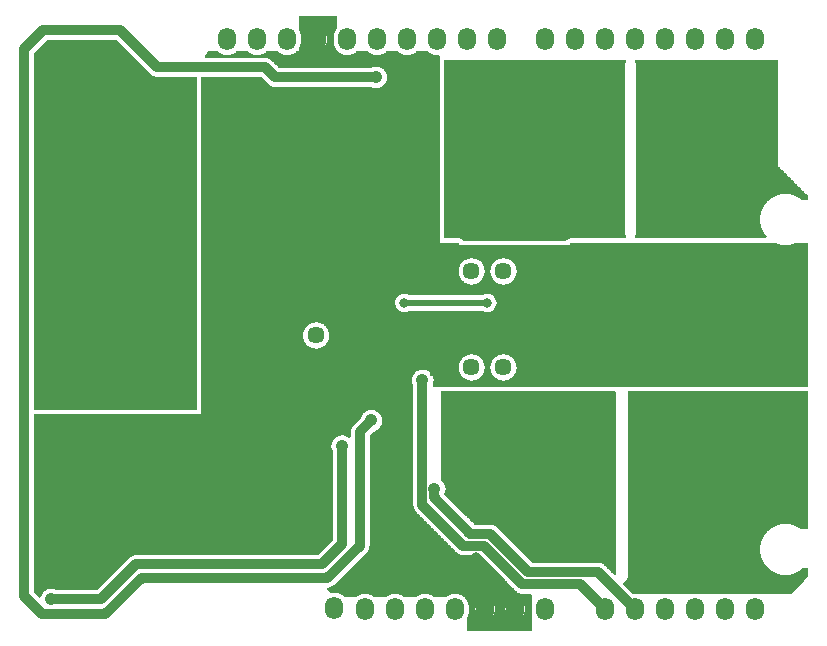
<source format=gbl>
%FSLAX33Y33*%
%MOMM*%
%AMRect-W1450000-H1450000-RO0.500*
21,1,1.45,1.45,0.,0.,270*%
%AMRect-W10000000-H8600001-RO1.500*
21,1,10.,8.600001,0.,0.,90*%
%AMRR-H1905000-W1524000-R762000-RO0.000*
21,1,1.524,0.381,0.,0.,360*
1,1,1.524,0.,0.1905*
1,1,1.524,0.,0.1905*
1,1,1.524,0.,-0.1905*
1,1,1.524,-0.,-0.1905*%
%ADD10C,0.0508*%
%ADD11C,0.8128*%
%ADD12C,0.508*%
%ADD13C,0.8*%
%ADD14C,1.07*%
%ADD15C,1.45*%
%ADD16Rect-W1450000-H1450000-RO0.500*%
%ADD17R,1.45X1.45*%
%ADD18C,1.45*%
%ADD19C,0.7*%
%ADD20Rect-W10000000-H8600001-RO1.500*%
%ADD21RR-H1905000-W1524000-R762000-RO0.000*%
%ADD22R,3.5X3.1*%
D10*
%LNpour fill*%
G01*
X16175Y47586D02*
X16175Y47586D01*
X12874Y47586*
X12873Y47586*
X12660Y47614*
X12656Y47615*
X12457Y47698*
X12454Y47699*
X12284Y47830*
X12282Y47831*
X9428Y50686*
X3597Y50686*
X2514Y49603*
X2514Y19467*
X16175Y19467*
X16175Y47586*
X2514Y19491D02*
X16175Y19491D01*
X2514Y19541D02*
X16175Y19541D01*
X2514Y19590D02*
X16175Y19590D01*
X2514Y19640D02*
X16175Y19640D01*
X2514Y19689D02*
X16175Y19689D01*
X2514Y19739D02*
X16175Y19739D01*
X2514Y19788D02*
X16175Y19788D01*
X2514Y19838D02*
X16175Y19838D01*
X2514Y19887D02*
X16175Y19887D01*
X2514Y19937D02*
X16175Y19937D01*
X2514Y19986D02*
X16175Y19986D01*
X2514Y20036D02*
X16175Y20036D01*
X2514Y20086D02*
X16175Y20086D01*
X2514Y20135D02*
X16175Y20135D01*
X2514Y20185D02*
X16175Y20185D01*
X2514Y20234D02*
X16175Y20234D01*
X2514Y20284D02*
X16175Y20284D01*
X2514Y20333D02*
X16175Y20333D01*
X2514Y20383D02*
X16175Y20383D01*
X2514Y20432D02*
X16175Y20432D01*
X2514Y20482D02*
X16175Y20482D01*
X2514Y20531D02*
X16175Y20531D01*
X2514Y20581D02*
X16175Y20581D01*
X2514Y20630D02*
X16175Y20630D01*
X2514Y20680D02*
X16175Y20680D01*
X2514Y20729D02*
X16175Y20729D01*
X2514Y20779D02*
X16175Y20779D01*
X2514Y20828D02*
X16175Y20828D01*
X2514Y20878D02*
X16175Y20878D01*
X2514Y20928D02*
X16175Y20928D01*
X2514Y20977D02*
X16175Y20977D01*
X2514Y21027D02*
X16175Y21027D01*
X2514Y21076D02*
X16175Y21076D01*
X2514Y21126D02*
X16175Y21126D01*
X2514Y21175D02*
X16175Y21175D01*
X2514Y21225D02*
X16175Y21225D01*
X2514Y21274D02*
X16175Y21274D01*
X2514Y21324D02*
X16175Y21324D01*
X2514Y21373D02*
X16175Y21373D01*
X2514Y21423D02*
X16175Y21423D01*
X2514Y21472D02*
X16175Y21472D01*
X2514Y21522D02*
X16175Y21522D01*
X2514Y21571D02*
X16175Y21571D01*
X2514Y21621D02*
X16175Y21621D01*
X2514Y21670D02*
X16175Y21670D01*
X2514Y21720D02*
X16175Y21720D01*
X2514Y21770D02*
X16175Y21770D01*
X2514Y21819D02*
X16175Y21819D01*
X2514Y21869D02*
X16175Y21869D01*
X2514Y21918D02*
X16175Y21918D01*
X2514Y21968D02*
X16175Y21968D01*
X2514Y22017D02*
X16175Y22017D01*
X2514Y22067D02*
X16175Y22067D01*
X2514Y22116D02*
X16175Y22116D01*
X2514Y22166D02*
X16175Y22166D01*
X2514Y22215D02*
X16175Y22215D01*
X2514Y22265D02*
X16175Y22265D01*
X2514Y22314D02*
X16175Y22314D01*
X2514Y22364D02*
X16175Y22364D01*
X2514Y22413D02*
X16175Y22413D01*
X2514Y22463D02*
X16175Y22463D01*
X2514Y22512D02*
X16175Y22512D01*
X2514Y22562D02*
X16175Y22562D01*
X2514Y22612D02*
X16175Y22612D01*
X2514Y22661D02*
X16175Y22661D01*
X2514Y22711D02*
X16175Y22711D01*
X2514Y22760D02*
X16175Y22760D01*
X2514Y22810D02*
X16175Y22810D01*
X2514Y22859D02*
X16175Y22859D01*
X2514Y22909D02*
X16175Y22909D01*
X2514Y22958D02*
X16175Y22958D01*
X2514Y23008D02*
X16175Y23008D01*
X2514Y23057D02*
X16175Y23057D01*
X2514Y23107D02*
X16175Y23107D01*
X2514Y23156D02*
X16175Y23156D01*
X2514Y23206D02*
X16175Y23206D01*
X2514Y23255D02*
X16175Y23255D01*
X2514Y23305D02*
X16175Y23305D01*
X2514Y23354D02*
X16175Y23354D01*
X2514Y23404D02*
X16175Y23404D01*
X2514Y23454D02*
X16175Y23454D01*
X2514Y23503D02*
X16175Y23503D01*
X2514Y23553D02*
X16175Y23553D01*
X2514Y23602D02*
X16175Y23602D01*
X2514Y23652D02*
X16175Y23652D01*
X2514Y23701D02*
X16175Y23701D01*
X2514Y23751D02*
X16175Y23751D01*
X2514Y23800D02*
X16175Y23800D01*
X2514Y23850D02*
X16175Y23850D01*
X2514Y23899D02*
X16175Y23899D01*
X2514Y23949D02*
X16175Y23949D01*
X2514Y23998D02*
X16175Y23998D01*
X2514Y24048D02*
X16175Y24048D01*
X2514Y24097D02*
X16175Y24097D01*
X2514Y24147D02*
X16175Y24147D01*
X2514Y24197D02*
X16175Y24197D01*
X2514Y24246D02*
X16175Y24246D01*
X2514Y24296D02*
X16175Y24296D01*
X2514Y24345D02*
X16175Y24345D01*
X2514Y24395D02*
X16175Y24395D01*
X2514Y24444D02*
X16175Y24444D01*
X2514Y24494D02*
X16175Y24494D01*
X2514Y24543D02*
X16175Y24543D01*
X2514Y24593D02*
X16175Y24593D01*
X2514Y24642D02*
X16175Y24642D01*
X2514Y24692D02*
X16175Y24692D01*
X2514Y24741D02*
X16175Y24741D01*
X2514Y24791D02*
X16175Y24791D01*
X2514Y24840D02*
X16175Y24840D01*
X2514Y24890D02*
X16175Y24890D01*
X2514Y24939D02*
X16175Y24939D01*
X2514Y24989D02*
X16175Y24989D01*
X2514Y25039D02*
X16175Y25039D01*
X2514Y25088D02*
X16175Y25088D01*
X2514Y25138D02*
X16175Y25138D01*
X2514Y25187D02*
X16175Y25187D01*
X2514Y25237D02*
X16175Y25237D01*
X2514Y25286D02*
X16175Y25286D01*
X2514Y25336D02*
X16175Y25336D01*
X2514Y25385D02*
X16175Y25385D01*
X2514Y25435D02*
X16175Y25435D01*
X2514Y25484D02*
X16175Y25484D01*
X2514Y25534D02*
X16175Y25534D01*
X2514Y25583D02*
X16175Y25583D01*
X2514Y25633D02*
X16175Y25633D01*
X2514Y25682D02*
X16175Y25682D01*
X2514Y25732D02*
X16175Y25732D01*
X2514Y25781D02*
X16175Y25781D01*
X2514Y25831D02*
X16175Y25831D01*
X2514Y25881D02*
X16175Y25881D01*
X2514Y25930D02*
X16175Y25930D01*
X2514Y25980D02*
X16175Y25980D01*
X2514Y26029D02*
X16175Y26029D01*
X2514Y26079D02*
X16175Y26079D01*
X2514Y26128D02*
X16175Y26128D01*
X2514Y26178D02*
X16175Y26178D01*
X2514Y26227D02*
X16175Y26227D01*
X2514Y26277D02*
X16175Y26277D01*
X2514Y26326D02*
X16175Y26326D01*
X2514Y26376D02*
X16175Y26376D01*
X2514Y26425D02*
X16175Y26425D01*
X2514Y26475D02*
X16175Y26475D01*
X2514Y26524D02*
X16175Y26524D01*
X2514Y26574D02*
X16175Y26574D01*
X2514Y26623D02*
X16175Y26623D01*
X2514Y26673D02*
X16175Y26673D01*
X2514Y26723D02*
X16175Y26723D01*
X2514Y26772D02*
X16175Y26772D01*
X2514Y26822D02*
X16175Y26822D01*
X2514Y26871D02*
X16175Y26871D01*
X2514Y26921D02*
X16175Y26921D01*
X2514Y26970D02*
X16175Y26970D01*
X2514Y27020D02*
X16175Y27020D01*
X2514Y27069D02*
X16175Y27069D01*
X2514Y27119D02*
X16175Y27119D01*
X2514Y27168D02*
X16175Y27168D01*
X2514Y27218D02*
X16175Y27218D01*
X2514Y27267D02*
X16175Y27267D01*
X2514Y27317D02*
X16175Y27317D01*
X2514Y27366D02*
X16175Y27366D01*
X2514Y27416D02*
X16175Y27416D01*
X2514Y27465D02*
X16175Y27465D01*
X2514Y27515D02*
X16175Y27515D01*
X2514Y27565D02*
X16175Y27565D01*
X2514Y27614D02*
X16175Y27614D01*
X2514Y27664D02*
X16175Y27664D01*
X2514Y27713D02*
X16175Y27713D01*
X2514Y27763D02*
X16175Y27763D01*
X2514Y27812D02*
X16175Y27812D01*
X2514Y27862D02*
X16175Y27862D01*
X2514Y27911D02*
X16175Y27911D01*
X2514Y27961D02*
X16175Y27961D01*
X2514Y28010D02*
X16175Y28010D01*
X2514Y28060D02*
X16175Y28060D01*
X2514Y28109D02*
X16175Y28109D01*
X2514Y28159D02*
X16175Y28159D01*
X2514Y28208D02*
X16175Y28208D01*
X2514Y28258D02*
X16175Y28258D01*
X2514Y28307D02*
X16175Y28307D01*
X2514Y28357D02*
X16175Y28357D01*
X2514Y28407D02*
X16175Y28407D01*
X2514Y28456D02*
X16175Y28456D01*
X2514Y28506D02*
X16175Y28506D01*
X2514Y28555D02*
X16175Y28555D01*
X2514Y28605D02*
X16175Y28605D01*
X2514Y28654D02*
X16175Y28654D01*
X2514Y28704D02*
X16175Y28704D01*
X2514Y28753D02*
X16175Y28753D01*
X2514Y28803D02*
X16175Y28803D01*
X2514Y28852D02*
X16175Y28852D01*
X2514Y28902D02*
X16175Y28902D01*
X2514Y28951D02*
X16175Y28951D01*
X2514Y29001D02*
X16175Y29001D01*
X2514Y29050D02*
X16175Y29050D01*
X2514Y29100D02*
X16175Y29100D01*
X2514Y29150D02*
X16175Y29150D01*
X2514Y29199D02*
X16175Y29199D01*
X2514Y29249D02*
X16175Y29249D01*
X2514Y29298D02*
X16175Y29298D01*
X2514Y29348D02*
X16175Y29348D01*
X2514Y29397D02*
X16175Y29397D01*
X2514Y29447D02*
X16175Y29447D01*
X2514Y29496D02*
X16175Y29496D01*
X2514Y29546D02*
X16175Y29546D01*
X2514Y29595D02*
X16175Y29595D01*
X2514Y29645D02*
X16175Y29645D01*
X2514Y29694D02*
X16175Y29694D01*
X2514Y29744D02*
X16175Y29744D01*
X2514Y29793D02*
X16175Y29793D01*
X2514Y29843D02*
X16175Y29843D01*
X2514Y29892D02*
X16175Y29892D01*
X2514Y29942D02*
X16175Y29942D01*
X2514Y29992D02*
X16175Y29992D01*
X2514Y30041D02*
X16175Y30041D01*
X2514Y30091D02*
X16175Y30091D01*
X2514Y30140D02*
X16175Y30140D01*
X2514Y30190D02*
X16175Y30190D01*
X2514Y30239D02*
X16175Y30239D01*
X2514Y30289D02*
X16175Y30289D01*
X2514Y30338D02*
X16175Y30338D01*
X2514Y30388D02*
X16175Y30388D01*
X2514Y30437D02*
X16175Y30437D01*
X2514Y30487D02*
X16175Y30487D01*
X2514Y30536D02*
X16175Y30536D01*
X2514Y30586D02*
X16175Y30586D01*
X2514Y30635D02*
X16175Y30635D01*
X2514Y30685D02*
X16175Y30685D01*
X2514Y30734D02*
X16175Y30734D01*
X2514Y30784D02*
X16175Y30784D01*
X2514Y30834D02*
X16175Y30834D01*
X2514Y30883D02*
X16175Y30883D01*
X2514Y30933D02*
X16175Y30933D01*
X2514Y30982D02*
X16175Y30982D01*
X2514Y31032D02*
X16175Y31032D01*
X2514Y31081D02*
X16175Y31081D01*
X2514Y31131D02*
X16175Y31131D01*
X2514Y31180D02*
X16175Y31180D01*
X2514Y31230D02*
X16175Y31230D01*
X2514Y31279D02*
X16175Y31279D01*
X2514Y31329D02*
X16175Y31329D01*
X2514Y31378D02*
X16175Y31378D01*
X2514Y31428D02*
X16175Y31428D01*
X2514Y31477D02*
X16175Y31477D01*
X2514Y31527D02*
X16175Y31527D01*
X2514Y31576D02*
X16175Y31576D01*
X2514Y31626D02*
X16175Y31626D01*
X2514Y31676D02*
X16175Y31676D01*
X2514Y31725D02*
X16175Y31725D01*
X2514Y31775D02*
X16175Y31775D01*
X2514Y31824D02*
X16175Y31824D01*
X2514Y31874D02*
X16175Y31874D01*
X2514Y31923D02*
X16175Y31923D01*
X2514Y31973D02*
X16175Y31973D01*
X2514Y32022D02*
X16175Y32022D01*
X2514Y32072D02*
X16175Y32072D01*
X2514Y32121D02*
X16175Y32121D01*
X2514Y32171D02*
X16175Y32171D01*
X2514Y32220D02*
X16175Y32220D01*
X2514Y32270D02*
X16175Y32270D01*
X2514Y32319D02*
X16175Y32319D01*
X2514Y32369D02*
X16175Y32369D01*
X2514Y32418D02*
X16175Y32418D01*
X2514Y32468D02*
X16175Y32468D01*
X2514Y32518D02*
X16175Y32518D01*
X2514Y32567D02*
X16175Y32567D01*
X2514Y32617D02*
X16175Y32617D01*
X2514Y32666D02*
X16175Y32666D01*
X2514Y32716D02*
X16175Y32716D01*
X2514Y32765D02*
X16175Y32765D01*
X2514Y32815D02*
X16175Y32815D01*
X2514Y32864D02*
X16175Y32864D01*
X2514Y32914D02*
X16175Y32914D01*
X2514Y32963D02*
X16175Y32963D01*
X2514Y33013D02*
X16175Y33013D01*
X2514Y33062D02*
X16175Y33062D01*
X2514Y33112D02*
X16175Y33112D01*
X2514Y33161D02*
X16175Y33161D01*
X2514Y33211D02*
X16175Y33211D01*
X2514Y33260D02*
X16175Y33260D01*
X2514Y33310D02*
X16175Y33310D01*
X2514Y33360D02*
X16175Y33360D01*
X2514Y33409D02*
X16175Y33409D01*
X2514Y33459D02*
X16175Y33459D01*
X2514Y33508D02*
X16175Y33508D01*
X2514Y33558D02*
X16175Y33558D01*
X2514Y33607D02*
X16175Y33607D01*
X2514Y33657D02*
X16175Y33657D01*
X2514Y33706D02*
X16175Y33706D01*
X2514Y33756D02*
X16175Y33756D01*
X2514Y33805D02*
X16175Y33805D01*
X2514Y33855D02*
X16175Y33855D01*
X2514Y33904D02*
X16175Y33904D01*
X2514Y33954D02*
X16175Y33954D01*
X2514Y34003D02*
X16175Y34003D01*
X2514Y34053D02*
X16175Y34053D01*
X2514Y34103D02*
X16175Y34103D01*
X2514Y34152D02*
X16175Y34152D01*
X2514Y34202D02*
X16175Y34202D01*
X2514Y34251D02*
X16175Y34251D01*
X2514Y34301D02*
X16175Y34301D01*
X2514Y34350D02*
X16175Y34350D01*
X2514Y34400D02*
X16175Y34400D01*
X2514Y34449D02*
X16175Y34449D01*
X2514Y34499D02*
X16175Y34499D01*
X2514Y34548D02*
X16175Y34548D01*
X2514Y34598D02*
X16175Y34598D01*
X2514Y34647D02*
X16175Y34647D01*
X2514Y34697D02*
X16175Y34697D01*
X2514Y34746D02*
X16175Y34746D01*
X2514Y34796D02*
X16175Y34796D01*
X2514Y34845D02*
X16175Y34845D01*
X2514Y34895D02*
X16175Y34895D01*
X2514Y34945D02*
X16175Y34945D01*
X2514Y34994D02*
X16175Y34994D01*
X2514Y35044D02*
X16175Y35044D01*
X2514Y35093D02*
X16175Y35093D01*
X2514Y35143D02*
X16175Y35143D01*
X2514Y35192D02*
X16175Y35192D01*
X2514Y35242D02*
X16175Y35242D01*
X2514Y35291D02*
X16175Y35291D01*
X2514Y35341D02*
X16175Y35341D01*
X2514Y35390D02*
X16175Y35390D01*
X2514Y35440D02*
X16175Y35440D01*
X2514Y35489D02*
X16175Y35489D01*
X2514Y35539D02*
X16175Y35539D01*
X2514Y35588D02*
X16175Y35588D01*
X2514Y35638D02*
X16175Y35638D01*
X2514Y35687D02*
X16175Y35687D01*
X2514Y35737D02*
X16175Y35737D01*
X2514Y35787D02*
X16175Y35787D01*
X2514Y35836D02*
X16175Y35836D01*
X2514Y35886D02*
X16175Y35886D01*
X2514Y35935D02*
X16175Y35935D01*
X2514Y35985D02*
X16175Y35985D01*
X2514Y36034D02*
X16175Y36034D01*
X2514Y36084D02*
X16175Y36084D01*
X2514Y36133D02*
X16175Y36133D01*
X2514Y36183D02*
X16175Y36183D01*
X2514Y36232D02*
X16175Y36232D01*
X2514Y36282D02*
X16175Y36282D01*
X2514Y36331D02*
X16175Y36331D01*
X2514Y36381D02*
X16175Y36381D01*
X2514Y36430D02*
X16175Y36430D01*
X2514Y36480D02*
X16175Y36480D01*
X2514Y36529D02*
X16175Y36529D01*
X2514Y36579D02*
X16175Y36579D01*
X2514Y36629D02*
X16175Y36629D01*
X2514Y36678D02*
X16175Y36678D01*
X2514Y36728D02*
X16175Y36728D01*
X2514Y36777D02*
X16175Y36777D01*
X2514Y36827D02*
X16175Y36827D01*
X2514Y36876D02*
X16175Y36876D01*
X2514Y36926D02*
X16175Y36926D01*
X2514Y36975D02*
X16175Y36975D01*
X2514Y37025D02*
X16175Y37025D01*
X2514Y37074D02*
X16175Y37074D01*
X2514Y37124D02*
X16175Y37124D01*
X2514Y37173D02*
X16175Y37173D01*
X2514Y37223D02*
X16175Y37223D01*
X2514Y37272D02*
X16175Y37272D01*
X2514Y37322D02*
X16175Y37322D01*
X2514Y37371D02*
X16175Y37371D01*
X2514Y37421D02*
X16175Y37421D01*
X2514Y37471D02*
X16175Y37471D01*
X2514Y37520D02*
X16175Y37520D01*
X2514Y37570D02*
X16175Y37570D01*
X2514Y37619D02*
X16175Y37619D01*
X2514Y37669D02*
X16175Y37669D01*
X2514Y37718D02*
X16175Y37718D01*
X2514Y37768D02*
X16175Y37768D01*
X2514Y37817D02*
X16175Y37817D01*
X2514Y37867D02*
X16175Y37867D01*
X2514Y37916D02*
X16175Y37916D01*
X2514Y37966D02*
X16175Y37966D01*
X2514Y38015D02*
X16175Y38015D01*
X2514Y38065D02*
X16175Y38065D01*
X2514Y38114D02*
X16175Y38114D01*
X2514Y38164D02*
X16175Y38164D01*
X2514Y38213D02*
X16175Y38213D01*
X2514Y38263D02*
X16175Y38263D01*
X2514Y38313D02*
X16175Y38313D01*
X2514Y38362D02*
X16175Y38362D01*
X2514Y38412D02*
X16175Y38412D01*
X2514Y38461D02*
X16175Y38461D01*
X2514Y38511D02*
X16175Y38511D01*
X2514Y38560D02*
X16175Y38560D01*
X2514Y38610D02*
X16175Y38610D01*
X2514Y38659D02*
X16175Y38659D01*
X2514Y38709D02*
X16175Y38709D01*
X2514Y38758D02*
X16175Y38758D01*
X2514Y38808D02*
X16175Y38808D01*
X2514Y38857D02*
X16175Y38857D01*
X2514Y38907D02*
X16175Y38907D01*
X2514Y38956D02*
X16175Y38956D01*
X2514Y39006D02*
X16175Y39006D01*
X2514Y39056D02*
X16175Y39056D01*
X2514Y39105D02*
X16175Y39105D01*
X2514Y39155D02*
X16175Y39155D01*
X2514Y39204D02*
X16175Y39204D01*
X2514Y39254D02*
X16175Y39254D01*
X2514Y39303D02*
X16175Y39303D01*
X2514Y39353D02*
X16175Y39353D01*
X2514Y39402D02*
X16175Y39402D01*
X2514Y39452D02*
X16175Y39452D01*
X2514Y39501D02*
X16175Y39501D01*
X2514Y39551D02*
X16175Y39551D01*
X2514Y39600D02*
X16175Y39600D01*
X2514Y39650D02*
X16175Y39650D01*
X2514Y39699D02*
X16175Y39699D01*
X2514Y39749D02*
X16175Y39749D01*
X2514Y39798D02*
X16175Y39798D01*
X2514Y39848D02*
X16175Y39848D01*
X2514Y39898D02*
X16175Y39898D01*
X2514Y39947D02*
X16175Y39947D01*
X2514Y39997D02*
X16175Y39997D01*
X2514Y40046D02*
X16175Y40046D01*
X2514Y40096D02*
X16175Y40096D01*
X2514Y40145D02*
X16175Y40145D01*
X2514Y40195D02*
X16175Y40195D01*
X2514Y40244D02*
X16175Y40244D01*
X2514Y40294D02*
X16175Y40294D01*
X2514Y40343D02*
X16175Y40343D01*
X2514Y40393D02*
X16175Y40393D01*
X2514Y40442D02*
X16175Y40442D01*
X2514Y40492D02*
X16175Y40492D01*
X2514Y40541D02*
X16175Y40541D01*
X2514Y40591D02*
X16175Y40591D01*
X2514Y40640D02*
X16175Y40640D01*
X2514Y40690D02*
X16175Y40690D01*
X2514Y40740D02*
X16175Y40740D01*
X2514Y40789D02*
X16175Y40789D01*
X2514Y40839D02*
X16175Y40839D01*
X2514Y40888D02*
X16175Y40888D01*
X2514Y40938D02*
X16175Y40938D01*
X2514Y40987D02*
X16175Y40987D01*
X2514Y41037D02*
X16175Y41037D01*
X2514Y41086D02*
X16175Y41086D01*
X2514Y41136D02*
X16175Y41136D01*
X2514Y41185D02*
X16175Y41185D01*
X2514Y41235D02*
X16175Y41235D01*
X2514Y41284D02*
X16175Y41284D01*
X2514Y41334D02*
X16175Y41334D01*
X2514Y41383D02*
X16175Y41383D01*
X2514Y41433D02*
X16175Y41433D01*
X2514Y41482D02*
X16175Y41482D01*
X2514Y41532D02*
X16175Y41532D01*
X2514Y41582D02*
X16175Y41582D01*
X2514Y41631D02*
X16175Y41631D01*
X2514Y41681D02*
X16175Y41681D01*
X2514Y41730D02*
X16175Y41730D01*
X2514Y41780D02*
X16175Y41780D01*
X2514Y41829D02*
X16175Y41829D01*
X2514Y41879D02*
X16175Y41879D01*
X2514Y41928D02*
X16175Y41928D01*
X2514Y41978D02*
X16175Y41978D01*
X2514Y42027D02*
X16175Y42027D01*
X2514Y42077D02*
X16175Y42077D01*
X2514Y42126D02*
X16175Y42126D01*
X2514Y42176D02*
X16175Y42176D01*
X2514Y42225D02*
X16175Y42225D01*
X2514Y42275D02*
X16175Y42275D01*
X2514Y42324D02*
X16175Y42324D01*
X2514Y42374D02*
X16175Y42374D01*
X2514Y42424D02*
X16175Y42424D01*
X2514Y42473D02*
X16175Y42473D01*
X2514Y42523D02*
X16175Y42523D01*
X2514Y42572D02*
X16175Y42572D01*
X2514Y42622D02*
X16175Y42622D01*
X2514Y42671D02*
X16175Y42671D01*
X2514Y42721D02*
X16175Y42721D01*
X2514Y42770D02*
X16175Y42770D01*
X2514Y42820D02*
X16175Y42820D01*
X2514Y42869D02*
X16175Y42869D01*
X2514Y42919D02*
X16175Y42919D01*
X2514Y42968D02*
X16175Y42968D01*
X2514Y43018D02*
X16175Y43018D01*
X2514Y43067D02*
X16175Y43067D01*
X2514Y43117D02*
X16175Y43117D01*
X2514Y43166D02*
X16175Y43166D01*
X2514Y43216D02*
X16175Y43216D01*
X2514Y43266D02*
X16175Y43266D01*
X2514Y43315D02*
X16175Y43315D01*
X2514Y43365D02*
X16175Y43365D01*
X2514Y43414D02*
X16175Y43414D01*
X2514Y43464D02*
X16175Y43464D01*
X2514Y43513D02*
X16175Y43513D01*
X2514Y43563D02*
X16175Y43563D01*
X2514Y43612D02*
X16175Y43612D01*
X2514Y43662D02*
X16175Y43662D01*
X2514Y43711D02*
X16175Y43711D01*
X2514Y43761D02*
X16175Y43761D01*
X2514Y43810D02*
X16175Y43810D01*
X2514Y43860D02*
X16175Y43860D01*
X2514Y43909D02*
X16175Y43909D01*
X2514Y43959D02*
X16175Y43959D01*
X2514Y44009D02*
X16175Y44009D01*
X2514Y44058D02*
X16175Y44058D01*
X2514Y44108D02*
X16175Y44108D01*
X2514Y44157D02*
X16175Y44157D01*
X2514Y44207D02*
X16175Y44207D01*
X2514Y44256D02*
X16175Y44256D01*
X2514Y44306D02*
X16175Y44306D01*
X2514Y44355D02*
X16175Y44355D01*
X2514Y44405D02*
X16175Y44405D01*
X2514Y44454D02*
X16175Y44454D01*
X2514Y44504D02*
X16175Y44504D01*
X2514Y44553D02*
X16175Y44553D01*
X2514Y44603D02*
X16175Y44603D01*
X2514Y44652D02*
X16175Y44652D01*
X2514Y44702D02*
X16175Y44702D01*
X2514Y44751D02*
X16175Y44751D01*
X2514Y44801D02*
X16175Y44801D01*
X2514Y44851D02*
X16175Y44851D01*
X2514Y44900D02*
X16175Y44900D01*
X2514Y44950D02*
X16175Y44950D01*
X2514Y44999D02*
X16175Y44999D01*
X2514Y45049D02*
X16175Y45049D01*
X2514Y45098D02*
X16175Y45098D01*
X2514Y45148D02*
X16175Y45148D01*
X2514Y45197D02*
X16175Y45197D01*
X2514Y45247D02*
X16175Y45247D01*
X2514Y45296D02*
X16175Y45296D01*
X2514Y45346D02*
X16175Y45346D01*
X2514Y45395D02*
X16175Y45395D01*
X2514Y45445D02*
X16175Y45445D01*
X2514Y45494D02*
X16175Y45494D01*
X2514Y45544D02*
X16175Y45544D01*
X2514Y45593D02*
X16175Y45593D01*
X2514Y45643D02*
X16175Y45643D01*
X2514Y45693D02*
X16175Y45693D01*
X2514Y45742D02*
X16175Y45742D01*
X2514Y45792D02*
X16175Y45792D01*
X2514Y45841D02*
X16175Y45841D01*
X2514Y45891D02*
X16175Y45891D01*
X2514Y45940D02*
X16175Y45940D01*
X2514Y45990D02*
X16175Y45990D01*
X2514Y46039D02*
X16175Y46039D01*
X2514Y46089D02*
X16175Y46089D01*
X2514Y46138D02*
X16175Y46138D01*
X2514Y46188D02*
X16175Y46188D01*
X2514Y46237D02*
X16175Y46237D01*
X2514Y46287D02*
X16175Y46287D01*
X2514Y46336D02*
X16175Y46336D01*
X2514Y46386D02*
X16175Y46386D01*
X2514Y46435D02*
X16175Y46435D01*
X2514Y46485D02*
X16175Y46485D01*
X2514Y46535D02*
X16175Y46535D01*
X2514Y46584D02*
X16175Y46584D01*
X2514Y46634D02*
X16175Y46634D01*
X2514Y46683D02*
X16175Y46683D01*
X2514Y46733D02*
X16175Y46733D01*
X2514Y46782D02*
X16175Y46782D01*
X2514Y46832D02*
X16175Y46832D01*
X2514Y46881D02*
X16175Y46881D01*
X2514Y46931D02*
X16175Y46931D01*
X2514Y46980D02*
X16175Y46980D01*
X2514Y47030D02*
X16175Y47030D01*
X2514Y47079D02*
X16175Y47079D01*
X2514Y47129D02*
X16175Y47129D01*
X2514Y47178D02*
X16175Y47178D01*
X2514Y47228D02*
X16175Y47228D01*
X2514Y47277D02*
X16175Y47277D01*
X2514Y47327D02*
X16175Y47327D01*
X2514Y47377D02*
X16175Y47377D01*
X2514Y47426D02*
X16175Y47426D01*
X2514Y47476D02*
X16175Y47476D01*
X2514Y47525D02*
X16175Y47525D01*
X2514Y47575D02*
X16175Y47575D01*
X2514Y47624D02*
X12635Y47624D01*
X2514Y47674D02*
X12515Y47674D01*
X2514Y47723D02*
X12423Y47723D01*
X2514Y47773D02*
X12359Y47773D01*
X2514Y47822D02*
X12294Y47822D01*
X2514Y47872D02*
X12242Y47872D01*
X2514Y47921D02*
X12192Y47921D01*
X2514Y47971D02*
X12143Y47971D01*
X2514Y48020D02*
X12093Y48020D01*
X2514Y48070D02*
X12044Y48070D01*
X2514Y48119D02*
X11994Y48119D01*
X2514Y48169D02*
X11945Y48169D01*
X2514Y48219D02*
X11895Y48219D01*
X2514Y48268D02*
X11846Y48268D01*
X2514Y48318D02*
X11796Y48318D01*
X2514Y48367D02*
X11747Y48367D01*
X2514Y48417D02*
X11697Y48417D01*
X2514Y48466D02*
X11648Y48466D01*
X2514Y48516D02*
X11598Y48516D01*
X2514Y48565D02*
X11549Y48565D01*
X2514Y48615D02*
X11499Y48615D01*
X2514Y48664D02*
X11449Y48664D01*
X2514Y48714D02*
X11400Y48714D01*
X2514Y48763D02*
X11350Y48763D01*
X2514Y48813D02*
X11301Y48813D01*
X2514Y48862D02*
X11251Y48862D01*
X2514Y48912D02*
X11202Y48912D01*
X2514Y48962D02*
X11152Y48962D01*
X2514Y49011D02*
X11103Y49011D01*
X2514Y49061D02*
X11053Y49061D01*
X2514Y49110D02*
X11004Y49110D01*
X2514Y49160D02*
X10954Y49160D01*
X2514Y49209D02*
X10905Y49209D01*
X2514Y49259D02*
X10855Y49259D01*
X2514Y49308D02*
X10806Y49308D01*
X2514Y49358D02*
X10756Y49358D01*
X2514Y49407D02*
X10707Y49407D01*
X2514Y49457D02*
X10657Y49457D01*
X2514Y49506D02*
X10607Y49506D01*
X2514Y49556D02*
X10558Y49556D01*
X2517Y49605D02*
X10508Y49605D01*
X2566Y49655D02*
X10459Y49655D01*
X2616Y49704D02*
X10409Y49704D01*
X2665Y49754D02*
X10360Y49754D01*
X2715Y49804D02*
X10310Y49804D01*
X2764Y49853D02*
X10261Y49853D01*
X2814Y49903D02*
X10211Y49903D01*
X2863Y49952D02*
X10162Y49952D01*
X2913Y50002D02*
X10112Y50002D01*
X2962Y50051D02*
X10063Y50051D01*
X3012Y50101D02*
X10013Y50101D01*
X3061Y50150D02*
X9964Y50150D01*
X3111Y50200D02*
X9914Y50200D01*
X3160Y50249D02*
X9865Y50249D01*
X3210Y50299D02*
X9815Y50299D01*
X3260Y50348D02*
X9765Y50348D01*
X3309Y50398D02*
X9716Y50398D01*
X3359Y50447D02*
X9666Y50447D01*
X3408Y50497D02*
X9617Y50497D01*
X3458Y50546D02*
X9567Y50546D01*
X3507Y50596D02*
X9518Y50596D01*
X3557Y50646D02*
X9468Y50646D01*
%LNpour fill*%
X51676Y5512D02*
X51676Y5512D01*
X51676Y20844*
X51676Y20846*
X51683Y20881*
X51618Y20961*
X36900Y20961*
X36900Y13510*
X37044Y13400*
X37046Y13397*
X37198Y13199*
X37200Y13196*
X37295Y12966*
X37296Y12963*
X37329Y12715*
X37329Y12712*
X37296Y12465*
X37295Y12461*
X37226Y12295*
X39783Y9739*
X41076Y9739*
X41077Y9739*
X41290Y9711*
X41294Y9710*
X41493Y9627*
X41496Y9626*
X41666Y9495*
X41668Y9494*
X44647Y6514*
X50206Y6514*
X50207Y6514*
X50420Y6486*
X50424Y6485*
X50623Y6402*
X50626Y6401*
X50796Y6270*
X50798Y6269*
X51590Y5476*
X51676Y5512*
X51570Y5496D02*
X51637Y5496D01*
X51521Y5545D02*
X51676Y5545D01*
X51471Y5595D02*
X51676Y5595D01*
X51422Y5645D02*
X51676Y5645D01*
X51372Y5694D02*
X51676Y5694D01*
X51323Y5744D02*
X51676Y5744D01*
X51273Y5793D02*
X51676Y5793D01*
X51224Y5843D02*
X51676Y5843D01*
X51174Y5892D02*
X51676Y5892D01*
X51124Y5942D02*
X51676Y5942D01*
X51075Y5991D02*
X51676Y5991D01*
X51025Y6041D02*
X51676Y6041D01*
X50976Y6090D02*
X51676Y6090D01*
X50926Y6140D02*
X51676Y6140D01*
X50877Y6189D02*
X51676Y6189D01*
X50827Y6239D02*
X51676Y6239D01*
X50772Y6288D02*
X51676Y6288D01*
X50707Y6338D02*
X51676Y6338D01*
X50643Y6387D02*
X51676Y6387D01*
X50539Y6437D02*
X51676Y6437D01*
X50413Y6487D02*
X51676Y6487D01*
X44625Y6536D02*
X51676Y6536D01*
X44576Y6586D02*
X51676Y6586D01*
X44526Y6635D02*
X51676Y6635D01*
X44477Y6685D02*
X51676Y6685D01*
X44427Y6734D02*
X51676Y6734D01*
X44377Y6784D02*
X51676Y6784D01*
X44328Y6833D02*
X51676Y6833D01*
X44278Y6883D02*
X51676Y6883D01*
X44229Y6932D02*
X51676Y6932D01*
X44179Y6982D02*
X51676Y6982D01*
X44130Y7031D02*
X51676Y7031D01*
X44080Y7081D02*
X51676Y7081D01*
X44031Y7130D02*
X51676Y7130D01*
X43981Y7180D02*
X51676Y7180D01*
X43932Y7230D02*
X51676Y7230D01*
X43882Y7279D02*
X51676Y7279D01*
X43833Y7329D02*
X51676Y7329D01*
X43783Y7378D02*
X51676Y7378D01*
X43734Y7428D02*
X51676Y7428D01*
X43684Y7477D02*
X51676Y7477D01*
X43634Y7527D02*
X51676Y7527D01*
X43585Y7576D02*
X51676Y7576D01*
X43535Y7626D02*
X51676Y7626D01*
X43486Y7675D02*
X51676Y7675D01*
X43436Y7725D02*
X51676Y7725D01*
X43387Y7774D02*
X51676Y7774D01*
X43337Y7824D02*
X51676Y7824D01*
X43288Y7873D02*
X51676Y7873D01*
X43238Y7923D02*
X51676Y7923D01*
X43189Y7972D02*
X51676Y7972D01*
X43139Y8022D02*
X51676Y8022D01*
X43090Y8072D02*
X51676Y8072D01*
X43040Y8121D02*
X51676Y8121D01*
X42991Y8171D02*
X51676Y8171D01*
X42941Y8220D02*
X51676Y8220D01*
X42892Y8270D02*
X51676Y8270D01*
X42842Y8319D02*
X51676Y8319D01*
X42792Y8369D02*
X51676Y8369D01*
X42743Y8418D02*
X51676Y8418D01*
X42693Y8468D02*
X51676Y8468D01*
X42644Y8517D02*
X51676Y8517D01*
X42594Y8567D02*
X51676Y8567D01*
X42545Y8616D02*
X51676Y8616D01*
X42495Y8666D02*
X51676Y8666D01*
X42446Y8715D02*
X51676Y8715D01*
X42396Y8765D02*
X51676Y8765D01*
X42347Y8814D02*
X51676Y8814D01*
X42297Y8864D02*
X51676Y8864D01*
X42248Y8914D02*
X51676Y8914D01*
X42198Y8963D02*
X51676Y8963D01*
X42149Y9013D02*
X51676Y9013D01*
X42099Y9062D02*
X51676Y9062D01*
X42050Y9112D02*
X51676Y9112D01*
X42000Y9161D02*
X51676Y9161D01*
X41950Y9211D02*
X51676Y9211D01*
X41901Y9260D02*
X51676Y9260D01*
X41851Y9310D02*
X51676Y9310D01*
X41802Y9359D02*
X51676Y9359D01*
X41752Y9409D02*
X51676Y9409D01*
X41703Y9458D02*
X51676Y9458D01*
X41649Y9508D02*
X51676Y9508D01*
X41585Y9557D02*
X51676Y9557D01*
X41520Y9607D02*
X51676Y9607D01*
X41422Y9656D02*
X51676Y9656D01*
X41303Y9706D02*
X51676Y9706D01*
X39766Y9756D02*
X51676Y9756D01*
X39716Y9805D02*
X51676Y9805D01*
X39667Y9855D02*
X51676Y9855D01*
X39617Y9904D02*
X51676Y9904D01*
X39568Y9954D02*
X51676Y9954D01*
X39518Y10003D02*
X51676Y10003D01*
X39469Y10053D02*
X51676Y10053D01*
X39419Y10102D02*
X51676Y10102D01*
X39370Y10152D02*
X51676Y10152D01*
X39320Y10201D02*
X51676Y10201D01*
X39271Y10251D02*
X51676Y10251D01*
X39221Y10300D02*
X51676Y10300D01*
X39172Y10350D02*
X51676Y10350D01*
X39122Y10399D02*
X51676Y10399D01*
X39072Y10449D02*
X51676Y10449D01*
X39023Y10498D02*
X51676Y10498D01*
X38973Y10548D02*
X51676Y10548D01*
X38924Y10598D02*
X51676Y10598D01*
X38874Y10647D02*
X51676Y10647D01*
X38825Y10697D02*
X51676Y10697D01*
X38775Y10746D02*
X51676Y10746D01*
X38726Y10796D02*
X51676Y10796D01*
X38676Y10845D02*
X51676Y10845D01*
X38627Y10895D02*
X51676Y10895D01*
X38577Y10944D02*
X51676Y10944D01*
X38528Y10994D02*
X51676Y10994D01*
X38478Y11043D02*
X51676Y11043D01*
X38429Y11093D02*
X51676Y11093D01*
X38379Y11142D02*
X51676Y11142D01*
X38330Y11192D02*
X51676Y11192D01*
X38280Y11241D02*
X51676Y11241D01*
X38230Y11291D02*
X51676Y11291D01*
X38181Y11340D02*
X51676Y11340D01*
X38131Y11390D02*
X51676Y11390D01*
X38082Y11440D02*
X51676Y11440D01*
X38032Y11489D02*
X51676Y11489D01*
X37983Y11539D02*
X51676Y11539D01*
X37933Y11588D02*
X51676Y11588D01*
X37884Y11638D02*
X51676Y11638D01*
X37834Y11687D02*
X51676Y11687D01*
X37785Y11737D02*
X51676Y11737D01*
X37735Y11786D02*
X51676Y11786D01*
X37686Y11836D02*
X51676Y11836D01*
X37636Y11885D02*
X51676Y11885D01*
X37587Y11935D02*
X51676Y11935D01*
X37537Y11984D02*
X51676Y11984D01*
X37488Y12034D02*
X51676Y12034D01*
X37438Y12083D02*
X51676Y12083D01*
X37388Y12133D02*
X51676Y12133D01*
X37339Y12183D02*
X51676Y12183D01*
X37289Y12232D02*
X51676Y12232D01*
X37240Y12282D02*
X51676Y12282D01*
X37241Y12331D02*
X51676Y12331D01*
X37262Y12381D02*
X51676Y12381D01*
X37282Y12430D02*
X51676Y12430D01*
X37298Y12480D02*
X51676Y12480D01*
X37305Y12529D02*
X51676Y12529D01*
X37311Y12579D02*
X51676Y12579D01*
X37318Y12628D02*
X51676Y12628D01*
X37324Y12678D02*
X51676Y12678D01*
X37327Y12727D02*
X51676Y12727D01*
X37320Y12777D02*
X51676Y12777D01*
X37314Y12826D02*
X51676Y12826D01*
X37307Y12876D02*
X51676Y12876D01*
X37301Y12925D02*
X51676Y12925D01*
X37291Y12975D02*
X51676Y12975D01*
X37271Y13025D02*
X51676Y13025D01*
X37250Y13074D02*
X51676Y13074D01*
X37230Y13124D02*
X51676Y13124D01*
X37209Y13173D02*
X51676Y13173D01*
X37180Y13223D02*
X51676Y13223D01*
X37142Y13272D02*
X51676Y13272D01*
X37104Y13322D02*
X51676Y13322D01*
X37066Y13371D02*
X51676Y13371D01*
X37016Y13421D02*
X51676Y13421D01*
X36952Y13470D02*
X51676Y13470D01*
X36900Y13520D02*
X51676Y13520D01*
X36900Y13569D02*
X51676Y13569D01*
X36900Y13619D02*
X51676Y13619D01*
X36900Y13668D02*
X51676Y13668D01*
X36900Y13718D02*
X51676Y13718D01*
X36900Y13767D02*
X51676Y13767D01*
X36900Y13817D02*
X51676Y13817D01*
X36900Y13867D02*
X51676Y13867D01*
X36900Y13916D02*
X51676Y13916D01*
X36900Y13966D02*
X51676Y13966D01*
X36900Y14015D02*
X51676Y14015D01*
X36900Y14065D02*
X51676Y14065D01*
X36900Y14114D02*
X51676Y14114D01*
X36900Y14164D02*
X51676Y14164D01*
X36900Y14213D02*
X51676Y14213D01*
X36900Y14263D02*
X51676Y14263D01*
X36900Y14312D02*
X51676Y14312D01*
X36900Y14362D02*
X51676Y14362D01*
X36900Y14411D02*
X51676Y14411D01*
X36900Y14461D02*
X51676Y14461D01*
X36900Y14510D02*
X51676Y14510D01*
X36900Y14560D02*
X51676Y14560D01*
X36900Y14609D02*
X51676Y14609D01*
X36900Y14659D02*
X51676Y14659D01*
X36900Y14709D02*
X51676Y14709D01*
X36900Y14758D02*
X51676Y14758D01*
X36900Y14808D02*
X51676Y14808D01*
X36900Y14857D02*
X51676Y14857D01*
X36900Y14907D02*
X51676Y14907D01*
X36900Y14956D02*
X51676Y14956D01*
X36900Y15006D02*
X51676Y15006D01*
X36900Y15055D02*
X51676Y15055D01*
X36900Y15105D02*
X51676Y15105D01*
X36900Y15154D02*
X51676Y15154D01*
X36900Y15204D02*
X51676Y15204D01*
X36900Y15253D02*
X51676Y15253D01*
X36900Y15303D02*
X51676Y15303D01*
X36900Y15352D02*
X51676Y15352D01*
X36900Y15402D02*
X51676Y15402D01*
X36900Y15451D02*
X51676Y15451D01*
X36900Y15501D02*
X51676Y15501D01*
X36900Y15551D02*
X51676Y15551D01*
X36900Y15600D02*
X51676Y15600D01*
X36900Y15650D02*
X51676Y15650D01*
X36900Y15699D02*
X51676Y15699D01*
X36900Y15749D02*
X51676Y15749D01*
X36900Y15798D02*
X51676Y15798D01*
X36900Y15848D02*
X51676Y15848D01*
X36900Y15897D02*
X51676Y15897D01*
X36900Y15947D02*
X51676Y15947D01*
X36900Y15996D02*
X51676Y15996D01*
X36900Y16046D02*
X51676Y16046D01*
X36900Y16095D02*
X51676Y16095D01*
X36900Y16145D02*
X51676Y16145D01*
X36900Y16194D02*
X51676Y16194D01*
X36900Y16244D02*
X51676Y16244D01*
X36900Y16293D02*
X51676Y16293D01*
X36900Y16343D02*
X51676Y16343D01*
X36900Y16393D02*
X51676Y16393D01*
X36900Y16442D02*
X51676Y16442D01*
X36900Y16492D02*
X51676Y16492D01*
X36900Y16541D02*
X51676Y16541D01*
X36900Y16591D02*
X51676Y16591D01*
X36900Y16640D02*
X51676Y16640D01*
X36900Y16690D02*
X51676Y16690D01*
X36900Y16739D02*
X51676Y16739D01*
X36900Y16789D02*
X51676Y16789D01*
X36900Y16838D02*
X51676Y16838D01*
X36900Y16888D02*
X51676Y16888D01*
X36900Y16937D02*
X51676Y16937D01*
X36900Y16987D02*
X51676Y16987D01*
X36900Y17036D02*
X51676Y17036D01*
X36900Y17086D02*
X51676Y17086D01*
X36900Y17136D02*
X51676Y17136D01*
X36900Y17185D02*
X51676Y17185D01*
X36900Y17235D02*
X51676Y17235D01*
X36900Y17284D02*
X51676Y17284D01*
X36900Y17334D02*
X51676Y17334D01*
X36900Y17383D02*
X51676Y17383D01*
X36900Y17433D02*
X51676Y17433D01*
X36900Y17482D02*
X51676Y17482D01*
X36900Y17532D02*
X51676Y17532D01*
X36900Y17581D02*
X51676Y17581D01*
X36900Y17631D02*
X51676Y17631D01*
X36900Y17680D02*
X51676Y17680D01*
X36900Y17730D02*
X51676Y17730D01*
X36900Y17779D02*
X51676Y17779D01*
X36900Y17829D02*
X51676Y17829D01*
X36900Y17878D02*
X51676Y17878D01*
X36900Y17928D02*
X51676Y17928D01*
X36900Y17978D02*
X51676Y17978D01*
X36900Y18027D02*
X51676Y18027D01*
X36900Y18077D02*
X51676Y18077D01*
X36900Y18126D02*
X51676Y18126D01*
X36900Y18176D02*
X51676Y18176D01*
X36900Y18225D02*
X51676Y18225D01*
X36900Y18275D02*
X51676Y18275D01*
X36900Y18324D02*
X51676Y18324D01*
X36900Y18374D02*
X51676Y18374D01*
X36900Y18423D02*
X51676Y18423D01*
X36900Y18473D02*
X51676Y18473D01*
X36900Y18522D02*
X51676Y18522D01*
X36900Y18572D02*
X51676Y18572D01*
X36900Y18621D02*
X51676Y18621D01*
X36900Y18671D02*
X51676Y18671D01*
X36900Y18720D02*
X51676Y18720D01*
X36900Y18770D02*
X51676Y18770D01*
X36900Y18820D02*
X51676Y18820D01*
X36900Y18869D02*
X51676Y18869D01*
X36900Y18919D02*
X51676Y18919D01*
X36900Y18968D02*
X51676Y18968D01*
X36900Y19018D02*
X51676Y19018D01*
X36900Y19067D02*
X51676Y19067D01*
X36900Y19117D02*
X51676Y19117D01*
X36900Y19166D02*
X51676Y19166D01*
X36900Y19216D02*
X51676Y19216D01*
X36900Y19265D02*
X51676Y19265D01*
X36900Y19315D02*
X51676Y19315D01*
X36900Y19364D02*
X51676Y19364D01*
X36900Y19414D02*
X51676Y19414D01*
X36900Y19463D02*
X51676Y19463D01*
X36900Y19513D02*
X51676Y19513D01*
X36900Y19562D02*
X51676Y19562D01*
X36900Y19612D02*
X51676Y19612D01*
X36900Y19662D02*
X51676Y19662D01*
X36900Y19711D02*
X51676Y19711D01*
X36900Y19761D02*
X51676Y19761D01*
X36900Y19810D02*
X51676Y19810D01*
X36900Y19860D02*
X51676Y19860D01*
X36900Y19909D02*
X51676Y19909D01*
X36900Y19959D02*
X51676Y19959D01*
X36900Y20008D02*
X51676Y20008D01*
X36900Y20058D02*
X51676Y20058D01*
X36900Y20107D02*
X51676Y20107D01*
X36900Y20157D02*
X51676Y20157D01*
X36900Y20206D02*
X51676Y20206D01*
X36900Y20256D02*
X51676Y20256D01*
X36900Y20305D02*
X51676Y20305D01*
X36900Y20355D02*
X51676Y20355D01*
X36900Y20404D02*
X51676Y20404D01*
X36900Y20454D02*
X51676Y20454D01*
X36900Y20504D02*
X51676Y20504D01*
X36900Y20553D02*
X51676Y20553D01*
X36900Y20603D02*
X51676Y20603D01*
X36900Y20652D02*
X51676Y20652D01*
X36900Y20702D02*
X51676Y20702D01*
X36900Y20751D02*
X51676Y20751D01*
X36900Y20801D02*
X51676Y20801D01*
X36900Y20850D02*
X51677Y20850D01*
X36900Y20900D02*
X51668Y20900D01*
X36900Y20949D02*
X51627Y20949D01*
X67929Y5333D02*
X67929Y5333D01*
X67929Y6025*
X67595Y6025*
X67370Y5833*
X67368Y5831*
X67074Y5651*
X67072Y5650*
X66754Y5518*
X66752Y5518*
X66417Y5437*
X66415Y5437*
X66071Y5410*
X66069Y5410*
X65725Y5437*
X65723Y5437*
X65388Y5518*
X65386Y5518*
X65068Y5650*
X65066Y5651*
X64772Y5831*
X64770Y5833*
X64508Y6056*
X64506Y6058*
X64283Y6320*
X64281Y6322*
X64101Y6616*
X64100Y6618*
X63968Y6936*
X63968Y6938*
X63887Y7273*
X63887Y7275*
X63870Y7495*
X63870Y7495*
X63870Y7495*
X63860Y7619*
X63860Y7621*
X63887Y7965*
X63887Y7967*
X63968Y8302*
X63968Y8304*
X64100Y8622*
X64101Y8624*
X64281Y8918*
X64283Y8920*
X64506Y9182*
X64508Y9184*
X64770Y9407*
X64772Y9409*
X65066Y9589*
X65068Y9590*
X65386Y9722*
X65388Y9722*
X65723Y9803*
X65725Y9803*
X66069Y9830*
X66071Y9830*
X66415Y9803*
X66417Y9803*
X66752Y9722*
X66754Y9722*
X67072Y9590*
X67074Y9589*
X67368Y9409*
X67370Y9407*
X67378Y9400*
X67929Y9400*
X67929Y20961*
X52802Y20961*
X52737Y20881*
X52744Y20846*
X52744Y20844*
X52744Y5242*
X52744Y5239*
X52708Y5060*
X52706Y5055*
X52604Y4902*
X52601Y4899*
X52448Y4796*
X52443Y4794*
X52418Y4790*
X52385Y4681*
X53141Y3925*
X66555Y3925*
X67929Y5333*
X53117Y3950D02*
X66578Y3950D01*
X53067Y3999D02*
X66627Y3999D01*
X53018Y4049D02*
X66675Y4049D01*
X52968Y4098D02*
X66723Y4098D01*
X52919Y4148D02*
X66772Y4148D01*
X52869Y4197D02*
X66820Y4197D01*
X52819Y4247D02*
X66868Y4247D01*
X52770Y4296D02*
X66917Y4296D01*
X52720Y4346D02*
X66965Y4346D01*
X52671Y4395D02*
X67014Y4395D01*
X52621Y4445D02*
X67062Y4445D01*
X52572Y4494D02*
X67110Y4494D01*
X52522Y4544D02*
X67159Y4544D01*
X52473Y4593D02*
X67207Y4593D01*
X52423Y4643D02*
X67255Y4643D01*
X52389Y4692D02*
X67304Y4692D01*
X52404Y4742D02*
X67352Y4742D01*
X52428Y4792D02*
X67400Y4792D01*
X52515Y4841D02*
X67449Y4841D01*
X52589Y4891D02*
X67497Y4891D01*
X52630Y4940D02*
X67546Y4940D01*
X52663Y4990D02*
X67594Y4990D01*
X52696Y5039D02*
X67642Y5039D01*
X52714Y5089D02*
X67691Y5089D01*
X52724Y5138D02*
X67739Y5138D01*
X52734Y5188D02*
X67787Y5188D01*
X52744Y5237D02*
X67836Y5237D01*
X52744Y5287D02*
X67884Y5287D01*
X52744Y5336D02*
X67929Y5336D01*
X52744Y5386D02*
X67929Y5386D01*
X52744Y5435D02*
X65744Y5435D01*
X66396Y5435D02*
X67929Y5435D01*
X52744Y5485D02*
X65524Y5485D01*
X66616Y5485D02*
X67929Y5485D01*
X52744Y5534D02*
X65347Y5534D01*
X66793Y5534D02*
X67929Y5534D01*
X52744Y5584D02*
X65228Y5584D01*
X66912Y5584D02*
X67929Y5584D01*
X52744Y5634D02*
X65108Y5634D01*
X67032Y5634D02*
X67929Y5634D01*
X52744Y5683D02*
X65014Y5683D01*
X67126Y5683D02*
X67929Y5683D01*
X52744Y5733D02*
X64933Y5733D01*
X67207Y5733D02*
X67929Y5733D01*
X52744Y5782D02*
X64852Y5782D01*
X67288Y5782D02*
X67929Y5782D01*
X52744Y5832D02*
X64771Y5832D01*
X67369Y5832D02*
X67929Y5832D01*
X52744Y5881D02*
X64713Y5881D01*
X67427Y5881D02*
X67929Y5881D01*
X52744Y5931D02*
X64655Y5931D01*
X67485Y5931D02*
X67929Y5931D01*
X52744Y5980D02*
X64597Y5980D01*
X67543Y5980D02*
X67929Y5980D01*
X52744Y6030D02*
X64539Y6030D01*
X52744Y6079D02*
X64488Y6079D01*
X52744Y6129D02*
X64446Y6129D01*
X52744Y6178D02*
X64404Y6178D01*
X52744Y6228D02*
X64361Y6228D01*
X52744Y6277D02*
X64319Y6277D01*
X52744Y6327D02*
X64278Y6327D01*
X52744Y6376D02*
X64248Y6376D01*
X52744Y6426D02*
X64217Y6426D01*
X52744Y6476D02*
X64187Y6476D01*
X52744Y6525D02*
X64157Y6525D01*
X52744Y6575D02*
X64126Y6575D01*
X52744Y6624D02*
X64098Y6624D01*
X52744Y6674D02*
X64077Y6674D01*
X52744Y6723D02*
X64057Y6723D01*
X52744Y6773D02*
X64036Y6773D01*
X52744Y6822D02*
X64015Y6822D01*
X52744Y6872D02*
X63995Y6872D01*
X52744Y6921D02*
X63974Y6921D01*
X52744Y6971D02*
X63960Y6971D01*
X52744Y7020D02*
X63948Y7020D01*
X52744Y7070D02*
X63936Y7070D01*
X52744Y7119D02*
X63924Y7119D01*
X52744Y7169D02*
X63912Y7169D01*
X52744Y7219D02*
X63900Y7219D01*
X52744Y7268D02*
X63888Y7268D01*
X52744Y7318D02*
X63884Y7318D01*
X52744Y7367D02*
X63880Y7367D01*
X52744Y7417D02*
X63876Y7417D01*
X52744Y7466D02*
X63872Y7466D01*
X52744Y7516D02*
X63868Y7516D01*
X52744Y7565D02*
X63864Y7565D01*
X52744Y7615D02*
X63860Y7615D01*
X52744Y7664D02*
X63863Y7664D01*
X52744Y7714D02*
X63867Y7714D01*
X52744Y7763D02*
X63871Y7763D01*
X52744Y7813D02*
X63875Y7813D01*
X52744Y7862D02*
X63879Y7862D01*
X52744Y7912D02*
X63883Y7912D01*
X52744Y7961D02*
X63887Y7961D01*
X52744Y8011D02*
X63898Y8011D01*
X52744Y8061D02*
X63910Y8061D01*
X52744Y8110D02*
X63922Y8110D01*
X52744Y8160D02*
X63934Y8160D01*
X52744Y8209D02*
X63945Y8209D01*
X52744Y8259D02*
X63957Y8259D01*
X52744Y8308D02*
X63970Y8308D01*
X52744Y8358D02*
X63991Y8358D01*
X52744Y8407D02*
X64011Y8407D01*
X52744Y8457D02*
X64032Y8457D01*
X52744Y8506D02*
X64052Y8506D01*
X52744Y8556D02*
X64073Y8556D01*
X52744Y8605D02*
X64093Y8605D01*
X52744Y8655D02*
X64120Y8655D01*
X52744Y8704D02*
X64150Y8704D01*
X52744Y8754D02*
X64181Y8754D01*
X52744Y8803D02*
X64211Y8803D01*
X52744Y8853D02*
X64241Y8853D01*
X52744Y8903D02*
X64272Y8903D01*
X52744Y8952D02*
X64310Y8952D01*
X52744Y9002D02*
X64352Y9002D01*
X52744Y9051D02*
X64395Y9051D01*
X52744Y9101D02*
X64437Y9101D01*
X52744Y9150D02*
X64479Y9150D01*
X52744Y9200D02*
X64527Y9200D01*
X52744Y9249D02*
X64585Y9249D01*
X52744Y9299D02*
X64643Y9299D01*
X52744Y9348D02*
X64701Y9348D01*
X52744Y9398D02*
X64759Y9398D01*
X52744Y9447D02*
X64835Y9447D01*
X67305Y9447D02*
X67929Y9447D01*
X52744Y9497D02*
X64916Y9497D01*
X67224Y9497D02*
X67929Y9497D01*
X52744Y9546D02*
X64997Y9546D01*
X67143Y9546D02*
X67929Y9546D01*
X52744Y9596D02*
X65083Y9596D01*
X67057Y9596D02*
X67929Y9596D01*
X52744Y9645D02*
X65202Y9645D01*
X66938Y9645D02*
X67929Y9645D01*
X52744Y9695D02*
X65322Y9695D01*
X66818Y9695D02*
X67929Y9695D01*
X52744Y9745D02*
X65481Y9745D01*
X66659Y9745D02*
X67929Y9745D01*
X52744Y9794D02*
X65687Y9794D01*
X66453Y9794D02*
X67929Y9794D01*
X52744Y9844D02*
X67929Y9844D01*
X52744Y9893D02*
X67929Y9893D01*
X52744Y9943D02*
X67929Y9943D01*
X52744Y9992D02*
X67929Y9992D01*
X52744Y10042D02*
X67929Y10042D01*
X52744Y10091D02*
X67929Y10091D01*
X52744Y10141D02*
X67929Y10141D01*
X52744Y10190D02*
X67929Y10190D01*
X52744Y10240D02*
X67929Y10240D01*
X52744Y10289D02*
X67929Y10289D01*
X52744Y10339D02*
X67929Y10339D01*
X52744Y10388D02*
X67929Y10388D01*
X52744Y10438D02*
X67929Y10438D01*
X52744Y10487D02*
X67929Y10487D01*
X52744Y10537D02*
X67929Y10537D01*
X52744Y10587D02*
X67929Y10587D01*
X52744Y10636D02*
X67929Y10636D01*
X52744Y10686D02*
X67929Y10686D01*
X52744Y10735D02*
X67929Y10735D01*
X52744Y10785D02*
X67929Y10785D01*
X52744Y10834D02*
X67929Y10834D01*
X52744Y10884D02*
X67929Y10884D01*
X52744Y10933D02*
X67929Y10933D01*
X52744Y10983D02*
X67929Y10983D01*
X52744Y11032D02*
X67929Y11032D01*
X52744Y11082D02*
X67929Y11082D01*
X52744Y11131D02*
X67929Y11131D01*
X52744Y11181D02*
X67929Y11181D01*
X52744Y11230D02*
X67929Y11230D01*
X52744Y11280D02*
X67929Y11280D01*
X52744Y11329D02*
X67929Y11329D01*
X52744Y11379D02*
X67929Y11379D01*
X52744Y11429D02*
X67929Y11429D01*
X52744Y11478D02*
X67929Y11478D01*
X52744Y11528D02*
X67929Y11528D01*
X52744Y11577D02*
X67929Y11577D01*
X52744Y11627D02*
X67929Y11627D01*
X52744Y11676D02*
X67929Y11676D01*
X52744Y11726D02*
X67929Y11726D01*
X52744Y11775D02*
X67929Y11775D01*
X52744Y11825D02*
X67929Y11825D01*
X52744Y11874D02*
X67929Y11874D01*
X52744Y11924D02*
X67929Y11924D01*
X52744Y11973D02*
X67929Y11973D01*
X52744Y12023D02*
X67929Y12023D01*
X52744Y12072D02*
X67929Y12072D01*
X52744Y12122D02*
X67929Y12122D01*
X52744Y12172D02*
X67929Y12172D01*
X52744Y12221D02*
X67929Y12221D01*
X52744Y12271D02*
X67929Y12271D01*
X52744Y12320D02*
X67929Y12320D01*
X52744Y12370D02*
X67929Y12370D01*
X52744Y12419D02*
X67929Y12419D01*
X52744Y12469D02*
X67929Y12469D01*
X52744Y12518D02*
X67929Y12518D01*
X52744Y12568D02*
X67929Y12568D01*
X52744Y12617D02*
X67929Y12617D01*
X52744Y12667D02*
X67929Y12667D01*
X52744Y12716D02*
X67929Y12716D01*
X52744Y12766D02*
X67929Y12766D01*
X52744Y12815D02*
X67929Y12815D01*
X52744Y12865D02*
X67929Y12865D01*
X52744Y12914D02*
X67929Y12914D01*
X52744Y12964D02*
X67929Y12964D01*
X52744Y13014D02*
X67929Y13014D01*
X52744Y13063D02*
X67929Y13063D01*
X52744Y13113D02*
X67929Y13113D01*
X52744Y13162D02*
X67929Y13162D01*
X52744Y13212D02*
X67929Y13212D01*
X52744Y13261D02*
X67929Y13261D01*
X52744Y13311D02*
X67929Y13311D01*
X52744Y13360D02*
X67929Y13360D01*
X52744Y13410D02*
X67929Y13410D01*
X52744Y13459D02*
X67929Y13459D01*
X52744Y13509D02*
X67929Y13509D01*
X52744Y13558D02*
X67929Y13558D01*
X52744Y13608D02*
X67929Y13608D01*
X52744Y13657D02*
X67929Y13657D01*
X52744Y13707D02*
X67929Y13707D01*
X52744Y13756D02*
X67929Y13756D01*
X52744Y13806D02*
X67929Y13806D01*
X52744Y13856D02*
X67929Y13856D01*
X52744Y13905D02*
X67929Y13905D01*
X52744Y13955D02*
X67929Y13955D01*
X52744Y14004D02*
X67929Y14004D01*
X52744Y14054D02*
X67929Y14054D01*
X52744Y14103D02*
X67929Y14103D01*
X52744Y14153D02*
X67929Y14153D01*
X52744Y14202D02*
X67929Y14202D01*
X52744Y14252D02*
X67929Y14252D01*
X52744Y14301D02*
X67929Y14301D01*
X52744Y14351D02*
X67929Y14351D01*
X52744Y14400D02*
X67929Y14400D01*
X52744Y14450D02*
X67929Y14450D01*
X52744Y14499D02*
X67929Y14499D01*
X52744Y14549D02*
X67929Y14549D01*
X52744Y14598D02*
X67929Y14598D01*
X52744Y14648D02*
X67929Y14648D01*
X52744Y14698D02*
X67929Y14698D01*
X52744Y14747D02*
X67929Y14747D01*
X52744Y14797D02*
X67929Y14797D01*
X52744Y14846D02*
X67929Y14846D01*
X52744Y14896D02*
X67929Y14896D01*
X52744Y14945D02*
X67929Y14945D01*
X52744Y14995D02*
X67929Y14995D01*
X52744Y15044D02*
X67929Y15044D01*
X52744Y15094D02*
X67929Y15094D01*
X52744Y15143D02*
X67929Y15143D01*
X52744Y15193D02*
X67929Y15193D01*
X52744Y15242D02*
X67929Y15242D01*
X52744Y15292D02*
X67929Y15292D01*
X52744Y15341D02*
X67929Y15341D01*
X52744Y15391D02*
X67929Y15391D01*
X52744Y15440D02*
X67929Y15440D01*
X52744Y15490D02*
X67929Y15490D01*
X52744Y15540D02*
X67929Y15540D01*
X52744Y15589D02*
X67929Y15589D01*
X52744Y15639D02*
X67929Y15639D01*
X52744Y15688D02*
X67929Y15688D01*
X52744Y15738D02*
X67929Y15738D01*
X52744Y15787D02*
X67929Y15787D01*
X52744Y15837D02*
X67929Y15837D01*
X52744Y15886D02*
X67929Y15886D01*
X52744Y15936D02*
X67929Y15936D01*
X52744Y15985D02*
X67929Y15985D01*
X52744Y16035D02*
X67929Y16035D01*
X52744Y16084D02*
X67929Y16084D01*
X52744Y16134D02*
X67929Y16134D01*
X52744Y16183D02*
X67929Y16183D01*
X52744Y16233D02*
X67929Y16233D01*
X52744Y16282D02*
X67929Y16282D01*
X52744Y16332D02*
X67929Y16332D01*
X52744Y16382D02*
X67929Y16382D01*
X52744Y16431D02*
X67929Y16431D01*
X52744Y16481D02*
X67929Y16481D01*
X52744Y16530D02*
X67929Y16530D01*
X52744Y16580D02*
X67929Y16580D01*
X52744Y16629D02*
X67929Y16629D01*
X52744Y16679D02*
X67929Y16679D01*
X52744Y16728D02*
X67929Y16728D01*
X52744Y16778D02*
X67929Y16778D01*
X52744Y16827D02*
X67929Y16827D01*
X52744Y16877D02*
X67929Y16877D01*
X52744Y16926D02*
X67929Y16926D01*
X52744Y16976D02*
X67929Y16976D01*
X52744Y17025D02*
X67929Y17025D01*
X52744Y17075D02*
X67929Y17075D01*
X52744Y17125D02*
X67929Y17125D01*
X52744Y17174D02*
X67929Y17174D01*
X52744Y17224D02*
X67929Y17224D01*
X52744Y17273D02*
X67929Y17273D01*
X52744Y17323D02*
X67929Y17323D01*
X52744Y17372D02*
X67929Y17372D01*
X52744Y17422D02*
X67929Y17422D01*
X52744Y17471D02*
X67929Y17471D01*
X52744Y17521D02*
X67929Y17521D01*
X52744Y17570D02*
X67929Y17570D01*
X52744Y17620D02*
X67929Y17620D01*
X52744Y17669D02*
X67929Y17669D01*
X52744Y17719D02*
X67929Y17719D01*
X52744Y17768D02*
X67929Y17768D01*
X52744Y17818D02*
X67929Y17818D01*
X52744Y17867D02*
X67929Y17867D01*
X52744Y17917D02*
X67929Y17917D01*
X52744Y17967D02*
X67929Y17967D01*
X52744Y18016D02*
X67929Y18016D01*
X52744Y18066D02*
X67929Y18066D01*
X52744Y18115D02*
X67929Y18115D01*
X52744Y18165D02*
X67929Y18165D01*
X52744Y18214D02*
X67929Y18214D01*
X52744Y18264D02*
X67929Y18264D01*
X52744Y18313D02*
X67929Y18313D01*
X52744Y18363D02*
X67929Y18363D01*
X52744Y18412D02*
X67929Y18412D01*
X52744Y18462D02*
X67929Y18462D01*
X52744Y18511D02*
X67929Y18511D01*
X52744Y18561D02*
X67929Y18561D01*
X52744Y18610D02*
X67929Y18610D01*
X52744Y18660D02*
X67929Y18660D01*
X52744Y18709D02*
X67929Y18709D01*
X52744Y18759D02*
X67929Y18759D01*
X52744Y18809D02*
X67929Y18809D01*
X52744Y18858D02*
X67929Y18858D01*
X52744Y18908D02*
X67929Y18908D01*
X52744Y18957D02*
X67929Y18957D01*
X52744Y19007D02*
X67929Y19007D01*
X52744Y19056D02*
X67929Y19056D01*
X52744Y19106D02*
X67929Y19106D01*
X52744Y19155D02*
X67929Y19155D01*
X52744Y19205D02*
X67929Y19205D01*
X52744Y19254D02*
X67929Y19254D01*
X52744Y19304D02*
X67929Y19304D01*
X52744Y19353D02*
X67929Y19353D01*
X52744Y19403D02*
X67929Y19403D01*
X52744Y19452D02*
X67929Y19452D01*
X52744Y19502D02*
X67929Y19502D01*
X52744Y19551D02*
X67929Y19551D01*
X52744Y19601D02*
X67929Y19601D01*
X52744Y19651D02*
X67929Y19651D01*
X52744Y19700D02*
X67929Y19700D01*
X52744Y19750D02*
X67929Y19750D01*
X52744Y19799D02*
X67929Y19799D01*
X52744Y19849D02*
X67929Y19849D01*
X52744Y19898D02*
X67929Y19898D01*
X52744Y19948D02*
X67929Y19948D01*
X52744Y19997D02*
X67929Y19997D01*
X52744Y20047D02*
X67929Y20047D01*
X52744Y20096D02*
X67929Y20096D01*
X52744Y20146D02*
X67929Y20146D01*
X52744Y20195D02*
X67929Y20195D01*
X52744Y20245D02*
X67929Y20245D01*
X52744Y20294D02*
X67929Y20294D01*
X52744Y20344D02*
X67929Y20344D01*
X52744Y20393D02*
X67929Y20393D01*
X52744Y20443D02*
X67929Y20443D01*
X52744Y20493D02*
X67929Y20493D01*
X52744Y20542D02*
X67929Y20542D01*
X52744Y20592D02*
X67929Y20592D01*
X52744Y20641D02*
X67929Y20641D01*
X52744Y20691D02*
X67929Y20691D01*
X52744Y20740D02*
X67929Y20740D01*
X52744Y20790D02*
X67929Y20790D01*
X52744Y20839D02*
X67929Y20839D01*
X52743Y20889D02*
X67929Y20889D01*
X52784Y20938D02*
X67929Y20938D01*
%LNpour fill*%
X47517Y33874D02*
X47517Y33874D01*
X47520Y33877*
X47657Y33969*
X47662Y33971*
X47821Y34002*
X47824Y34003*
X52484Y34003*
X52510Y34054*
X52521Y34099*
X52435Y34228*
X52433Y34233*
X52397Y34412*
X52397Y34414*
X52397Y48617*
X52397Y48619*
X52433Y48799*
X52435Y48803*
X52518Y48927*
X52502Y48983*
X52478Y49025*
X37189Y49025*
X37189Y34003*
X38426Y34003*
X38429Y34002*
X38588Y33971*
X38593Y33969*
X38730Y33877*
X38733Y33874*
X38793Y33784*
X47457Y33784*
X47517Y33874*
X38777Y33809D02*
X47473Y33809D01*
X38744Y33858D02*
X47506Y33858D01*
X38684Y33908D02*
X47566Y33908D01*
X38610Y33957D02*
X47640Y33957D01*
X37189Y34007D02*
X52486Y34007D01*
X37189Y34056D02*
X52510Y34056D01*
X37189Y34106D02*
X52517Y34106D01*
X37189Y34155D02*
X52484Y34155D01*
X37189Y34205D02*
X52451Y34205D01*
X37189Y34254D02*
X52429Y34254D01*
X37189Y34304D02*
X52419Y34304D01*
X37189Y34353D02*
X52409Y34353D01*
X37189Y34403D02*
X52399Y34403D01*
X37189Y34452D02*
X52397Y34452D01*
X37189Y34502D02*
X52397Y34502D01*
X37189Y34552D02*
X52397Y34552D01*
X37189Y34601D02*
X52397Y34601D01*
X37189Y34651D02*
X52397Y34651D01*
X37189Y34700D02*
X52397Y34700D01*
X37189Y34750D02*
X52397Y34750D01*
X37189Y34799D02*
X52397Y34799D01*
X37189Y34849D02*
X52397Y34849D01*
X37189Y34898D02*
X52397Y34898D01*
X37189Y34948D02*
X52397Y34948D01*
X37189Y34997D02*
X52397Y34997D01*
X37189Y35047D02*
X52397Y35047D01*
X37189Y35096D02*
X52397Y35096D01*
X37189Y35146D02*
X52397Y35146D01*
X37189Y35195D02*
X52397Y35195D01*
X37189Y35245D02*
X52397Y35245D01*
X37189Y35294D02*
X52397Y35294D01*
X37189Y35344D02*
X52397Y35344D01*
X37189Y35394D02*
X52397Y35394D01*
X37189Y35443D02*
X52397Y35443D01*
X37189Y35493D02*
X52397Y35493D01*
X37189Y35542D02*
X52397Y35542D01*
X37189Y35592D02*
X52397Y35592D01*
X37189Y35641D02*
X52397Y35641D01*
X37189Y35691D02*
X52397Y35691D01*
X37189Y35740D02*
X52397Y35740D01*
X37189Y35790D02*
X52397Y35790D01*
X37189Y35839D02*
X52397Y35839D01*
X37189Y35889D02*
X52397Y35889D01*
X37189Y35938D02*
X52397Y35938D01*
X37189Y35988D02*
X52397Y35988D01*
X37189Y36037D02*
X52397Y36037D01*
X37189Y36087D02*
X52397Y36087D01*
X37189Y36136D02*
X52397Y36136D01*
X37189Y36186D02*
X52397Y36186D01*
X37189Y36236D02*
X52397Y36236D01*
X37189Y36285D02*
X52397Y36285D01*
X37189Y36335D02*
X52397Y36335D01*
X37189Y36384D02*
X52397Y36384D01*
X37189Y36434D02*
X52397Y36434D01*
X37189Y36483D02*
X52397Y36483D01*
X37189Y36533D02*
X52397Y36533D01*
X37189Y36582D02*
X52397Y36582D01*
X37189Y36632D02*
X52397Y36632D01*
X37189Y36681D02*
X52397Y36681D01*
X37189Y36731D02*
X52397Y36731D01*
X37189Y36780D02*
X52397Y36780D01*
X37189Y36830D02*
X52397Y36830D01*
X37189Y36879D02*
X52397Y36879D01*
X37189Y36929D02*
X52397Y36929D01*
X37189Y36978D02*
X52397Y36978D01*
X37189Y37028D02*
X52397Y37028D01*
X37189Y37078D02*
X52397Y37078D01*
X37189Y37127D02*
X52397Y37127D01*
X37189Y37177D02*
X52397Y37177D01*
X37189Y37226D02*
X52397Y37226D01*
X37189Y37276D02*
X52397Y37276D01*
X37189Y37325D02*
X52397Y37325D01*
X37189Y37375D02*
X52397Y37375D01*
X37189Y37424D02*
X52397Y37424D01*
X37189Y37474D02*
X52397Y37474D01*
X37189Y37523D02*
X52397Y37523D01*
X37189Y37573D02*
X52397Y37573D01*
X37189Y37622D02*
X52397Y37622D01*
X37189Y37672D02*
X52397Y37672D01*
X37189Y37721D02*
X52397Y37721D01*
X37189Y37771D02*
X52397Y37771D01*
X37189Y37820D02*
X52397Y37820D01*
X37189Y37870D02*
X52397Y37870D01*
X37189Y37920D02*
X52397Y37920D01*
X37189Y37969D02*
X52397Y37969D01*
X37189Y38019D02*
X52397Y38019D01*
X37189Y38068D02*
X52397Y38068D01*
X37189Y38118D02*
X52397Y38118D01*
X37189Y38167D02*
X52397Y38167D01*
X37189Y38217D02*
X52397Y38217D01*
X37189Y38266D02*
X52397Y38266D01*
X37189Y38316D02*
X52397Y38316D01*
X37189Y38365D02*
X52397Y38365D01*
X37189Y38415D02*
X52397Y38415D01*
X37189Y38464D02*
X52397Y38464D01*
X37189Y38514D02*
X52397Y38514D01*
X37189Y38563D02*
X52397Y38563D01*
X37189Y38613D02*
X52397Y38613D01*
X37189Y38662D02*
X52397Y38662D01*
X37189Y38712D02*
X52397Y38712D01*
X37189Y38762D02*
X52397Y38762D01*
X37189Y38811D02*
X52397Y38811D01*
X37189Y38861D02*
X52397Y38861D01*
X37189Y38910D02*
X52397Y38910D01*
X37189Y38960D02*
X52397Y38960D01*
X37189Y39009D02*
X52397Y39009D01*
X37189Y39059D02*
X52397Y39059D01*
X37189Y39108D02*
X52397Y39108D01*
X37189Y39158D02*
X52397Y39158D01*
X37189Y39207D02*
X52397Y39207D01*
X37189Y39257D02*
X52397Y39257D01*
X37189Y39306D02*
X52397Y39306D01*
X37189Y39356D02*
X52397Y39356D01*
X37189Y39405D02*
X52397Y39405D01*
X37189Y39455D02*
X52397Y39455D01*
X37189Y39505D02*
X52397Y39505D01*
X37189Y39554D02*
X52397Y39554D01*
X37189Y39604D02*
X52397Y39604D01*
X37189Y39653D02*
X52397Y39653D01*
X37189Y39703D02*
X52397Y39703D01*
X37189Y39752D02*
X52397Y39752D01*
X37189Y39802D02*
X52397Y39802D01*
X37189Y39851D02*
X52397Y39851D01*
X37189Y39901D02*
X52397Y39901D01*
X37189Y39950D02*
X52397Y39950D01*
X37189Y40000D02*
X52397Y40000D01*
X37189Y40049D02*
X52397Y40049D01*
X37189Y40099D02*
X52397Y40099D01*
X37189Y40148D02*
X52397Y40148D01*
X37189Y40198D02*
X52397Y40198D01*
X37189Y40247D02*
X52397Y40247D01*
X37189Y40297D02*
X52397Y40297D01*
X37189Y40347D02*
X52397Y40347D01*
X37189Y40396D02*
X52397Y40396D01*
X37189Y40446D02*
X52397Y40446D01*
X37189Y40495D02*
X52397Y40495D01*
X37189Y40545D02*
X52397Y40545D01*
X37189Y40594D02*
X52397Y40594D01*
X37189Y40644D02*
X52397Y40644D01*
X37189Y40693D02*
X52397Y40693D01*
X37189Y40743D02*
X52397Y40743D01*
X37189Y40792D02*
X52397Y40792D01*
X37189Y40842D02*
X52397Y40842D01*
X37189Y40891D02*
X52397Y40891D01*
X37189Y40941D02*
X52397Y40941D01*
X37189Y40990D02*
X52397Y40990D01*
X37189Y41040D02*
X52397Y41040D01*
X37189Y41089D02*
X52397Y41089D01*
X37189Y41139D02*
X52397Y41139D01*
X37189Y41189D02*
X52397Y41189D01*
X37189Y41238D02*
X52397Y41238D01*
X37189Y41288D02*
X52397Y41288D01*
X37189Y41337D02*
X52397Y41337D01*
X37189Y41387D02*
X52397Y41387D01*
X37189Y41436D02*
X52397Y41436D01*
X37189Y41486D02*
X52397Y41486D01*
X37189Y41535D02*
X52397Y41535D01*
X37189Y41585D02*
X52397Y41585D01*
X37189Y41634D02*
X52397Y41634D01*
X37189Y41684D02*
X52397Y41684D01*
X37189Y41733D02*
X52397Y41733D01*
X37189Y41783D02*
X52397Y41783D01*
X37189Y41832D02*
X52397Y41832D01*
X37189Y41882D02*
X52397Y41882D01*
X37189Y41931D02*
X52397Y41931D01*
X37189Y41981D02*
X52397Y41981D01*
X37189Y42031D02*
X52397Y42031D01*
X37189Y42080D02*
X52397Y42080D01*
X37189Y42130D02*
X52397Y42130D01*
X37189Y42179D02*
X52397Y42179D01*
X37189Y42229D02*
X52397Y42229D01*
X37189Y42278D02*
X52397Y42278D01*
X37189Y42328D02*
X52397Y42328D01*
X37189Y42377D02*
X52397Y42377D01*
X37189Y42427D02*
X52397Y42427D01*
X37189Y42476D02*
X52397Y42476D01*
X37189Y42526D02*
X52397Y42526D01*
X37189Y42575D02*
X52397Y42575D01*
X37189Y42625D02*
X52397Y42625D01*
X37189Y42674D02*
X52397Y42674D01*
X37189Y42724D02*
X52397Y42724D01*
X37189Y42773D02*
X52397Y42773D01*
X37189Y42823D02*
X52397Y42823D01*
X37189Y42873D02*
X52397Y42873D01*
X37189Y42922D02*
X52397Y42922D01*
X37189Y42972D02*
X52397Y42972D01*
X37189Y43021D02*
X52397Y43021D01*
X37189Y43071D02*
X52397Y43071D01*
X37189Y43120D02*
X52397Y43120D01*
X37189Y43170D02*
X52397Y43170D01*
X37189Y43219D02*
X52397Y43219D01*
X37189Y43269D02*
X52397Y43269D01*
X37189Y43318D02*
X52397Y43318D01*
X37189Y43368D02*
X52397Y43368D01*
X37189Y43417D02*
X52397Y43417D01*
X37189Y43467D02*
X52397Y43467D01*
X37189Y43516D02*
X52397Y43516D01*
X37189Y43566D02*
X52397Y43566D01*
X37189Y43615D02*
X52397Y43615D01*
X37189Y43665D02*
X52397Y43665D01*
X37189Y43715D02*
X52397Y43715D01*
X37189Y43764D02*
X52397Y43764D01*
X37189Y43814D02*
X52397Y43814D01*
X37189Y43863D02*
X52397Y43863D01*
X37189Y43913D02*
X52397Y43913D01*
X37189Y43962D02*
X52397Y43962D01*
X37189Y44012D02*
X52397Y44012D01*
X37189Y44061D02*
X52397Y44061D01*
X37189Y44111D02*
X52397Y44111D01*
X37189Y44160D02*
X52397Y44160D01*
X37189Y44210D02*
X52397Y44210D01*
X37189Y44259D02*
X52397Y44259D01*
X37189Y44309D02*
X52397Y44309D01*
X37189Y44358D02*
X52397Y44358D01*
X37189Y44408D02*
X52397Y44408D01*
X37189Y44458D02*
X52397Y44458D01*
X37189Y44507D02*
X52397Y44507D01*
X37189Y44557D02*
X52397Y44557D01*
X37189Y44606D02*
X52397Y44606D01*
X37189Y44656D02*
X52397Y44656D01*
X37189Y44705D02*
X52397Y44705D01*
X37189Y44755D02*
X52397Y44755D01*
X37189Y44804D02*
X52397Y44804D01*
X37189Y44854D02*
X52397Y44854D01*
X37189Y44903D02*
X52397Y44903D01*
X37189Y44953D02*
X52397Y44953D01*
X37189Y45002D02*
X52397Y45002D01*
X37189Y45052D02*
X52397Y45052D01*
X37189Y45101D02*
X52397Y45101D01*
X37189Y45151D02*
X52397Y45151D01*
X37189Y45200D02*
X52397Y45200D01*
X37189Y45250D02*
X52397Y45250D01*
X37189Y45300D02*
X52397Y45300D01*
X37189Y45349D02*
X52397Y45349D01*
X37189Y45399D02*
X52397Y45399D01*
X37189Y45448D02*
X52397Y45448D01*
X37189Y45498D02*
X52397Y45498D01*
X37189Y45547D02*
X52397Y45547D01*
X37189Y45597D02*
X52397Y45597D01*
X37189Y45646D02*
X52397Y45646D01*
X37189Y45696D02*
X52397Y45696D01*
X37189Y45745D02*
X52397Y45745D01*
X37189Y45795D02*
X52397Y45795D01*
X37189Y45844D02*
X52397Y45844D01*
X37189Y45894D02*
X52397Y45894D01*
X37189Y45943D02*
X52397Y45943D01*
X37189Y45993D02*
X52397Y45993D01*
X37189Y46042D02*
X52397Y46042D01*
X37189Y46092D02*
X52397Y46092D01*
X37189Y46142D02*
X52397Y46142D01*
X37189Y46191D02*
X52397Y46191D01*
X37189Y46241D02*
X52397Y46241D01*
X37189Y46290D02*
X52397Y46290D01*
X37189Y46340D02*
X52397Y46340D01*
X37189Y46389D02*
X52397Y46389D01*
X37189Y46439D02*
X52397Y46439D01*
X37189Y46488D02*
X52397Y46488D01*
X37189Y46538D02*
X52397Y46538D01*
X37189Y46587D02*
X52397Y46587D01*
X37189Y46637D02*
X52397Y46637D01*
X37189Y46686D02*
X52397Y46686D01*
X37189Y46736D02*
X52397Y46736D01*
X37189Y46785D02*
X52397Y46785D01*
X37189Y46835D02*
X52397Y46835D01*
X37189Y46884D02*
X52397Y46884D01*
X37189Y46934D02*
X52397Y46934D01*
X37189Y46984D02*
X52397Y46984D01*
X37189Y47033D02*
X52397Y47033D01*
X37189Y47083D02*
X52397Y47083D01*
X37189Y47132D02*
X52397Y47132D01*
X37189Y47182D02*
X52397Y47182D01*
X37189Y47231D02*
X52397Y47231D01*
X37189Y47281D02*
X52397Y47281D01*
X37189Y47330D02*
X52397Y47330D01*
X37189Y47380D02*
X52397Y47380D01*
X37189Y47429D02*
X52397Y47429D01*
X37189Y47479D02*
X52397Y47479D01*
X37189Y47528D02*
X52397Y47528D01*
X37189Y47578D02*
X52397Y47578D01*
X37189Y47627D02*
X52397Y47627D01*
X37189Y47677D02*
X52397Y47677D01*
X37189Y47726D02*
X52397Y47726D01*
X37189Y47776D02*
X52397Y47776D01*
X37189Y47826D02*
X52397Y47826D01*
X37189Y47875D02*
X52397Y47875D01*
X37189Y47925D02*
X52397Y47925D01*
X37189Y47974D02*
X52397Y47974D01*
X37189Y48024D02*
X52397Y48024D01*
X37189Y48073D02*
X52397Y48073D01*
X37189Y48123D02*
X52397Y48123D01*
X37189Y48172D02*
X52397Y48172D01*
X37189Y48222D02*
X52397Y48222D01*
X37189Y48271D02*
X52397Y48271D01*
X37189Y48321D02*
X52397Y48321D01*
X37189Y48370D02*
X52397Y48370D01*
X37189Y48420D02*
X52397Y48420D01*
X37189Y48469D02*
X52397Y48469D01*
X37189Y48519D02*
X52397Y48519D01*
X37189Y48568D02*
X52397Y48568D01*
X37189Y48618D02*
X52397Y48618D01*
X37189Y48668D02*
X52407Y48668D01*
X37189Y48717D02*
X52417Y48717D01*
X37189Y48767D02*
X52427Y48767D01*
X37189Y48816D02*
X52444Y48816D01*
X37189Y48866D02*
X52477Y48866D01*
X37189Y48915D02*
X52510Y48915D01*
X37189Y48965D02*
X52508Y48965D01*
X37189Y49014D02*
X52484Y49014D01*
X64419Y34100D02*
X64419Y34100D01*
X64283Y34260*
X64281Y34262*
X64101Y34556*
X64100Y34558*
X63968Y34876*
X63968Y34878*
X63887Y35213*
X63887Y35215*
X63865Y35494*
X63860Y35559*
X63860Y35561*
X63887Y35905*
X63887Y35907*
X63968Y36242*
X63968Y36244*
X64100Y36562*
X64101Y36564*
X64281Y36858*
X64283Y36860*
X64506Y37122*
X64508Y37124*
X64770Y37347*
X64772Y37349*
X65066Y37529*
X65068Y37530*
X65386Y37662*
X65388Y37662*
X65723Y37743*
X65725Y37743*
X66069Y37770*
X66071Y37770*
X66415Y37743*
X66417Y37743*
X66752Y37662*
X66754Y37662*
X67072Y37530*
X67074Y37529*
X67368Y37349*
X67370Y37347*
X67484Y37250*
X67929Y37250*
X67929Y37519*
X65428Y40020*
X65425Y40029*
X65425Y49025*
X53385Y49025*
X53360Y48983*
X53345Y48927*
X53428Y48803*
X53430Y48799*
X53465Y48619*
X53466Y48617*
X53466Y34414*
X53465Y34412*
X53430Y34233*
X53428Y34228*
X53342Y34099*
X53353Y34054*
X53379Y34003*
X64374Y34003*
X64419Y34100*
X53367Y34027D02*
X64385Y34027D01*
X53348Y34076D02*
X64408Y34076D01*
X53359Y34126D02*
X64397Y34126D01*
X53393Y34175D02*
X64355Y34175D01*
X53426Y34225D02*
X64313Y34225D01*
X53438Y34274D02*
X64274Y34274D01*
X53448Y34324D02*
X64243Y34324D01*
X53458Y34373D02*
X64213Y34373D01*
X53466Y34423D02*
X64183Y34423D01*
X53466Y34472D02*
X64152Y34472D01*
X53466Y34522D02*
X64122Y34522D01*
X53466Y34571D02*
X64095Y34571D01*
X53466Y34621D02*
X64074Y34621D01*
X53466Y34671D02*
X64053Y34671D01*
X53466Y34720D02*
X64033Y34720D01*
X53466Y34770D02*
X64012Y34770D01*
X53466Y34819D02*
X63992Y34819D01*
X53466Y34869D02*
X63971Y34869D01*
X53466Y34918D02*
X63958Y34918D01*
X53466Y34968D02*
X63946Y34968D01*
X53466Y35017D02*
X63934Y35017D01*
X53466Y35067D02*
X63922Y35067D01*
X53466Y35116D02*
X63911Y35116D01*
X53466Y35166D02*
X63899Y35166D01*
X53466Y35215D02*
X63887Y35215D01*
X53466Y35265D02*
X63883Y35265D01*
X53466Y35314D02*
X63879Y35314D01*
X53466Y35364D02*
X63875Y35364D01*
X53466Y35413D02*
X63871Y35413D01*
X53466Y35463D02*
X63867Y35463D01*
X53466Y35513D02*
X63864Y35513D01*
X53466Y35562D02*
X63860Y35562D01*
X53466Y35612D02*
X63864Y35612D01*
X53466Y35661D02*
X63868Y35661D01*
X53466Y35711D02*
X63872Y35711D01*
X53466Y35760D02*
X63876Y35760D01*
X53466Y35810D02*
X63879Y35810D01*
X53466Y35859D02*
X63883Y35859D01*
X53466Y35909D02*
X63888Y35909D01*
X53466Y35958D02*
X63900Y35958D01*
X53466Y36008D02*
X63912Y36008D01*
X53466Y36057D02*
X63923Y36057D01*
X53466Y36107D02*
X63935Y36107D01*
X53466Y36156D02*
X63947Y36156D01*
X53466Y36206D02*
X63959Y36206D01*
X53466Y36256D02*
X63973Y36256D01*
X53466Y36305D02*
X63994Y36305D01*
X53466Y36355D02*
X64014Y36355D01*
X53466Y36404D02*
X64035Y36404D01*
X53466Y36454D02*
X64055Y36454D01*
X53466Y36503D02*
X64076Y36503D01*
X53466Y36553D02*
X64096Y36553D01*
X53466Y36602D02*
X64124Y36602D01*
X53466Y36652D02*
X64155Y36652D01*
X53466Y36701D02*
X64185Y36701D01*
X53466Y36751D02*
X64216Y36751D01*
X53466Y36800D02*
X64246Y36800D01*
X53466Y36850D02*
X64276Y36850D01*
X53466Y36899D02*
X64316Y36899D01*
X53466Y36949D02*
X64359Y36949D01*
X53466Y36998D02*
X64401Y36998D01*
X53466Y37048D02*
X64443Y37048D01*
X53466Y37098D02*
X64485Y37098D01*
X53466Y37147D02*
X64535Y37147D01*
X53466Y37197D02*
X64593Y37197D01*
X53466Y37246D02*
X64651Y37246D01*
X53466Y37296D02*
X64709Y37296D01*
X67431Y37296D02*
X67929Y37296D01*
X53466Y37345D02*
X64767Y37345D01*
X67373Y37345D02*
X67929Y37345D01*
X53466Y37395D02*
X64847Y37395D01*
X67293Y37395D02*
X67929Y37395D01*
X53466Y37444D02*
X64928Y37444D01*
X67212Y37444D02*
X67929Y37444D01*
X53466Y37494D02*
X65009Y37494D01*
X67131Y37494D02*
X67929Y37494D01*
X53466Y37543D02*
X65100Y37543D01*
X67040Y37543D02*
X67905Y37543D01*
X53466Y37593D02*
X65220Y37593D01*
X66920Y37593D02*
X67855Y37593D01*
X53466Y37642D02*
X65339Y37642D01*
X66801Y37642D02*
X67806Y37642D01*
X53466Y37692D02*
X65511Y37692D01*
X66629Y37692D02*
X67756Y37692D01*
X53466Y37741D02*
X65718Y37741D01*
X66422Y37741D02*
X67707Y37741D01*
X53466Y37791D02*
X67657Y37791D01*
X53466Y37840D02*
X67608Y37840D01*
X53466Y37890D02*
X67558Y37890D01*
X53466Y37940D02*
X67509Y37940D01*
X53466Y37989D02*
X67459Y37989D01*
X53466Y38039D02*
X67409Y38039D01*
X53466Y38088D02*
X67360Y38088D01*
X53466Y38138D02*
X67310Y38138D01*
X53466Y38187D02*
X67261Y38187D01*
X53466Y38237D02*
X67211Y38237D01*
X53466Y38286D02*
X67162Y38286D01*
X53466Y38336D02*
X67112Y38336D01*
X53466Y38385D02*
X67063Y38385D01*
X53466Y38435D02*
X67013Y38435D01*
X53466Y38484D02*
X66964Y38484D01*
X53466Y38534D02*
X66914Y38534D01*
X53466Y38583D02*
X66865Y38583D01*
X53466Y38633D02*
X66815Y38633D01*
X53466Y38682D02*
X66766Y38682D01*
X53466Y38732D02*
X66716Y38732D01*
X53466Y38782D02*
X66667Y38782D01*
X53466Y38831D02*
X66617Y38831D01*
X53466Y38881D02*
X66567Y38881D01*
X53466Y38930D02*
X66518Y38930D01*
X53466Y38980D02*
X66468Y38980D01*
X53466Y39029D02*
X66419Y39029D01*
X53466Y39079D02*
X66369Y39079D01*
X53466Y39128D02*
X66320Y39128D01*
X53466Y39178D02*
X66270Y39178D01*
X53466Y39227D02*
X66221Y39227D01*
X53466Y39277D02*
X66171Y39277D01*
X53466Y39326D02*
X66122Y39326D01*
X53466Y39376D02*
X66072Y39376D01*
X53466Y39425D02*
X66023Y39425D01*
X53466Y39475D02*
X65973Y39475D01*
X53466Y39524D02*
X65924Y39524D01*
X53466Y39574D02*
X65874Y39574D01*
X53466Y39624D02*
X65825Y39624D01*
X53466Y39673D02*
X65775Y39673D01*
X53466Y39723D02*
X65725Y39723D01*
X53466Y39772D02*
X65676Y39772D01*
X53466Y39822D02*
X65626Y39822D01*
X53466Y39871D02*
X65577Y39871D01*
X53466Y39921D02*
X65527Y39921D01*
X53466Y39970D02*
X65478Y39970D01*
X53466Y40020D02*
X65428Y40020D01*
X53466Y40069D02*
X65425Y40069D01*
X53466Y40119D02*
X65425Y40119D01*
X53466Y40168D02*
X65425Y40168D01*
X53466Y40218D02*
X65425Y40218D01*
X53466Y40267D02*
X65425Y40267D01*
X53466Y40317D02*
X65425Y40317D01*
X53466Y40366D02*
X65425Y40366D01*
X53466Y40416D02*
X65425Y40416D01*
X53466Y40466D02*
X65425Y40466D01*
X53466Y40515D02*
X65425Y40515D01*
X53466Y40565D02*
X65425Y40565D01*
X53466Y40614D02*
X65425Y40614D01*
X53466Y40664D02*
X65425Y40664D01*
X53466Y40713D02*
X65425Y40713D01*
X53466Y40763D02*
X65425Y40763D01*
X53466Y40812D02*
X65425Y40812D01*
X53466Y40862D02*
X65425Y40862D01*
X53466Y40911D02*
X65425Y40911D01*
X53466Y40961D02*
X65425Y40961D01*
X53466Y41010D02*
X65425Y41010D01*
X53466Y41060D02*
X65425Y41060D01*
X53466Y41109D02*
X65425Y41109D01*
X53466Y41159D02*
X65425Y41159D01*
X53466Y41209D02*
X65425Y41209D01*
X53466Y41258D02*
X65425Y41258D01*
X53466Y41308D02*
X65425Y41308D01*
X53466Y41357D02*
X65425Y41357D01*
X53466Y41407D02*
X65425Y41407D01*
X53466Y41456D02*
X65425Y41456D01*
X53466Y41506D02*
X65425Y41506D01*
X53466Y41555D02*
X65425Y41555D01*
X53466Y41605D02*
X65425Y41605D01*
X53466Y41654D02*
X65425Y41654D01*
X53466Y41704D02*
X65425Y41704D01*
X53466Y41753D02*
X65425Y41753D01*
X53466Y41803D02*
X65425Y41803D01*
X53466Y41852D02*
X65425Y41852D01*
X53466Y41902D02*
X65425Y41902D01*
X53466Y41951D02*
X65425Y41951D01*
X53466Y42001D02*
X65425Y42001D01*
X53466Y42051D02*
X65425Y42051D01*
X53466Y42100D02*
X65425Y42100D01*
X53466Y42150D02*
X65425Y42150D01*
X53466Y42199D02*
X65425Y42199D01*
X53466Y42249D02*
X65425Y42249D01*
X53466Y42298D02*
X65425Y42298D01*
X53466Y42348D02*
X65425Y42348D01*
X53466Y42397D02*
X65425Y42397D01*
X53466Y42447D02*
X65425Y42447D01*
X53466Y42496D02*
X65425Y42496D01*
X53466Y42546D02*
X65425Y42546D01*
X53466Y42595D02*
X65425Y42595D01*
X53466Y42645D02*
X65425Y42645D01*
X53466Y42694D02*
X65425Y42694D01*
X53466Y42744D02*
X65425Y42744D01*
X53466Y42793D02*
X65425Y42793D01*
X53466Y42843D02*
X65425Y42843D01*
X53466Y42893D02*
X65425Y42893D01*
X53466Y42942D02*
X65425Y42942D01*
X53466Y42992D02*
X65425Y42992D01*
X53466Y43041D02*
X65425Y43041D01*
X53466Y43091D02*
X65425Y43091D01*
X53466Y43140D02*
X65425Y43140D01*
X53466Y43190D02*
X65425Y43190D01*
X53466Y43239D02*
X65425Y43239D01*
X53466Y43289D02*
X65425Y43289D01*
X53466Y43338D02*
X65425Y43338D01*
X53466Y43388D02*
X65425Y43388D01*
X53466Y43437D02*
X65425Y43437D01*
X53466Y43487D02*
X65425Y43487D01*
X53466Y43536D02*
X65425Y43536D01*
X53466Y43586D02*
X65425Y43586D01*
X53466Y43635D02*
X65425Y43635D01*
X53466Y43685D02*
X65425Y43685D01*
X53466Y43735D02*
X65425Y43735D01*
X53466Y43784D02*
X65425Y43784D01*
X53466Y43834D02*
X65425Y43834D01*
X53466Y43883D02*
X65425Y43883D01*
X53466Y43933D02*
X65425Y43933D01*
X53466Y43982D02*
X65425Y43982D01*
X53466Y44032D02*
X65425Y44032D01*
X53466Y44081D02*
X65425Y44081D01*
X53466Y44131D02*
X65425Y44131D01*
X53466Y44180D02*
X65425Y44180D01*
X53466Y44230D02*
X65425Y44230D01*
X53466Y44279D02*
X65425Y44279D01*
X53466Y44329D02*
X65425Y44329D01*
X53466Y44378D02*
X65425Y44378D01*
X53466Y44428D02*
X65425Y44428D01*
X53466Y44477D02*
X65425Y44477D01*
X53466Y44527D02*
X65425Y44527D01*
X53466Y44577D02*
X65425Y44577D01*
X53466Y44626D02*
X65425Y44626D01*
X53466Y44676D02*
X65425Y44676D01*
X53466Y44725D02*
X65425Y44725D01*
X53466Y44775D02*
X65425Y44775D01*
X53466Y44824D02*
X65425Y44824D01*
X53466Y44874D02*
X65425Y44874D01*
X53466Y44923D02*
X65425Y44923D01*
X53466Y44973D02*
X65425Y44973D01*
X53466Y45022D02*
X65425Y45022D01*
X53466Y45072D02*
X65425Y45072D01*
X53466Y45121D02*
X65425Y45121D01*
X53466Y45171D02*
X65425Y45171D01*
X53466Y45220D02*
X65425Y45220D01*
X53466Y45270D02*
X65425Y45270D01*
X53466Y45319D02*
X65425Y45319D01*
X53466Y45369D02*
X65425Y45369D01*
X53466Y45419D02*
X65425Y45419D01*
X53466Y45468D02*
X65425Y45468D01*
X53466Y45518D02*
X65425Y45518D01*
X53466Y45567D02*
X65425Y45567D01*
X53466Y45617D02*
X65425Y45617D01*
X53466Y45666D02*
X65425Y45666D01*
X53466Y45716D02*
X65425Y45716D01*
X53466Y45765D02*
X65425Y45765D01*
X53466Y45815D02*
X65425Y45815D01*
X53466Y45864D02*
X65425Y45864D01*
X53466Y45914D02*
X65425Y45914D01*
X53466Y45963D02*
X65425Y45963D01*
X53466Y46013D02*
X65425Y46013D01*
X53466Y46062D02*
X65425Y46062D01*
X53466Y46112D02*
X65425Y46112D01*
X53466Y46162D02*
X65425Y46162D01*
X53466Y46211D02*
X65425Y46211D01*
X53466Y46261D02*
X65425Y46261D01*
X53466Y46310D02*
X65425Y46310D01*
X53466Y46360D02*
X65425Y46360D01*
X53466Y46409D02*
X65425Y46409D01*
X53466Y46459D02*
X65425Y46459D01*
X53466Y46508D02*
X65425Y46508D01*
X53466Y46558D02*
X65425Y46558D01*
X53466Y46607D02*
X65425Y46607D01*
X53466Y46657D02*
X65425Y46657D01*
X53466Y46706D02*
X65425Y46706D01*
X53466Y46756D02*
X65425Y46756D01*
X53466Y46805D02*
X65425Y46805D01*
X53466Y46855D02*
X65425Y46855D01*
X53466Y46904D02*
X65425Y46904D01*
X53466Y46954D02*
X65425Y46954D01*
X53466Y47004D02*
X65425Y47004D01*
X53466Y47053D02*
X65425Y47053D01*
X53466Y47103D02*
X65425Y47103D01*
X53466Y47152D02*
X65425Y47152D01*
X53466Y47202D02*
X65425Y47202D01*
X53466Y47251D02*
X65425Y47251D01*
X53466Y47301D02*
X65425Y47301D01*
X53466Y47350D02*
X65425Y47350D01*
X53466Y47400D02*
X65425Y47400D01*
X53466Y47449D02*
X65425Y47449D01*
X53466Y47499D02*
X65425Y47499D01*
X53466Y47548D02*
X65425Y47548D01*
X53466Y47598D02*
X65425Y47598D01*
X53466Y47647D02*
X65425Y47647D01*
X53466Y47697D02*
X65425Y47697D01*
X53466Y47746D02*
X65425Y47746D01*
X53466Y47796D02*
X65425Y47796D01*
X53466Y47846D02*
X65425Y47846D01*
X53466Y47895D02*
X65425Y47895D01*
X53466Y47945D02*
X65425Y47945D01*
X53466Y47994D02*
X65425Y47994D01*
X53466Y48044D02*
X65425Y48044D01*
X53466Y48093D02*
X65425Y48093D01*
X53466Y48143D02*
X65425Y48143D01*
X53466Y48192D02*
X65425Y48192D01*
X53466Y48242D02*
X65425Y48242D01*
X53466Y48291D02*
X65425Y48291D01*
X53466Y48341D02*
X65425Y48341D01*
X53466Y48390D02*
X65425Y48390D01*
X53466Y48440D02*
X65425Y48440D01*
X53466Y48489D02*
X65425Y48489D01*
X53466Y48539D02*
X65425Y48539D01*
X53466Y48588D02*
X65425Y48588D01*
X53462Y48638D02*
X65425Y48638D01*
X53452Y48688D02*
X65425Y48688D01*
X53442Y48737D02*
X65425Y48737D01*
X53432Y48787D02*
X65425Y48787D01*
X53406Y48836D02*
X65425Y48836D01*
X53373Y48886D02*
X65425Y48886D01*
X53347Y48935D02*
X65425Y48935D01*
X53361Y48985D02*
X65425Y48985D01*
%LNpour fill*%
X44575Y2035D02*
X44575Y2035D01*
X44550Y2116*
X44550Y2118*
X44527Y2348*
X44527Y2349*
X44527Y2731*
X44527Y2732*
X44550Y2962*
X44550Y2964*
X44575Y3045*
X44575Y3689*
X44453Y3811*
X43799Y3811*
X43798Y3811*
X43585Y3839*
X43581Y3840*
X43382Y3923*
X43379Y3924*
X43209Y4055*
X43207Y4056*
X40203Y7061*
X38799Y7061*
X38798Y7061*
X38585Y7089*
X38581Y7090*
X38382Y7173*
X38379Y7174*
X38209Y7305*
X38208Y7306*
X34756Y10758*
X34755Y10759*
X34624Y10929*
X34623Y10932*
X34540Y11131*
X34539Y11135*
X34511Y11348*
X34511Y11349*
X34511Y21442*
X34510Y21443*
X34415Y21674*
X34414Y21677*
X34382Y21925*
X34382Y21928*
X34414Y22175*
X34415Y22178*
X34510Y22409*
X34512Y22412*
X34664Y22610*
X34666Y22612*
X34864Y22764*
X34867Y22766*
X35098Y22861*
X35101Y22862*
X35348Y22895*
X35352Y22895*
X35599Y22862*
X35602Y22861*
X35833Y22766*
X35836Y22764*
X36034Y22612*
X36036Y22610*
X36188Y22412*
X36190Y22409*
X36285Y22178*
X36286Y22175*
X36318Y21928*
X36318Y21925*
X36286Y21677*
X36285Y21674*
X36223Y21524*
X36286Y21420*
X67929Y21420*
X67929Y33544*
X66960Y33544*
X66754Y33458*
X66752Y33458*
X66417Y33377*
X66415Y33377*
X66071Y33350*
X66069Y33350*
X65725Y33377*
X65723Y33377*
X65388Y33458*
X65386Y33458*
X65180Y33544*
X47850Y33544*
X47850Y33341*
X47836Y33326*
X38414Y33326*
X38400Y33341*
X38400Y33544*
X36745Y33544*
X36730Y33559*
X36730Y49354*
X36653Y49424*
X36577Y49416*
X36575Y49416*
X36344Y49439*
X36342Y49440*
X36121Y49507*
X36118Y49508*
X35914Y49617*
X35912Y49618*
X35733Y49765*
X35732Y49767*
X35702Y49803*
X34910Y49803*
X34880Y49767*
X34879Y49765*
X34700Y49618*
X34698Y49617*
X34494Y49508*
X34491Y49507*
X34270Y49440*
X34268Y49439*
X34037Y49416*
X34035Y49416*
X33804Y49439*
X33802Y49440*
X33581Y49507*
X33578Y49508*
X33374Y49617*
X33372Y49618*
X33193Y49765*
X33192Y49767*
X33162Y49803*
X32370Y49803*
X32340Y49767*
X32339Y49765*
X32160Y49618*
X32158Y49617*
X31954Y49508*
X31951Y49507*
X31730Y49440*
X31728Y49439*
X31497Y49416*
X31495Y49416*
X31264Y49439*
X31262Y49440*
X31041Y49507*
X31038Y49508*
X30834Y49617*
X30832Y49618*
X30653Y49765*
X30652Y49767*
X30622Y49803*
X29830Y49803*
X29800Y49767*
X29799Y49765*
X29620Y49618*
X29618Y49617*
X29414Y49508*
X29411Y49507*
X29190Y49440*
X29188Y49439*
X28957Y49416*
X28955Y49416*
X28724Y49439*
X28722Y49440*
X28501Y49507*
X28498Y49508*
X28294Y49617*
X28292Y49618*
X28113Y49765*
X28112Y49767*
X27965Y49946*
X27963Y49948*
X27854Y50152*
X27853Y50154*
X27786Y50376*
X27786Y50378*
X27763Y50608*
X27763Y50609*
X27763Y50991*
X27763Y50992*
X27786Y51222*
X27786Y51224*
X27853Y51446*
X27854Y51448*
X27963Y51652*
X27965Y51654*
X28071Y51784*
X28071Y52757*
X24917Y52757*
X24917Y51563*
X24978Y51448*
X24979Y51446*
X25046Y51224*
X25046Y51222*
X25069Y50992*
X25069Y50991*
X25069Y50609*
X25069Y50608*
X25046Y50378*
X25046Y50376*
X24979Y50154*
X24978Y50152*
X24917Y50037*
X24917Y49806*
X24902Y49791*
X24740Y49791*
X24720Y49767*
X24719Y49765*
X24540Y49618*
X24538Y49617*
X24334Y49508*
X24331Y49507*
X24110Y49440*
X24108Y49439*
X23877Y49416*
X23875Y49416*
X23644Y49439*
X23642Y49440*
X23421Y49507*
X23418Y49508*
X23214Y49617*
X23212Y49618*
X23033Y49765*
X23032Y49767*
X23012Y49791*
X22200Y49791*
X22180Y49767*
X22179Y49765*
X22000Y49618*
X21998Y49617*
X21794Y49508*
X21791Y49507*
X21570Y49440*
X21568Y49439*
X21337Y49416*
X21335Y49416*
X21104Y49439*
X21102Y49440*
X20881Y49507*
X20878Y49508*
X20674Y49617*
X20672Y49618*
X20493Y49765*
X20492Y49767*
X20472Y49791*
X19660Y49791*
X19640Y49767*
X19639Y49765*
X19460Y49618*
X19458Y49617*
X19254Y49508*
X19251Y49507*
X19030Y49440*
X19028Y49439*
X18797Y49416*
X18795Y49416*
X18564Y49439*
X18562Y49440*
X18341Y49507*
X18338Y49508*
X18134Y49617*
X18132Y49618*
X17953Y49765*
X17952Y49767*
X17932Y49791*
X17236Y49791*
X17059Y49502*
X17057Y49500*
X16939Y49361*
X16984Y49264*
X22001Y49264*
X22002Y49264*
X22215Y49236*
X22219Y49235*
X22418Y49152*
X22421Y49151*
X22591Y49020*
X22593Y49019*
X23197Y48414*
X30924Y48414*
X30925Y48415*
X31156Y48510*
X31159Y48511*
X31406Y48543*
X31410Y48543*
X31657Y48511*
X31660Y48510*
X31891Y48415*
X31894Y48413*
X32092Y48261*
X32094Y48259*
X32246Y48061*
X32248Y48058*
X32343Y47827*
X32344Y47824*
X32376Y47577*
X32376Y47573*
X32344Y47326*
X32343Y47323*
X32248Y47092*
X32246Y47089*
X32094Y46891*
X32092Y46889*
X31894Y46737*
X31891Y46735*
X31660Y46640*
X31657Y46639*
X31410Y46607*
X31406Y46607*
X31159Y46639*
X31156Y46640*
X30925Y46735*
X30924Y46736*
X22849Y46736*
X22848Y46736*
X22635Y46764*
X22631Y46765*
X22432Y46848*
X22429Y46849*
X22259Y46980*
X22257Y46981*
X21653Y47586*
X16659Y47586*
X16659Y19023*
X16644Y19008*
X2514Y19008*
X2514Y3947*
X2877Y3584*
X2976Y3628*
X3060Y3833*
X3062Y3836*
X3214Y4034*
X3216Y4036*
X3414Y4188*
X3417Y4190*
X3648Y4285*
X3651Y4286*
X3898Y4318*
X3902Y4318*
X4149Y4286*
X4152Y4285*
X4383Y4190*
X4384Y4189*
X7778Y4189*
X10532Y6944*
X10534Y6945*
X10704Y7076*
X10707Y7077*
X10906Y7160*
X10910Y7161*
X11123Y7189*
X11124Y7189*
X26528Y7189*
X27686Y8347*
X27686Y15868*
X27685Y15870*
X27590Y16100*
X27589Y16103*
X27557Y16351*
X27557Y16354*
X27589Y16601*
X27590Y16605*
X27685Y16835*
X27687Y16838*
X27839Y17036*
X27841Y17038*
X28039Y17190*
X28042Y17192*
X28273Y17287*
X28276Y17288*
X28523Y17321*
X28527Y17321*
X28774Y17288*
X28777Y17287*
X29008Y17192*
X29011Y17190*
X29113Y17112*
X29211Y17161*
X29211Y17551*
X29211Y17552*
X29239Y17765*
X29240Y17769*
X29323Y17968*
X29324Y17971*
X29455Y18141*
X29456Y18143*
X30055Y18741*
X30055Y18742*
X30150Y18973*
X30152Y18976*
X30304Y19174*
X30306Y19176*
X30504Y19328*
X30507Y19330*
X30738Y19425*
X30741Y19426*
X30988Y19458*
X30992Y19458*
X31239Y19426*
X31242Y19425*
X31473Y19330*
X31476Y19328*
X31674Y19176*
X31676Y19174*
X31828Y18976*
X31830Y18973*
X31925Y18742*
X31926Y18739*
X31958Y18492*
X31958Y18488*
X31926Y18241*
X31925Y18238*
X31830Y18007*
X31828Y18004*
X31676Y17806*
X31674Y17804*
X31476Y17652*
X31473Y17650*
X31242Y17555*
X31241Y17555*
X30889Y17203*
X30889Y7899*
X30889Y7898*
X30861Y7685*
X30860Y7681*
X30777Y7482*
X30776Y7479*
X30645Y7309*
X30644Y7307*
X27918Y4581*
X27916Y4580*
X27746Y4449*
X27743Y4448*
X27544Y4365*
X27540Y4364*
X27327Y4336*
X27326Y4336*
X27296Y4336*
X27261Y4250*
X27577Y3933*
X27666Y3960*
X27668Y3961*
X27899Y3984*
X27901Y3984*
X28132Y3961*
X28134Y3960*
X28355Y3893*
X28358Y3892*
X28562Y3783*
X28564Y3782*
X28743Y3635*
X28744Y3633*
X28771Y3600*
X29668Y3600*
X29816Y3722*
X29818Y3723*
X30022Y3832*
X30025Y3833*
X30246Y3900*
X30248Y3901*
X30479Y3924*
X30481Y3924*
X30712Y3901*
X30714Y3900*
X30935Y3833*
X30938Y3832*
X31142Y3723*
X31144Y3722*
X31292Y3600*
X32208Y3600*
X32356Y3722*
X32358Y3723*
X32562Y3832*
X32565Y3833*
X32786Y3900*
X32788Y3901*
X33019Y3924*
X33021Y3924*
X33252Y3901*
X33254Y3900*
X33475Y3833*
X33478Y3832*
X33682Y3723*
X33684Y3722*
X33832Y3600*
X34748Y3600*
X34896Y3722*
X34898Y3723*
X35102Y3832*
X35105Y3833*
X35326Y3900*
X35328Y3901*
X35559Y3924*
X35561Y3924*
X35792Y3901*
X35794Y3900*
X36015Y3833*
X36018Y3832*
X36222Y3723*
X36224Y3722*
X36372Y3600*
X37288Y3600*
X37436Y3722*
X37438Y3723*
X37642Y3832*
X37645Y3833*
X37866Y3900*
X37868Y3901*
X38099Y3924*
X38101Y3924*
X38332Y3901*
X38334Y3900*
X38555Y3833*
X38558Y3832*
X38762Y3723*
X38764Y3722*
X38943Y3575*
X38944Y3573*
X39091Y3394*
X39093Y3392*
X39149Y3287*
X39172Y3264*
X39175Y3255*
X39175Y3237*
X39202Y3188*
X39203Y3186*
X39270Y2964*
X39270Y2962*
X39293Y2732*
X39293Y2731*
X39293Y2349*
X39293Y2348*
X39270Y2118*
X39270Y2116*
X39203Y1894*
X39202Y1892*
X39175Y1843*
X39175Y0725*
X44575Y0725*
X44575Y2035*
X26671Y49952D02*
X26671Y49952D01*
X26675Y49953*
X26883Y50040*
X26886Y50041*
X27065Y50179*
X27067Y50181*
X27205Y50360*
X27206Y50363*
X27293Y50571*
X27294Y50575*
X27323Y50798*
X27323Y50802*
X27294Y51025*
X27293Y51029*
X27206Y51237*
X27205Y51240*
X27067Y51419*
X27065Y51421*
X26886Y51559*
X26883Y51560*
X26675Y51647*
X26671Y51648*
X26448Y51677*
X26444Y51677*
X26221Y51648*
X26217Y51647*
X26009Y51560*
X26006Y51559*
X25827Y51421*
X25825Y51419*
X25687Y51240*
X25686Y51237*
X25599Y51029*
X25598Y51025*
X25569Y50803*
X25569Y50801*
X25569Y50799*
X25569Y50798*
X25598Y50575*
X25599Y50571*
X25686Y50363*
X25687Y50360*
X25825Y50181*
X25827Y50179*
X26006Y50041*
X26009Y50040*
X26217Y49953*
X26221Y49952*
X26444Y49923*
X26448Y49923*
X26671Y49952*
X42484Y30041D02*
X42484Y30041D01*
X42488Y30042*
X42764Y30157*
X42767Y30159*
X43005Y30341*
X43007Y30343*
X43190Y30581*
X43191Y30584*
X43306Y30861*
X43307Y30864*
X43346Y31161*
X43346Y31164*
X43307Y31461*
X43306Y31464*
X43191Y31741*
X43190Y31744*
X43007Y31982*
X43005Y31984*
X42767Y32166*
X42764Y32168*
X42488Y32283*
X42484Y32284*
X42187Y32323*
X42184Y32323*
X41887Y32284*
X41884Y32283*
X41607Y32168*
X41604Y32166*
X41367Y31984*
X41364Y31982*
X41182Y31744*
X41180Y31741*
X41066Y31464*
X41065Y31461*
X41026Y31164*
X41026Y31161*
X41065Y30864*
X41066Y30861*
X41180Y30584*
X41182Y30581*
X41364Y30343*
X41367Y30341*
X41604Y30159*
X41607Y30157*
X41884Y30042*
X41887Y30041*
X42184Y30002*
X42187Y30002*
X42484Y30041*
X39794Y30041D02*
X39794Y30041D01*
X39798Y30042*
X40074Y30157*
X40077Y30159*
X40315Y30341*
X40317Y30343*
X40500Y30581*
X40501Y30584*
X40616Y30861*
X40617Y30864*
X40656Y31161*
X40656Y31164*
X40617Y31461*
X40616Y31464*
X40501Y31741*
X40500Y31744*
X40317Y31982*
X40315Y31984*
X40077Y32166*
X40074Y32168*
X39798Y32283*
X39794Y32284*
X39497Y32323*
X39494Y32323*
X39197Y32284*
X39194Y32283*
X38917Y32168*
X38914Y32166*
X38677Y31984*
X38674Y31982*
X38492Y31744*
X38490Y31741*
X38376Y31464*
X38375Y31461*
X38336Y31164*
X38336Y31161*
X38375Y30864*
X38376Y30861*
X38490Y30584*
X38492Y30581*
X38674Y30343*
X38677Y30341*
X38914Y30159*
X38917Y30157*
X39194Y30042*
X39197Y30041*
X39494Y30002*
X39497Y30002*
X39794Y30041*
X34014Y27671D02*
X34014Y27671D01*
X34017Y27671*
X34215Y27753*
X34218Y27755*
X34263Y27790*
X40362Y27790*
X40407Y27755*
X40410Y27753*
X40608Y27671*
X40611Y27671*
X40823Y27643*
X40827Y27643*
X41039Y27671*
X41042Y27671*
X41240Y27753*
X41243Y27755*
X41412Y27885*
X41415Y27888*
X41545Y28057*
X41547Y28060*
X41629Y28258*
X41629Y28261*
X41657Y28473*
X41657Y28477*
X41629Y28689*
X41629Y28692*
X41547Y28890*
X41545Y28893*
X41415Y29062*
X41412Y29065*
X41243Y29195*
X41240Y29197*
X41042Y29279*
X41039Y29279*
X40827Y29307*
X40823Y29307*
X40611Y29279*
X40608Y29279*
X40410Y29197*
X40407Y29195*
X40362Y29160*
X34263Y29160*
X34218Y29195*
X34215Y29197*
X34017Y29279*
X34014Y29279*
X33802Y29307*
X33798Y29307*
X33586Y29279*
X33583Y29279*
X33385Y29197*
X33382Y29195*
X33213Y29065*
X33210Y29062*
X33080Y28893*
X33078Y28890*
X32996Y28692*
X32996Y28689*
X32968Y28477*
X32968Y28473*
X32996Y28261*
X32996Y28258*
X33078Y28060*
X33080Y28057*
X33210Y27888*
X33213Y27885*
X33382Y27755*
X33385Y27753*
X33583Y27671*
X33586Y27671*
X33798Y27643*
X33802Y27643*
X34014Y27671*
X26624Y24604D02*
X26624Y24604D01*
X26627Y24605*
X26904Y24719*
X26906Y24721*
X27144Y24904*
X27146Y24906*
X27329Y25144*
X27331Y25146*
X27445Y25423*
X27446Y25426*
X27485Y25723*
X27485Y25727*
X27446Y26024*
X27445Y26027*
X27331Y26304*
X27329Y26306*
X27146Y26544*
X27144Y26546*
X26906Y26729*
X26904Y26731*
X26627Y26845*
X26624Y26846*
X26327Y26885*
X26323Y26885*
X26026Y26846*
X26023Y26845*
X25746Y26731*
X25744Y26729*
X25506Y26546*
X25504Y26544*
X25321Y26306*
X25319Y26304*
X25205Y26027*
X25204Y26024*
X25165Y25727*
X25165Y25723*
X25204Y25426*
X25205Y25423*
X25319Y25146*
X25321Y25144*
X25504Y24906*
X25506Y24904*
X25744Y24721*
X25746Y24719*
X26023Y24605*
X26026Y24604*
X26323Y24565*
X26327Y24565*
X26624Y24604*
X42484Y21891D02*
X42484Y21891D01*
X42488Y21892*
X42764Y22007*
X42767Y22009*
X43005Y22191*
X43007Y22193*
X43190Y22431*
X43191Y22434*
X43306Y22711*
X43307Y22714*
X43346Y23011*
X43346Y23014*
X43307Y23311*
X43306Y23314*
X43191Y23591*
X43190Y23594*
X43007Y23832*
X43005Y23834*
X42767Y24016*
X42764Y24018*
X42488Y24133*
X42484Y24134*
X42187Y24173*
X42184Y24173*
X41887Y24134*
X41884Y24133*
X41607Y24018*
X41604Y24016*
X41367Y23834*
X41364Y23832*
X41182Y23594*
X41180Y23591*
X41066Y23314*
X41065Y23311*
X41026Y23014*
X41026Y23011*
X41065Y22714*
X41066Y22711*
X41180Y22434*
X41182Y22431*
X41364Y22193*
X41367Y22191*
X41604Y22009*
X41607Y22007*
X41884Y21892*
X41887Y21891*
X42184Y21852*
X42187Y21852*
X42484Y21891*
X39794Y21891D02*
X39794Y21891D01*
X39798Y21892*
X40074Y22007*
X40077Y22009*
X40315Y22191*
X40317Y22193*
X40500Y22431*
X40501Y22434*
X40616Y22711*
X40617Y22714*
X40656Y23011*
X40656Y23014*
X40617Y23311*
X40616Y23314*
X40501Y23591*
X40500Y23594*
X40317Y23832*
X40315Y23834*
X40077Y24016*
X40074Y24018*
X39798Y24133*
X39794Y24134*
X39497Y24173*
X39494Y24173*
X39197Y24134*
X39194Y24133*
X38917Y24018*
X38914Y24016*
X38677Y23834*
X38674Y23832*
X38492Y23594*
X38490Y23591*
X38376Y23314*
X38375Y23311*
X38336Y23014*
X38336Y23011*
X38375Y22714*
X38376Y22711*
X38490Y22434*
X38492Y22431*
X38674Y22193*
X38677Y22191*
X38914Y22009*
X38917Y22007*
X39194Y21892*
X39197Y21891*
X39494Y21852*
X39497Y21852*
X39794Y21891*
X43405Y1692D02*
X43405Y1692D01*
X43409Y1693*
X43617Y1780*
X43620Y1781*
X43799Y1919*
X43801Y1921*
X43939Y2100*
X43940Y2103*
X44027Y2311*
X44028Y2315*
X44057Y2538*
X44057Y2542*
X44028Y2765*
X44027Y2769*
X43940Y2977*
X43939Y2980*
X43801Y3159*
X43799Y3161*
X43620Y3299*
X43617Y3300*
X43409Y3387*
X43405Y3388*
X43182Y3417*
X43178Y3417*
X42955Y3388*
X42951Y3387*
X42743Y3300*
X42740Y3299*
X42561Y3161*
X42559Y3159*
X42421Y2980*
X42420Y2977*
X42333Y2769*
X42332Y2765*
X42303Y2543*
X42303Y2541*
X42303Y2539*
X42303Y2538*
X42332Y2315*
X42333Y2311*
X42420Y2103*
X42421Y2100*
X42559Y1921*
X42561Y1919*
X42740Y1781*
X42743Y1780*
X42951Y1693*
X42955Y1692*
X43178Y1663*
X43182Y1663*
X43405Y1692*
X40865Y1692D02*
X40865Y1692D01*
X40869Y1693*
X41077Y1780*
X41080Y1781*
X41259Y1919*
X41261Y1921*
X41399Y2100*
X41400Y2103*
X41487Y2311*
X41488Y2315*
X41517Y2538*
X41517Y2542*
X41488Y2765*
X41487Y2769*
X41400Y2977*
X41399Y2980*
X41261Y3159*
X41259Y3161*
X41080Y3299*
X41077Y3300*
X40869Y3387*
X40865Y3388*
X40642Y3417*
X40638Y3417*
X40415Y3388*
X40411Y3387*
X40203Y3300*
X40200Y3299*
X40021Y3161*
X40019Y3159*
X39881Y2980*
X39880Y2977*
X39793Y2769*
X39792Y2765*
X39763Y2543*
X39763Y2541*
X39763Y2539*
X39763Y2538*
X39792Y2315*
X39793Y2311*
X39880Y2103*
X39881Y2100*
X40019Y1921*
X40021Y1919*
X40200Y1781*
X40203Y1780*
X40411Y1693*
X40415Y1692*
X40638Y1663*
X40642Y1663*
X40865Y1692*
X39175Y0750D02*
X44575Y0750D01*
X39175Y0799D02*
X44575Y0799D01*
X39175Y0849D02*
X44575Y0849D01*
X39175Y0898D02*
X44575Y0898D01*
X39175Y0948D02*
X44575Y0948D01*
X39175Y0997D02*
X44575Y0997D01*
X39175Y1047D02*
X44575Y1047D01*
X39175Y1096D02*
X44575Y1096D01*
X39175Y1146D02*
X44575Y1146D01*
X39175Y1195D02*
X44575Y1195D01*
X39175Y1245D02*
X44575Y1245D01*
X39175Y1294D02*
X44575Y1294D01*
X39175Y1344D02*
X44575Y1344D01*
X39175Y1393D02*
X44575Y1393D01*
X39175Y1443D02*
X44575Y1443D01*
X39175Y1492D02*
X44575Y1492D01*
X39175Y1542D02*
X44575Y1542D01*
X39175Y1592D02*
X44575Y1592D01*
X39175Y1641D02*
X44575Y1641D01*
X39175Y1691D02*
X40427Y1691D01*
X40853Y1691D02*
X42967Y1691D01*
X43393Y1691D02*
X44575Y1691D01*
X39175Y1740D02*
X40298Y1740D01*
X40982Y1740D02*
X42838Y1740D01*
X43522Y1740D02*
X44575Y1740D01*
X39175Y1790D02*
X40189Y1790D01*
X41091Y1790D02*
X42729Y1790D01*
X43631Y1790D02*
X44575Y1790D01*
X39175Y1839D02*
X40124Y1839D01*
X41156Y1839D02*
X42664Y1839D01*
X43696Y1839D02*
X44575Y1839D01*
X39200Y1889D02*
X40060Y1889D01*
X41220Y1889D02*
X42600Y1889D01*
X43760Y1889D02*
X44575Y1889D01*
X39216Y1938D02*
X40005Y1938D01*
X41275Y1938D02*
X42545Y1938D01*
X43815Y1938D02*
X44575Y1938D01*
X39231Y1988D02*
X39967Y1988D01*
X41313Y1988D02*
X42507Y1988D01*
X43853Y1988D02*
X44575Y1988D01*
X39246Y2037D02*
X39929Y2037D01*
X41351Y2037D02*
X42469Y2037D01*
X43891Y2037D02*
X44574Y2037D01*
X39261Y2087D02*
X39891Y2087D01*
X41389Y2087D02*
X42431Y2087D01*
X43929Y2087D02*
X44559Y2087D01*
X39272Y2136D02*
X39866Y2136D01*
X41414Y2136D02*
X42406Y2136D01*
X43954Y2136D02*
X44548Y2136D01*
X39277Y2186D02*
X39845Y2186D01*
X41435Y2186D02*
X42385Y2186D01*
X43975Y2186D02*
X44543Y2186D01*
X39282Y2235D02*
X39825Y2235D01*
X41455Y2235D02*
X42365Y2235D01*
X43995Y2235D02*
X44538Y2235D01*
X39287Y2285D02*
X39804Y2285D01*
X41476Y2285D02*
X42344Y2285D01*
X44016Y2285D02*
X44533Y2285D01*
X39292Y2334D02*
X39790Y2334D01*
X41490Y2334D02*
X42330Y2334D01*
X44030Y2334D02*
X44528Y2334D01*
X39293Y2384D02*
X39783Y2384D01*
X41497Y2384D02*
X42323Y2384D01*
X44037Y2384D02*
X44527Y2384D01*
X39293Y2434D02*
X39777Y2434D01*
X41503Y2434D02*
X42317Y2434D01*
X44043Y2434D02*
X44527Y2434D01*
X39293Y2483D02*
X39770Y2483D01*
X41510Y2483D02*
X42310Y2483D01*
X44050Y2483D02*
X44527Y2483D01*
X39293Y2533D02*
X39764Y2533D01*
X41516Y2533D02*
X42304Y2533D01*
X44056Y2533D02*
X44527Y2533D01*
X39293Y2582D02*
X39768Y2582D01*
X41512Y2582D02*
X42308Y2582D01*
X44052Y2582D02*
X44527Y2582D01*
X39293Y2632D02*
X39775Y2632D01*
X41505Y2632D02*
X42315Y2632D01*
X44045Y2632D02*
X44527Y2632D01*
X39293Y2681D02*
X39781Y2681D01*
X41499Y2681D02*
X42321Y2681D01*
X44039Y2681D02*
X44527Y2681D01*
X39293Y2731D02*
X39788Y2731D01*
X41492Y2731D02*
X42328Y2731D01*
X44032Y2731D02*
X44527Y2731D01*
X39288Y2780D02*
X39798Y2780D01*
X41482Y2780D02*
X42338Y2780D01*
X44022Y2780D02*
X44532Y2780D01*
X39283Y2830D02*
X39818Y2830D01*
X41462Y2830D02*
X42358Y2830D01*
X44002Y2830D02*
X44537Y2830D01*
X39278Y2879D02*
X39839Y2879D01*
X41441Y2879D02*
X42379Y2879D01*
X43981Y2879D02*
X44542Y2879D01*
X39274Y2929D02*
X39859Y2929D01*
X41421Y2929D02*
X42399Y2929D01*
X43961Y2929D02*
X44546Y2929D01*
X39266Y2978D02*
X39880Y2978D01*
X41400Y2978D02*
X42420Y2978D01*
X43940Y2978D02*
X44554Y2978D01*
X39251Y3028D02*
X39918Y3028D01*
X41362Y3028D02*
X42458Y3028D01*
X43902Y3028D02*
X44569Y3028D01*
X39236Y3077D02*
X39956Y3077D01*
X41324Y3077D02*
X42496Y3077D01*
X43864Y3077D02*
X44575Y3077D01*
X39221Y3127D02*
X39994Y3127D01*
X41286Y3127D02*
X42534Y3127D01*
X43826Y3127D02*
X44575Y3127D01*
X39206Y3176D02*
X40041Y3176D01*
X41239Y3176D02*
X42581Y3176D01*
X43779Y3176D02*
X44575Y3176D01*
X39182Y3226D02*
X40105Y3226D01*
X41175Y3226D02*
X42645Y3226D01*
X43715Y3226D02*
X44575Y3226D01*
X39160Y3276D02*
X40170Y3276D01*
X41110Y3276D02*
X42710Y3276D01*
X43650Y3276D02*
X44575Y3276D01*
X39129Y3325D02*
X40262Y3325D01*
X41018Y3325D02*
X42802Y3325D01*
X43558Y3325D02*
X44575Y3325D01*
X39102Y3375D02*
X40382Y3375D01*
X40898Y3375D02*
X42922Y3375D01*
X43438Y3375D02*
X44575Y3375D01*
X39067Y3424D02*
X44575Y3424D01*
X39026Y3474D02*
X44575Y3474D01*
X38986Y3523D02*
X44575Y3523D01*
X38945Y3573D02*
X44575Y3573D01*
X2839Y3622D02*
X2962Y3622D01*
X28753Y3622D02*
X29695Y3622D01*
X31265Y3622D02*
X32235Y3622D01*
X33805Y3622D02*
X34775Y3622D01*
X36345Y3622D02*
X37315Y3622D01*
X38885Y3622D02*
X44575Y3622D01*
X2789Y3672D02*
X2994Y3672D01*
X28698Y3672D02*
X29755Y3672D01*
X31205Y3672D02*
X32295Y3672D01*
X33745Y3672D02*
X34835Y3672D01*
X36285Y3672D02*
X37375Y3672D01*
X38825Y3672D02*
X44575Y3672D01*
X2740Y3721D02*
X3014Y3721D01*
X28637Y3721D02*
X29816Y3721D01*
X31144Y3721D02*
X32356Y3721D01*
X33684Y3721D02*
X34896Y3721D01*
X36224Y3721D02*
X37436Y3721D01*
X38764Y3721D02*
X44543Y3721D01*
X2690Y3771D02*
X3035Y3771D01*
X28577Y3771D02*
X29907Y3771D01*
X31053Y3771D02*
X32447Y3771D01*
X33593Y3771D02*
X34987Y3771D01*
X36133Y3771D02*
X37527Y3771D01*
X38673Y3771D02*
X44493Y3771D01*
X2641Y3820D02*
X3055Y3820D01*
X28492Y3820D02*
X30000Y3820D01*
X30960Y3820D02*
X32540Y3820D01*
X33500Y3820D02*
X35080Y3820D01*
X36040Y3820D02*
X37620Y3820D01*
X38580Y3820D02*
X43729Y3820D01*
X2591Y3870D02*
X3088Y3870D01*
X28399Y3870D02*
X30146Y3870D01*
X30814Y3870D02*
X32686Y3870D01*
X33354Y3870D02*
X35226Y3870D01*
X35894Y3870D02*
X37766Y3870D01*
X38434Y3870D02*
X43510Y3870D01*
X2542Y3919D02*
X3126Y3919D01*
X28269Y3919D02*
X30437Y3919D01*
X30523Y3919D02*
X32977Y3919D01*
X33063Y3919D02*
X35517Y3919D01*
X35603Y3919D02*
X38057Y3919D01*
X38143Y3919D02*
X43390Y3919D01*
X2514Y3969D02*
X3164Y3969D01*
X27542Y3969D02*
X27751Y3969D01*
X28049Y3969D02*
X43321Y3969D01*
X2514Y4019D02*
X3202Y4019D01*
X27492Y4019D02*
X43257Y4019D01*
X2514Y4068D02*
X3258Y4068D01*
X27443Y4068D02*
X43196Y4068D01*
X2514Y4118D02*
X3323Y4118D01*
X27393Y4118D02*
X43146Y4118D01*
X2514Y4167D02*
X3387Y4167D01*
X27344Y4167D02*
X43097Y4167D01*
X2514Y4217D02*
X3483Y4217D01*
X4317Y4217D02*
X7805Y4217D01*
X27294Y4217D02*
X43047Y4217D01*
X2514Y4266D02*
X3602Y4266D01*
X4198Y4266D02*
X7855Y4266D01*
X27267Y4266D02*
X42998Y4266D01*
X2514Y4316D02*
X3877Y4316D01*
X3923Y4316D02*
X7905Y4316D01*
X27288Y4316D02*
X42948Y4316D01*
X2514Y4365D02*
X7954Y4365D01*
X27544Y4365D02*
X42899Y4365D01*
X2514Y4415D02*
X8004Y4415D01*
X27663Y4415D02*
X42849Y4415D01*
X2514Y4464D02*
X8053Y4464D01*
X27765Y4464D02*
X42800Y4464D01*
X2514Y4514D02*
X8103Y4514D01*
X27830Y4514D02*
X42750Y4514D01*
X2514Y4563D02*
X8152Y4563D01*
X27894Y4563D02*
X42700Y4563D01*
X2514Y4613D02*
X8202Y4613D01*
X27949Y4613D02*
X42651Y4613D01*
X2514Y4662D02*
X8251Y4662D01*
X27999Y4662D02*
X42601Y4662D01*
X2514Y4712D02*
X8301Y4712D01*
X28048Y4712D02*
X42552Y4712D01*
X2514Y4761D02*
X8350Y4761D01*
X28098Y4761D02*
X42502Y4761D01*
X2514Y4811D02*
X8400Y4811D01*
X28147Y4811D02*
X42453Y4811D01*
X2514Y4861D02*
X8449Y4861D01*
X28197Y4861D02*
X42403Y4861D01*
X2514Y4910D02*
X8499Y4910D01*
X28246Y4910D02*
X42354Y4910D01*
X2514Y4960D02*
X8548Y4960D01*
X28296Y4960D02*
X42304Y4960D01*
X2514Y5009D02*
X8598Y5009D01*
X28345Y5009D02*
X42255Y5009D01*
X2514Y5059D02*
X8647Y5059D01*
X28395Y5059D02*
X42205Y5059D01*
X2514Y5108D02*
X8697Y5108D01*
X28444Y5108D02*
X42156Y5108D01*
X2514Y5158D02*
X8747Y5158D01*
X28494Y5158D02*
X42106Y5158D01*
X2514Y5207D02*
X8796Y5207D01*
X28543Y5207D02*
X42057Y5207D01*
X2514Y5257D02*
X8846Y5257D01*
X28593Y5257D02*
X42007Y5257D01*
X2514Y5306D02*
X8895Y5306D01*
X28642Y5306D02*
X41958Y5306D01*
X2514Y5356D02*
X8945Y5356D01*
X28692Y5356D02*
X41908Y5356D01*
X2514Y5405D02*
X8994Y5405D01*
X28742Y5405D02*
X41858Y5405D01*
X2514Y5455D02*
X9044Y5455D01*
X28791Y5455D02*
X41809Y5455D01*
X2514Y5504D02*
X9093Y5504D01*
X28841Y5504D02*
X41759Y5504D01*
X2514Y5554D02*
X9143Y5554D01*
X28890Y5554D02*
X41710Y5554D01*
X2514Y5603D02*
X9192Y5603D01*
X28940Y5603D02*
X41660Y5603D01*
X2514Y5653D02*
X9242Y5653D01*
X28989Y5653D02*
X41611Y5653D01*
X2514Y5703D02*
X9291Y5703D01*
X29039Y5703D02*
X41561Y5703D01*
X2514Y5752D02*
X9341Y5752D01*
X29088Y5752D02*
X41512Y5752D01*
X2514Y5802D02*
X9390Y5802D01*
X29138Y5802D02*
X41462Y5802D01*
X2514Y5851D02*
X9440Y5851D01*
X29187Y5851D02*
X41413Y5851D01*
X2514Y5901D02*
X9489Y5901D01*
X29237Y5901D02*
X41363Y5901D01*
X2514Y5950D02*
X9539Y5950D01*
X29286Y5950D02*
X41314Y5950D01*
X2514Y6000D02*
X9589Y6000D01*
X29336Y6000D02*
X41264Y6000D01*
X2514Y6049D02*
X9638Y6049D01*
X29385Y6049D02*
X41215Y6049D01*
X2514Y6099D02*
X9688Y6099D01*
X29435Y6099D02*
X41165Y6099D01*
X2514Y6148D02*
X9737Y6148D01*
X29484Y6148D02*
X41116Y6148D01*
X2514Y6198D02*
X9787Y6198D01*
X29534Y6198D02*
X41066Y6198D01*
X2514Y6247D02*
X9836Y6247D01*
X29584Y6247D02*
X41016Y6247D01*
X2514Y6297D02*
X9886Y6297D01*
X29633Y6297D02*
X40967Y6297D01*
X2514Y6346D02*
X9935Y6346D01*
X29683Y6346D02*
X40917Y6346D01*
X2514Y6396D02*
X9985Y6396D01*
X29732Y6396D02*
X40868Y6396D01*
X2514Y6445D02*
X10034Y6445D01*
X29782Y6445D02*
X40818Y6445D01*
X2514Y6495D02*
X10084Y6495D01*
X29831Y6495D02*
X40769Y6495D01*
X2514Y6545D02*
X10133Y6545D01*
X29881Y6545D02*
X40719Y6545D01*
X2514Y6594D02*
X10183Y6594D01*
X29930Y6594D02*
X40670Y6594D01*
X2514Y6644D02*
X10232Y6644D01*
X29980Y6644D02*
X40620Y6644D01*
X2514Y6693D02*
X10282Y6693D01*
X30029Y6693D02*
X40571Y6693D01*
X2514Y6743D02*
X10331Y6743D01*
X30079Y6743D02*
X40521Y6743D01*
X2514Y6792D02*
X10381Y6792D01*
X30128Y6792D02*
X40472Y6792D01*
X2514Y6842D02*
X10431Y6842D01*
X30178Y6842D02*
X40422Y6842D01*
X2514Y6891D02*
X10480Y6891D01*
X30227Y6891D02*
X40373Y6891D01*
X2514Y6941D02*
X10530Y6941D01*
X30277Y6941D02*
X40323Y6941D01*
X2514Y6990D02*
X10593Y6990D01*
X30326Y6990D02*
X40274Y6990D01*
X2514Y7040D02*
X10658Y7040D01*
X30376Y7040D02*
X40224Y7040D01*
X2514Y7089D02*
X10736Y7089D01*
X30426Y7089D02*
X38585Y7089D01*
X2514Y7139D02*
X10856Y7139D01*
X30475Y7139D02*
X38464Y7139D01*
X2514Y7188D02*
X11121Y7188D01*
X30525Y7188D02*
X38361Y7188D01*
X2514Y7238D02*
X26577Y7238D01*
X30574Y7238D02*
X38297Y7238D01*
X2514Y7287D02*
X26626Y7287D01*
X30624Y7287D02*
X38232Y7287D01*
X2514Y7337D02*
X26676Y7337D01*
X30666Y7337D02*
X38177Y7337D01*
X2514Y7387D02*
X26725Y7387D01*
X30704Y7387D02*
X38127Y7387D01*
X2514Y7436D02*
X26775Y7436D01*
X30742Y7436D02*
X38078Y7436D01*
X2514Y7486D02*
X26824Y7486D01*
X30779Y7486D02*
X38028Y7486D01*
X2514Y7535D02*
X26874Y7535D01*
X30799Y7535D02*
X37979Y7535D01*
X2514Y7585D02*
X26923Y7585D01*
X30820Y7585D02*
X37929Y7585D01*
X2514Y7634D02*
X26973Y7634D01*
X30840Y7634D02*
X37880Y7634D01*
X2514Y7684D02*
X27023Y7684D01*
X30860Y7684D02*
X37830Y7684D01*
X2514Y7733D02*
X27072Y7733D01*
X30867Y7733D02*
X37781Y7733D01*
X2514Y7783D02*
X27122Y7783D01*
X30874Y7783D02*
X37731Y7783D01*
X2514Y7832D02*
X27171Y7832D01*
X30880Y7832D02*
X37682Y7832D01*
X2514Y7882D02*
X27221Y7882D01*
X30887Y7882D02*
X37632Y7882D01*
X2514Y7931D02*
X27270Y7931D01*
X30889Y7931D02*
X37583Y7931D01*
X2514Y7981D02*
X27320Y7981D01*
X30889Y7981D02*
X37533Y7981D01*
X2514Y8030D02*
X27369Y8030D01*
X30889Y8030D02*
X37483Y8030D01*
X2514Y8080D02*
X27419Y8080D01*
X30889Y8080D02*
X37434Y8080D01*
X2514Y8129D02*
X27468Y8129D01*
X30889Y8129D02*
X37384Y8129D01*
X2514Y8179D02*
X27518Y8179D01*
X30889Y8179D02*
X37335Y8179D01*
X2514Y8229D02*
X27567Y8229D01*
X30889Y8229D02*
X37285Y8229D01*
X2514Y8278D02*
X27617Y8278D01*
X30889Y8278D02*
X37236Y8278D01*
X2514Y8328D02*
X27666Y8328D01*
X30889Y8328D02*
X37186Y8328D01*
X2514Y8377D02*
X27686Y8377D01*
X30889Y8377D02*
X37137Y8377D01*
X2514Y8427D02*
X27686Y8427D01*
X30889Y8427D02*
X37087Y8427D01*
X2514Y8476D02*
X27686Y8476D01*
X30889Y8476D02*
X37038Y8476D01*
X2514Y8526D02*
X27686Y8526D01*
X30889Y8526D02*
X36988Y8526D01*
X2514Y8575D02*
X27686Y8575D01*
X30889Y8575D02*
X36939Y8575D01*
X2514Y8625D02*
X27686Y8625D01*
X30889Y8625D02*
X36889Y8625D01*
X2514Y8674D02*
X27686Y8674D01*
X30889Y8674D02*
X36840Y8674D01*
X2514Y8724D02*
X27686Y8724D01*
X30889Y8724D02*
X36790Y8724D01*
X2514Y8773D02*
X27686Y8773D01*
X30889Y8773D02*
X36741Y8773D01*
X2514Y8823D02*
X27686Y8823D01*
X30889Y8823D02*
X36691Y8823D01*
X2514Y8872D02*
X27686Y8872D01*
X30889Y8872D02*
X36641Y8872D01*
X2514Y8922D02*
X27686Y8922D01*
X30889Y8922D02*
X36592Y8922D01*
X2514Y8972D02*
X27686Y8972D01*
X30889Y8972D02*
X36542Y8972D01*
X2514Y9021D02*
X27686Y9021D01*
X30889Y9021D02*
X36493Y9021D01*
X2514Y9071D02*
X27686Y9071D01*
X30889Y9071D02*
X36443Y9071D01*
X2514Y9120D02*
X27686Y9120D01*
X30889Y9120D02*
X36394Y9120D01*
X2514Y9170D02*
X27686Y9170D01*
X30889Y9170D02*
X36344Y9170D01*
X2514Y9219D02*
X27686Y9219D01*
X30889Y9219D02*
X36295Y9219D01*
X2514Y9269D02*
X27686Y9269D01*
X30889Y9269D02*
X36245Y9269D01*
X2514Y9318D02*
X27686Y9318D01*
X30889Y9318D02*
X36196Y9318D01*
X2514Y9368D02*
X27686Y9368D01*
X30889Y9368D02*
X36146Y9368D01*
X2514Y9417D02*
X27686Y9417D01*
X30889Y9417D02*
X36097Y9417D01*
X2514Y9467D02*
X27686Y9467D01*
X30889Y9467D02*
X36047Y9467D01*
X2514Y9516D02*
X27686Y9516D01*
X30889Y9516D02*
X35998Y9516D01*
X2514Y9566D02*
X27686Y9566D01*
X30889Y9566D02*
X35948Y9566D01*
X2514Y9615D02*
X27686Y9615D01*
X30889Y9615D02*
X35899Y9615D01*
X2514Y9665D02*
X27686Y9665D01*
X30889Y9665D02*
X35849Y9665D01*
X2514Y9714D02*
X27686Y9714D01*
X30889Y9714D02*
X35799Y9714D01*
X2514Y9764D02*
X27686Y9764D01*
X30889Y9764D02*
X35750Y9764D01*
X2514Y9814D02*
X27686Y9814D01*
X30889Y9814D02*
X35700Y9814D01*
X2514Y9863D02*
X27686Y9863D01*
X30889Y9863D02*
X35651Y9863D01*
X2514Y9913D02*
X27686Y9913D01*
X30889Y9913D02*
X35601Y9913D01*
X2514Y9962D02*
X27686Y9962D01*
X30889Y9962D02*
X35552Y9962D01*
X2514Y10012D02*
X27686Y10012D01*
X30889Y10012D02*
X35502Y10012D01*
X2514Y10061D02*
X27686Y10061D01*
X30889Y10061D02*
X35453Y10061D01*
X2514Y10111D02*
X27686Y10111D01*
X30889Y10111D02*
X35403Y10111D01*
X2514Y10160D02*
X27686Y10160D01*
X30889Y10160D02*
X35354Y10160D01*
X2514Y10210D02*
X27686Y10210D01*
X30889Y10210D02*
X35304Y10210D01*
X2514Y10259D02*
X27686Y10259D01*
X30889Y10259D02*
X35255Y10259D01*
X2514Y10309D02*
X27686Y10309D01*
X30889Y10309D02*
X35205Y10309D01*
X2514Y10358D02*
X27686Y10358D01*
X30889Y10358D02*
X35156Y10358D01*
X2514Y10408D02*
X27686Y10408D01*
X30889Y10408D02*
X35106Y10408D01*
X2514Y10457D02*
X27686Y10457D01*
X30889Y10457D02*
X35057Y10457D01*
X2514Y10507D02*
X27686Y10507D01*
X30889Y10507D02*
X35007Y10507D01*
X2514Y10556D02*
X27686Y10556D01*
X30889Y10556D02*
X34957Y10556D01*
X2514Y10606D02*
X27686Y10606D01*
X30889Y10606D02*
X34908Y10606D01*
X2514Y10656D02*
X27686Y10656D01*
X30889Y10656D02*
X34858Y10656D01*
X2514Y10705D02*
X27686Y10705D01*
X30889Y10705D02*
X34809Y10705D01*
X2514Y10755D02*
X27686Y10755D01*
X30889Y10755D02*
X34759Y10755D01*
X2514Y10804D02*
X27686Y10804D01*
X30889Y10804D02*
X34720Y10804D01*
X2514Y10854D02*
X27686Y10854D01*
X30889Y10854D02*
X34682Y10854D01*
X2514Y10903D02*
X27686Y10903D01*
X30889Y10903D02*
X34644Y10903D01*
X2514Y10953D02*
X27686Y10953D01*
X30889Y10953D02*
X34614Y10953D01*
X2514Y11002D02*
X27686Y11002D01*
X30889Y11002D02*
X34594Y11002D01*
X2514Y11052D02*
X27686Y11052D01*
X30889Y11052D02*
X34573Y11052D01*
X2514Y11101D02*
X27686Y11101D01*
X30889Y11101D02*
X34553Y11101D01*
X2514Y11151D02*
X27686Y11151D01*
X30889Y11151D02*
X34537Y11151D01*
X2514Y11200D02*
X27686Y11200D01*
X30889Y11200D02*
X34531Y11200D01*
X2514Y11250D02*
X27686Y11250D01*
X30889Y11250D02*
X34524Y11250D01*
X2514Y11299D02*
X27686Y11299D01*
X30889Y11299D02*
X34518Y11299D01*
X2514Y11349D02*
X27686Y11349D01*
X30889Y11349D02*
X34511Y11349D01*
X2514Y11398D02*
X27686Y11398D01*
X30889Y11398D02*
X34511Y11398D01*
X2514Y11448D02*
X27686Y11448D01*
X30889Y11448D02*
X34511Y11448D01*
X2514Y11498D02*
X27686Y11498D01*
X30889Y11498D02*
X34511Y11498D01*
X2514Y11547D02*
X27686Y11547D01*
X30889Y11547D02*
X34511Y11547D01*
X2514Y11597D02*
X27686Y11597D01*
X30889Y11597D02*
X34511Y11597D01*
X2514Y11646D02*
X27686Y11646D01*
X30889Y11646D02*
X34511Y11646D01*
X2514Y11696D02*
X27686Y11696D01*
X30889Y11696D02*
X34511Y11696D01*
X2514Y11745D02*
X27686Y11745D01*
X30889Y11745D02*
X34511Y11745D01*
X2514Y11795D02*
X27686Y11795D01*
X30889Y11795D02*
X34511Y11795D01*
X2514Y11844D02*
X27686Y11844D01*
X30889Y11844D02*
X34511Y11844D01*
X2514Y11894D02*
X27686Y11894D01*
X30889Y11894D02*
X34511Y11894D01*
X2514Y11943D02*
X27686Y11943D01*
X30889Y11943D02*
X34511Y11943D01*
X2514Y11993D02*
X27686Y11993D01*
X30889Y11993D02*
X34511Y11993D01*
X2514Y12042D02*
X27686Y12042D01*
X30889Y12042D02*
X34511Y12042D01*
X2514Y12092D02*
X27686Y12092D01*
X30889Y12092D02*
X34511Y12092D01*
X2514Y12141D02*
X27686Y12141D01*
X30889Y12141D02*
X34511Y12141D01*
X2514Y12191D02*
X27686Y12191D01*
X30889Y12191D02*
X34511Y12191D01*
X2514Y12240D02*
X27686Y12240D01*
X30889Y12240D02*
X34511Y12240D01*
X2514Y12290D02*
X27686Y12290D01*
X30889Y12290D02*
X34511Y12290D01*
X2514Y12340D02*
X27686Y12340D01*
X30889Y12340D02*
X34511Y12340D01*
X2514Y12389D02*
X27686Y12389D01*
X30889Y12389D02*
X34511Y12389D01*
X2514Y12439D02*
X27686Y12439D01*
X30889Y12439D02*
X34511Y12439D01*
X2514Y12488D02*
X27686Y12488D01*
X30889Y12488D02*
X34511Y12488D01*
X2514Y12538D02*
X27686Y12538D01*
X30889Y12538D02*
X34511Y12538D01*
X2514Y12587D02*
X27686Y12587D01*
X30889Y12587D02*
X34511Y12587D01*
X2514Y12637D02*
X27686Y12637D01*
X30889Y12637D02*
X34511Y12637D01*
X2514Y12686D02*
X27686Y12686D01*
X30889Y12686D02*
X34511Y12686D01*
X2514Y12736D02*
X27686Y12736D01*
X30889Y12736D02*
X34511Y12736D01*
X2514Y12785D02*
X27686Y12785D01*
X30889Y12785D02*
X34511Y12785D01*
X2514Y12835D02*
X27686Y12835D01*
X30889Y12835D02*
X34511Y12835D01*
X2514Y12884D02*
X27686Y12884D01*
X30889Y12884D02*
X34511Y12884D01*
X2514Y12934D02*
X27686Y12934D01*
X30889Y12934D02*
X34511Y12934D01*
X2514Y12983D02*
X27686Y12983D01*
X30889Y12983D02*
X34511Y12983D01*
X2514Y13033D02*
X27686Y13033D01*
X30889Y13033D02*
X34511Y13033D01*
X2514Y13082D02*
X27686Y13082D01*
X30889Y13082D02*
X34511Y13082D01*
X2514Y13132D02*
X27686Y13132D01*
X30889Y13132D02*
X34511Y13132D01*
X2514Y13182D02*
X27686Y13182D01*
X30889Y13182D02*
X34511Y13182D01*
X2514Y13231D02*
X27686Y13231D01*
X30889Y13231D02*
X34511Y13231D01*
X2514Y13281D02*
X27686Y13281D01*
X30889Y13281D02*
X34511Y13281D01*
X2514Y13330D02*
X27686Y13330D01*
X30889Y13330D02*
X34511Y13330D01*
X2514Y13380D02*
X27686Y13380D01*
X30889Y13380D02*
X34511Y13380D01*
X2514Y13429D02*
X27686Y13429D01*
X30889Y13429D02*
X34511Y13429D01*
X2514Y13479D02*
X27686Y13479D01*
X30889Y13479D02*
X34511Y13479D01*
X2514Y13528D02*
X27686Y13528D01*
X30889Y13528D02*
X34511Y13528D01*
X2514Y13578D02*
X27686Y13578D01*
X30889Y13578D02*
X34511Y13578D01*
X2514Y13627D02*
X27686Y13627D01*
X30889Y13627D02*
X34511Y13627D01*
X2514Y13677D02*
X27686Y13677D01*
X30889Y13677D02*
X34511Y13677D01*
X2514Y13726D02*
X27686Y13726D01*
X30889Y13726D02*
X34511Y13726D01*
X2514Y13776D02*
X27686Y13776D01*
X30889Y13776D02*
X34511Y13776D01*
X2514Y13825D02*
X27686Y13825D01*
X30889Y13825D02*
X34511Y13825D01*
X2514Y13875D02*
X27686Y13875D01*
X30889Y13875D02*
X34511Y13875D01*
X2514Y13925D02*
X27686Y13925D01*
X30889Y13925D02*
X34511Y13925D01*
X2514Y13974D02*
X27686Y13974D01*
X30889Y13974D02*
X34511Y13974D01*
X2514Y14024D02*
X27686Y14024D01*
X30889Y14024D02*
X34511Y14024D01*
X2514Y14073D02*
X27686Y14073D01*
X30889Y14073D02*
X34511Y14073D01*
X2514Y14123D02*
X27686Y14123D01*
X30889Y14123D02*
X34511Y14123D01*
X2514Y14172D02*
X27686Y14172D01*
X30889Y14172D02*
X34511Y14172D01*
X2514Y14222D02*
X27686Y14222D01*
X30889Y14222D02*
X34511Y14222D01*
X2514Y14271D02*
X27686Y14271D01*
X30889Y14271D02*
X34511Y14271D01*
X2514Y14321D02*
X27686Y14321D01*
X30889Y14321D02*
X34511Y14321D01*
X2514Y14370D02*
X27686Y14370D01*
X30889Y14370D02*
X34511Y14370D01*
X2514Y14420D02*
X27686Y14420D01*
X30889Y14420D02*
X34511Y14420D01*
X2514Y14469D02*
X27686Y14469D01*
X30889Y14469D02*
X34511Y14469D01*
X2514Y14519D02*
X27686Y14519D01*
X30889Y14519D02*
X34511Y14519D01*
X2514Y14568D02*
X27686Y14568D01*
X30889Y14568D02*
X34511Y14568D01*
X2514Y14618D02*
X27686Y14618D01*
X30889Y14618D02*
X34511Y14618D01*
X2514Y14667D02*
X27686Y14667D01*
X30889Y14667D02*
X34511Y14667D01*
X2514Y14717D02*
X27686Y14717D01*
X30889Y14717D02*
X34511Y14717D01*
X2514Y14767D02*
X27686Y14767D01*
X30889Y14767D02*
X34511Y14767D01*
X2514Y14816D02*
X27686Y14816D01*
X30889Y14816D02*
X34511Y14816D01*
X2514Y14866D02*
X27686Y14866D01*
X30889Y14866D02*
X34511Y14866D01*
X2514Y14915D02*
X27686Y14915D01*
X30889Y14915D02*
X34511Y14915D01*
X2514Y14965D02*
X27686Y14965D01*
X30889Y14965D02*
X34511Y14965D01*
X2514Y15014D02*
X27686Y15014D01*
X30889Y15014D02*
X34511Y15014D01*
X2514Y15064D02*
X27686Y15064D01*
X30889Y15064D02*
X34511Y15064D01*
X2514Y15113D02*
X27686Y15113D01*
X30889Y15113D02*
X34511Y15113D01*
X2514Y15163D02*
X27686Y15163D01*
X30889Y15163D02*
X34511Y15163D01*
X2514Y15212D02*
X27686Y15212D01*
X30889Y15212D02*
X34511Y15212D01*
X2514Y15262D02*
X27686Y15262D01*
X30889Y15262D02*
X34511Y15262D01*
X2514Y15311D02*
X27686Y15311D01*
X30889Y15311D02*
X34511Y15311D01*
X2514Y15361D02*
X27686Y15361D01*
X30889Y15361D02*
X34511Y15361D01*
X2514Y15410D02*
X27686Y15410D01*
X30889Y15410D02*
X34511Y15410D01*
X2514Y15460D02*
X27686Y15460D01*
X30889Y15460D02*
X34511Y15460D01*
X2514Y15509D02*
X27686Y15509D01*
X30889Y15509D02*
X34511Y15509D01*
X2514Y15559D02*
X27686Y15559D01*
X30889Y15559D02*
X34511Y15559D01*
X2514Y15609D02*
X27686Y15609D01*
X30889Y15609D02*
X34511Y15609D01*
X2514Y15658D02*
X27686Y15658D01*
X30889Y15658D02*
X34511Y15658D01*
X2514Y15708D02*
X27686Y15708D01*
X30889Y15708D02*
X34511Y15708D01*
X2514Y15757D02*
X27686Y15757D01*
X30889Y15757D02*
X34511Y15757D01*
X2514Y15807D02*
X27686Y15807D01*
X30889Y15807D02*
X34511Y15807D01*
X2514Y15856D02*
X27686Y15856D01*
X30889Y15856D02*
X34511Y15856D01*
X2514Y15906D02*
X27670Y15906D01*
X30889Y15906D02*
X34511Y15906D01*
X2514Y15955D02*
X27650Y15955D01*
X30889Y15955D02*
X34511Y15955D01*
X2514Y16005D02*
X27629Y16005D01*
X30889Y16005D02*
X34511Y16005D01*
X2514Y16054D02*
X27609Y16054D01*
X30889Y16054D02*
X34511Y16054D01*
X2514Y16104D02*
X27589Y16104D01*
X30889Y16104D02*
X34511Y16104D01*
X2514Y16153D02*
X27583Y16153D01*
X30889Y16153D02*
X34511Y16153D01*
X2514Y16203D02*
X27576Y16203D01*
X30889Y16203D02*
X34511Y16203D01*
X2514Y16252D02*
X27569Y16252D01*
X30889Y16252D02*
X34511Y16252D01*
X2514Y16302D02*
X27563Y16302D01*
X30889Y16302D02*
X34511Y16302D01*
X2514Y16351D02*
X27557Y16351D01*
X30889Y16351D02*
X34511Y16351D01*
X2514Y16401D02*
X27563Y16401D01*
X30889Y16401D02*
X34511Y16401D01*
X2514Y16451D02*
X27569Y16451D01*
X30889Y16451D02*
X34511Y16451D01*
X2514Y16500D02*
X27576Y16500D01*
X30889Y16500D02*
X34511Y16500D01*
X2514Y16550D02*
X27582Y16550D01*
X30889Y16550D02*
X34511Y16550D01*
X2514Y16599D02*
X27589Y16599D01*
X30889Y16599D02*
X34511Y16599D01*
X2514Y16649D02*
X27608Y16649D01*
X30889Y16649D02*
X34511Y16649D01*
X2514Y16698D02*
X27629Y16698D01*
X30889Y16698D02*
X34511Y16698D01*
X2514Y16748D02*
X27649Y16748D01*
X30889Y16748D02*
X34511Y16748D01*
X2514Y16797D02*
X27670Y16797D01*
X30889Y16797D02*
X34511Y16797D01*
X2514Y16847D02*
X27694Y16847D01*
X30889Y16847D02*
X34511Y16847D01*
X2514Y16896D02*
X27732Y16896D01*
X30889Y16896D02*
X34511Y16896D01*
X2514Y16946D02*
X27770Y16946D01*
X30889Y16946D02*
X34511Y16946D01*
X2514Y16995D02*
X27808Y16995D01*
X30889Y16995D02*
X34511Y16995D01*
X2514Y17045D02*
X27850Y17045D01*
X30889Y17045D02*
X34511Y17045D01*
X2514Y17094D02*
X27914Y17094D01*
X30889Y17094D02*
X34511Y17094D01*
X2514Y17144D02*
X27979Y17144D01*
X29071Y17144D02*
X29177Y17144D01*
X30889Y17144D02*
X34511Y17144D01*
X2514Y17193D02*
X28046Y17193D01*
X29004Y17193D02*
X29211Y17193D01*
X30889Y17193D02*
X34511Y17193D01*
X2514Y17243D02*
X28166Y17243D01*
X28884Y17243D02*
X29211Y17243D01*
X30929Y17243D02*
X34511Y17243D01*
X2514Y17293D02*
X28308Y17293D01*
X28742Y17293D02*
X29211Y17293D01*
X30979Y17293D02*
X34511Y17293D01*
X2514Y17342D02*
X29211Y17342D01*
X31028Y17342D02*
X34511Y17342D01*
X2514Y17392D02*
X29211Y17392D01*
X31078Y17392D02*
X34511Y17392D01*
X2514Y17441D02*
X29211Y17441D01*
X31127Y17441D02*
X34511Y17441D01*
X2514Y17491D02*
X29211Y17491D01*
X31177Y17491D02*
X34511Y17491D01*
X2514Y17540D02*
X29211Y17540D01*
X31226Y17540D02*
X34511Y17540D01*
X2514Y17590D02*
X29216Y17590D01*
X31326Y17590D02*
X34511Y17590D01*
X2514Y17639D02*
X29223Y17639D01*
X31446Y17639D02*
X34511Y17639D01*
X2514Y17689D02*
X29229Y17689D01*
X31523Y17689D02*
X34511Y17689D01*
X2514Y17738D02*
X29236Y17738D01*
X31588Y17738D02*
X34511Y17738D01*
X2514Y17788D02*
X29248Y17788D01*
X31653Y17788D02*
X34511Y17788D01*
X2514Y17837D02*
X29269Y17837D01*
X31700Y17837D02*
X34511Y17837D01*
X2514Y17887D02*
X29289Y17887D01*
X31738Y17887D02*
X34511Y17887D01*
X2514Y17936D02*
X29310Y17936D01*
X31776Y17936D02*
X34511Y17936D01*
X2514Y17986D02*
X29336Y17986D01*
X31814Y17986D02*
X34511Y17986D01*
X2514Y18035D02*
X29374Y18035D01*
X31841Y18035D02*
X34511Y18035D01*
X2514Y18085D02*
X29412Y18085D01*
X31862Y18085D02*
X34511Y18085D01*
X2514Y18135D02*
X29450Y18135D01*
X31882Y18135D02*
X34511Y18135D01*
X2514Y18184D02*
X29498Y18184D01*
X31903Y18184D02*
X34511Y18184D01*
X2514Y18234D02*
X29547Y18234D01*
X31923Y18234D02*
X34511Y18234D01*
X2514Y18283D02*
X29597Y18283D01*
X31931Y18283D02*
X34511Y18283D01*
X2514Y18333D02*
X29646Y18333D01*
X31938Y18333D02*
X34511Y18333D01*
X2514Y18382D02*
X29696Y18382D01*
X31944Y18382D02*
X34511Y18382D01*
X2514Y18432D02*
X29746Y18432D01*
X31951Y18432D02*
X34511Y18432D01*
X2514Y18481D02*
X29795Y18481D01*
X31958Y18481D02*
X34511Y18481D01*
X2514Y18531D02*
X29845Y18531D01*
X31953Y18531D02*
X34511Y18531D01*
X2514Y18580D02*
X29894Y18580D01*
X31947Y18580D02*
X34511Y18580D01*
X2514Y18630D02*
X29944Y18630D01*
X31940Y18630D02*
X34511Y18630D01*
X2514Y18679D02*
X29993Y18679D01*
X31934Y18679D02*
X34511Y18679D01*
X2514Y18729D02*
X30043Y18729D01*
X31927Y18729D02*
X34511Y18729D01*
X2514Y18778D02*
X30070Y18778D01*
X31910Y18778D02*
X34511Y18778D01*
X2514Y18828D02*
X30090Y18828D01*
X31890Y18828D02*
X34511Y18828D01*
X2514Y18878D02*
X30111Y18878D01*
X31869Y18878D02*
X34511Y18878D01*
X2514Y18927D02*
X30131Y18927D01*
X31849Y18927D02*
X34511Y18927D01*
X2514Y18977D02*
X30153Y18977D01*
X31827Y18977D02*
X34511Y18977D01*
X16659Y19026D02*
X30191Y19026D01*
X31789Y19026D02*
X34511Y19026D01*
X16659Y19076D02*
X30229Y19076D01*
X31751Y19076D02*
X34511Y19076D01*
X16659Y19125D02*
X30267Y19125D01*
X31713Y19125D02*
X34511Y19125D01*
X16659Y19175D02*
X30305Y19175D01*
X31675Y19175D02*
X34511Y19175D01*
X16659Y19224D02*
X30369Y19224D01*
X31611Y19224D02*
X34511Y19224D01*
X16659Y19274D02*
X30434Y19274D01*
X31546Y19274D02*
X34511Y19274D01*
X16659Y19323D02*
X30498Y19323D01*
X31482Y19323D02*
X34511Y19323D01*
X16659Y19373D02*
X30612Y19373D01*
X31368Y19373D02*
X34511Y19373D01*
X16659Y19422D02*
X30731Y19422D01*
X31249Y19422D02*
X34511Y19422D01*
X16659Y19472D02*
X34511Y19472D01*
X16659Y19521D02*
X34511Y19521D01*
X16659Y19571D02*
X34511Y19571D01*
X16659Y19620D02*
X34511Y19620D01*
X16659Y19670D02*
X34511Y19670D01*
X16659Y19720D02*
X34511Y19720D01*
X16659Y19769D02*
X34511Y19769D01*
X16659Y19819D02*
X34511Y19819D01*
X16659Y19868D02*
X34511Y19868D01*
X16659Y19918D02*
X34511Y19918D01*
X16659Y19967D02*
X34511Y19967D01*
X16659Y20017D02*
X34511Y20017D01*
X16659Y20066D02*
X34511Y20066D01*
X16659Y20116D02*
X34511Y20116D01*
X16659Y20165D02*
X34511Y20165D01*
X16659Y20215D02*
X34511Y20215D01*
X16659Y20264D02*
X34511Y20264D01*
X16659Y20314D02*
X34511Y20314D01*
X16659Y20363D02*
X34511Y20363D01*
X16659Y20413D02*
X34511Y20413D01*
X16659Y20462D02*
X34511Y20462D01*
X16659Y20512D02*
X34511Y20512D01*
X16659Y20562D02*
X34511Y20562D01*
X16659Y20611D02*
X34511Y20611D01*
X16659Y20661D02*
X34511Y20661D01*
X16659Y20710D02*
X34511Y20710D01*
X16659Y20760D02*
X34511Y20760D01*
X16659Y20809D02*
X34511Y20809D01*
X16659Y20859D02*
X34511Y20859D01*
X16659Y20908D02*
X34511Y20908D01*
X16659Y20958D02*
X34511Y20958D01*
X16659Y21007D02*
X34511Y21007D01*
X16659Y21057D02*
X34511Y21057D01*
X16659Y21106D02*
X34511Y21106D01*
X16659Y21156D02*
X34511Y21156D01*
X16659Y21205D02*
X34511Y21205D01*
X16659Y21255D02*
X34511Y21255D01*
X16659Y21304D02*
X34511Y21304D01*
X16659Y21354D02*
X34511Y21354D01*
X16659Y21404D02*
X34511Y21404D01*
X16659Y21453D02*
X34506Y21453D01*
X36266Y21453D02*
X67929Y21453D01*
X16659Y21503D02*
X34486Y21503D01*
X36236Y21503D02*
X67929Y21503D01*
X16659Y21552D02*
X34465Y21552D01*
X36235Y21552D02*
X67929Y21552D01*
X16659Y21602D02*
X34445Y21602D01*
X36255Y21602D02*
X67929Y21602D01*
X16659Y21651D02*
X34424Y21651D01*
X36276Y21651D02*
X67929Y21651D01*
X16659Y21701D02*
X34411Y21701D01*
X36289Y21701D02*
X67929Y21701D01*
X16659Y21750D02*
X34404Y21750D01*
X36296Y21750D02*
X67929Y21750D01*
X16659Y21800D02*
X34398Y21800D01*
X36302Y21800D02*
X67929Y21800D01*
X16659Y21849D02*
X34391Y21849D01*
X36309Y21849D02*
X67929Y21849D01*
X16659Y21899D02*
X34385Y21899D01*
X36315Y21899D02*
X39178Y21899D01*
X39813Y21899D02*
X41868Y21899D01*
X42503Y21899D02*
X67929Y21899D01*
X16659Y21948D02*
X34384Y21948D01*
X36316Y21948D02*
X39059Y21948D01*
X39933Y21948D02*
X41749Y21948D01*
X42623Y21948D02*
X67929Y21948D01*
X16659Y21998D02*
X34391Y21998D01*
X36309Y21998D02*
X38939Y21998D01*
X40052Y21998D02*
X41629Y21998D01*
X42742Y21998D02*
X67929Y21998D01*
X16659Y22047D02*
X34397Y22047D01*
X36303Y22047D02*
X38864Y22047D01*
X40128Y22047D02*
X41554Y22047D01*
X42818Y22047D02*
X67929Y22047D01*
X16659Y22097D02*
X34404Y22097D01*
X36296Y22097D02*
X38799Y22097D01*
X40192Y22097D02*
X41489Y22097D01*
X42882Y22097D02*
X67929Y22097D01*
X16659Y22146D02*
X34410Y22146D01*
X36290Y22146D02*
X38735Y22146D01*
X40257Y22146D02*
X41425Y22146D01*
X42947Y22146D02*
X67929Y22146D01*
X16659Y22196D02*
X34422Y22196D01*
X36278Y22196D02*
X38672Y22196D01*
X40319Y22196D02*
X41362Y22196D01*
X43009Y22196D02*
X67929Y22196D01*
X16659Y22246D02*
X34443Y22246D01*
X36257Y22246D02*
X38634Y22246D01*
X40357Y22246D02*
X41324Y22246D01*
X43047Y22246D02*
X67929Y22246D01*
X16659Y22295D02*
X34463Y22295D01*
X36237Y22295D02*
X38596Y22295D01*
X40395Y22295D02*
X41286Y22295D01*
X43085Y22295D02*
X67929Y22295D01*
X16659Y22345D02*
X34484Y22345D01*
X36216Y22345D02*
X38558Y22345D01*
X40433Y22345D02*
X41248Y22345D01*
X43123Y22345D02*
X67929Y22345D01*
X16659Y22394D02*
X34504Y22394D01*
X36196Y22394D02*
X38520Y22394D01*
X40471Y22394D02*
X41210Y22394D01*
X43161Y22394D02*
X67929Y22394D01*
X16659Y22444D02*
X34537Y22444D01*
X36163Y22444D02*
X38486Y22444D01*
X40505Y22444D02*
X41176Y22444D01*
X43195Y22444D02*
X67929Y22444D01*
X16659Y22493D02*
X34575Y22493D01*
X36125Y22493D02*
X38466Y22493D01*
X40526Y22493D02*
X41156Y22493D01*
X43216Y22493D02*
X67929Y22493D01*
X16659Y22543D02*
X34613Y22543D01*
X36087Y22543D02*
X38445Y22543D01*
X40546Y22543D02*
X41135Y22543D01*
X43236Y22543D02*
X67929Y22543D01*
X16659Y22592D02*
X34651Y22592D01*
X36049Y22592D02*
X38425Y22592D01*
X40567Y22592D02*
X41115Y22592D01*
X43257Y22592D02*
X67929Y22592D01*
X16659Y22642D02*
X34705Y22642D01*
X35995Y22642D02*
X38404Y22642D01*
X40587Y22642D02*
X41094Y22642D01*
X43277Y22642D02*
X67929Y22642D01*
X16659Y22691D02*
X34770Y22691D01*
X35930Y22691D02*
X38384Y22691D01*
X40608Y22691D02*
X41074Y22691D01*
X43298Y22691D02*
X67929Y22691D01*
X16659Y22741D02*
X34834Y22741D01*
X35866Y22741D02*
X38371Y22741D01*
X40620Y22741D02*
X41061Y22741D01*
X43310Y22741D02*
X67929Y22741D01*
X16659Y22790D02*
X34927Y22790D01*
X35773Y22790D02*
X38365Y22790D01*
X40627Y22790D02*
X41055Y22790D01*
X43317Y22790D02*
X67929Y22790D01*
X16659Y22840D02*
X35046Y22840D01*
X35654Y22840D02*
X38358Y22840D01*
X40633Y22840D02*
X41048Y22840D01*
X43323Y22840D02*
X67929Y22840D01*
X16659Y22889D02*
X35309Y22889D01*
X35391Y22889D02*
X38352Y22889D01*
X40640Y22889D02*
X41042Y22889D01*
X43330Y22889D02*
X67929Y22889D01*
X16659Y22939D02*
X38345Y22939D01*
X40646Y22939D02*
X41035Y22939D01*
X43336Y22939D02*
X67929Y22939D01*
X16659Y22988D02*
X38339Y22988D01*
X40653Y22988D02*
X41029Y22988D01*
X43343Y22988D02*
X67929Y22988D01*
X16659Y23038D02*
X38339Y23038D01*
X40653Y23038D02*
X41029Y23038D01*
X43343Y23038D02*
X67929Y23038D01*
X16659Y23088D02*
X38345Y23088D01*
X40646Y23088D02*
X41035Y23088D01*
X43336Y23088D02*
X67929Y23088D01*
X16659Y23137D02*
X38352Y23137D01*
X40640Y23137D02*
X41042Y23137D01*
X43330Y23137D02*
X67929Y23137D01*
X16659Y23187D02*
X38358Y23187D01*
X40633Y23187D02*
X41048Y23187D01*
X43323Y23187D02*
X67929Y23187D01*
X16659Y23236D02*
X38365Y23236D01*
X40627Y23236D02*
X41055Y23236D01*
X43317Y23236D02*
X67929Y23236D01*
X16659Y23286D02*
X38371Y23286D01*
X40620Y23286D02*
X41061Y23286D01*
X43310Y23286D02*
X67929Y23286D01*
X16659Y23335D02*
X38384Y23335D01*
X40607Y23335D02*
X41074Y23335D01*
X43297Y23335D02*
X67929Y23335D01*
X16659Y23385D02*
X38405Y23385D01*
X40587Y23385D02*
X41095Y23385D01*
X43277Y23385D02*
X67929Y23385D01*
X16659Y23434D02*
X38425Y23434D01*
X40566Y23434D02*
X41115Y23434D01*
X43256Y23434D02*
X67929Y23434D01*
X16659Y23484D02*
X38446Y23484D01*
X40546Y23484D02*
X41136Y23484D01*
X43236Y23484D02*
X67929Y23484D01*
X16659Y23533D02*
X38466Y23533D01*
X40525Y23533D02*
X41156Y23533D01*
X43215Y23533D02*
X67929Y23533D01*
X16659Y23583D02*
X38487Y23583D01*
X40505Y23583D02*
X41177Y23583D01*
X43195Y23583D02*
X67929Y23583D01*
X16659Y23632D02*
X38521Y23632D01*
X40470Y23632D02*
X41211Y23632D01*
X43160Y23632D02*
X67929Y23632D01*
X16659Y23682D02*
X38559Y23682D01*
X40432Y23682D02*
X41249Y23682D01*
X43122Y23682D02*
X67929Y23682D01*
X16659Y23731D02*
X38597Y23731D01*
X40394Y23731D02*
X41287Y23731D01*
X43084Y23731D02*
X67929Y23731D01*
X16659Y23781D02*
X38635Y23781D01*
X40356Y23781D02*
X41325Y23781D01*
X43046Y23781D02*
X67929Y23781D01*
X16659Y23831D02*
X38673Y23831D01*
X40318Y23831D02*
X41363Y23831D01*
X43008Y23831D02*
X67929Y23831D01*
X16659Y23880D02*
X38737Y23880D01*
X40255Y23880D02*
X41427Y23880D01*
X42945Y23880D02*
X67929Y23880D01*
X16659Y23930D02*
X38801Y23930D01*
X40190Y23930D02*
X41491Y23930D01*
X42880Y23930D02*
X67929Y23930D01*
X16659Y23979D02*
X38866Y23979D01*
X40126Y23979D02*
X41556Y23979D01*
X42816Y23979D02*
X67929Y23979D01*
X16659Y24029D02*
X38943Y24029D01*
X40049Y24029D02*
X41633Y24029D01*
X42739Y24029D02*
X67929Y24029D01*
X16659Y24078D02*
X39062Y24078D01*
X39929Y24078D02*
X41752Y24078D01*
X42619Y24078D02*
X67929Y24078D01*
X16659Y24128D02*
X39182Y24128D01*
X39810Y24128D02*
X41872Y24128D01*
X42500Y24128D02*
X67929Y24128D01*
X16659Y24177D02*
X67929Y24177D01*
X16659Y24227D02*
X67929Y24227D01*
X16659Y24276D02*
X67929Y24276D01*
X16659Y24326D02*
X67929Y24326D01*
X16659Y24375D02*
X67929Y24375D01*
X16659Y24425D02*
X67929Y24425D01*
X16659Y24474D02*
X67929Y24474D01*
X16659Y24524D02*
X67929Y24524D01*
X16659Y24573D02*
X26258Y24573D01*
X26392Y24573D02*
X67929Y24573D01*
X16659Y24623D02*
X25979Y24623D01*
X26671Y24623D02*
X67929Y24623D01*
X16659Y24673D02*
X25860Y24673D01*
X26790Y24673D02*
X67929Y24673D01*
X16659Y24722D02*
X25742Y24722D01*
X26908Y24722D02*
X67929Y24722D01*
X16659Y24772D02*
X25678Y24772D01*
X26972Y24772D02*
X67929Y24772D01*
X16659Y24821D02*
X25613Y24821D01*
X27037Y24821D02*
X67929Y24821D01*
X16659Y24871D02*
X25549Y24871D01*
X27101Y24871D02*
X67929Y24871D01*
X16659Y24920D02*
X25493Y24920D01*
X27157Y24920D02*
X67929Y24920D01*
X16659Y24970D02*
X25455Y24970D01*
X27195Y24970D02*
X67929Y24970D01*
X16659Y25019D02*
X25417Y25019D01*
X27233Y25019D02*
X67929Y25019D01*
X16659Y25069D02*
X25379Y25069D01*
X27271Y25069D02*
X67929Y25069D01*
X16659Y25118D02*
X25340Y25118D01*
X27310Y25118D02*
X67929Y25118D01*
X16659Y25168D02*
X25311Y25168D01*
X27339Y25168D02*
X67929Y25168D01*
X16659Y25217D02*
X25290Y25217D01*
X27360Y25217D02*
X67929Y25217D01*
X16659Y25267D02*
X25270Y25267D01*
X27380Y25267D02*
X67929Y25267D01*
X16659Y25316D02*
X25249Y25316D01*
X27401Y25316D02*
X67929Y25316D01*
X16659Y25366D02*
X25229Y25366D01*
X27421Y25366D02*
X67929Y25366D01*
X16659Y25415D02*
X25208Y25415D01*
X27442Y25415D02*
X67929Y25415D01*
X16659Y25465D02*
X25199Y25465D01*
X27451Y25465D02*
X67929Y25465D01*
X16659Y25515D02*
X25192Y25515D01*
X27458Y25515D02*
X67929Y25515D01*
X16659Y25564D02*
X25186Y25564D01*
X27464Y25564D02*
X67929Y25564D01*
X16659Y25614D02*
X25179Y25614D01*
X27471Y25614D02*
X67929Y25614D01*
X16659Y25663D02*
X25173Y25663D01*
X27477Y25663D02*
X67929Y25663D01*
X16659Y25713D02*
X25166Y25713D01*
X27484Y25713D02*
X67929Y25713D01*
X16659Y25762D02*
X25170Y25762D01*
X27480Y25762D02*
X67929Y25762D01*
X16659Y25812D02*
X25176Y25812D01*
X27474Y25812D02*
X67929Y25812D01*
X16659Y25861D02*
X25183Y25861D01*
X27467Y25861D02*
X67929Y25861D01*
X16659Y25911D02*
X25189Y25911D01*
X27461Y25911D02*
X67929Y25911D01*
X16659Y25960D02*
X25196Y25960D01*
X27454Y25960D02*
X67929Y25960D01*
X16659Y26010D02*
X25202Y26010D01*
X27448Y26010D02*
X67929Y26010D01*
X16659Y26059D02*
X25218Y26059D01*
X27432Y26059D02*
X67929Y26059D01*
X16659Y26109D02*
X25239Y26109D01*
X27411Y26109D02*
X67929Y26109D01*
X16659Y26158D02*
X25259Y26158D01*
X27391Y26158D02*
X67929Y26158D01*
X16659Y26208D02*
X25280Y26208D01*
X27370Y26208D02*
X67929Y26208D01*
X16659Y26257D02*
X25300Y26257D01*
X27350Y26257D02*
X67929Y26257D01*
X16659Y26307D02*
X25322Y26307D01*
X27328Y26307D02*
X67929Y26307D01*
X16659Y26357D02*
X25360Y26357D01*
X27290Y26357D02*
X67929Y26357D01*
X16659Y26406D02*
X25398Y26406D01*
X27252Y26406D02*
X67929Y26406D01*
X16659Y26456D02*
X25436Y26456D01*
X27214Y26456D02*
X67929Y26456D01*
X16659Y26505D02*
X25474Y26505D01*
X27176Y26505D02*
X67929Y26505D01*
X16659Y26555D02*
X25516Y26555D01*
X27134Y26555D02*
X67929Y26555D01*
X16659Y26604D02*
X25581Y26604D01*
X27069Y26604D02*
X67929Y26604D01*
X16659Y26654D02*
X25646Y26654D01*
X27004Y26654D02*
X67929Y26654D01*
X16659Y26703D02*
X25710Y26703D01*
X26940Y26703D02*
X67929Y26703D01*
X16659Y26753D02*
X25800Y26753D01*
X26850Y26753D02*
X67929Y26753D01*
X16659Y26802D02*
X25920Y26802D01*
X26730Y26802D02*
X67929Y26802D01*
X16659Y26852D02*
X26071Y26852D01*
X26579Y26852D02*
X67929Y26852D01*
X16659Y26901D02*
X67929Y26901D01*
X16659Y26951D02*
X67929Y26951D01*
X16659Y27000D02*
X67929Y27000D01*
X16659Y27050D02*
X67929Y27050D01*
X16659Y27099D02*
X67929Y27099D01*
X16659Y27149D02*
X67929Y27149D01*
X16659Y27199D02*
X67929Y27199D01*
X16659Y27248D02*
X67929Y27248D01*
X16659Y27298D02*
X67929Y27298D01*
X16659Y27347D02*
X67929Y27347D01*
X16659Y27397D02*
X67929Y27397D01*
X16659Y27446D02*
X67929Y27446D01*
X16659Y27496D02*
X67929Y27496D01*
X16659Y27545D02*
X67929Y27545D01*
X16659Y27595D02*
X67929Y27595D01*
X16659Y27644D02*
X33786Y27644D01*
X33814Y27644D02*
X40811Y27644D01*
X40839Y27644D02*
X67929Y27644D01*
X16659Y27694D02*
X33529Y27694D01*
X34071Y27694D02*
X40554Y27694D01*
X41096Y27694D02*
X67929Y27694D01*
X16659Y27743D02*
X33409Y27743D01*
X34191Y27743D02*
X40434Y27743D01*
X41216Y27743D02*
X67929Y27743D01*
X16659Y27793D02*
X33333Y27793D01*
X41292Y27793D02*
X67929Y27793D01*
X16659Y27842D02*
X33269Y27842D01*
X41356Y27842D02*
X67929Y27842D01*
X16659Y27892D02*
X33207Y27892D01*
X41418Y27892D02*
X67929Y27892D01*
X16659Y27941D02*
X33169Y27941D01*
X41456Y27941D02*
X67929Y27941D01*
X16659Y27991D02*
X33131Y27991D01*
X41494Y27991D02*
X67929Y27991D01*
X16659Y28041D02*
X33093Y28041D01*
X41532Y28041D02*
X67929Y28041D01*
X16659Y28090D02*
X33066Y28090D01*
X41559Y28090D02*
X67929Y28090D01*
X16659Y28140D02*
X33046Y28140D01*
X41579Y28140D02*
X67929Y28140D01*
X16659Y28189D02*
X33025Y28189D01*
X41600Y28189D02*
X67929Y28189D01*
X16659Y28239D02*
X33004Y28239D01*
X41621Y28239D02*
X67929Y28239D01*
X16659Y28288D02*
X32992Y28288D01*
X41633Y28288D02*
X67929Y28288D01*
X16659Y28338D02*
X32986Y28338D01*
X41639Y28338D02*
X67929Y28338D01*
X16659Y28387D02*
X32979Y28387D01*
X41646Y28387D02*
X67929Y28387D01*
X16659Y28437D02*
X32973Y28437D01*
X41652Y28437D02*
X67929Y28437D01*
X16659Y28486D02*
X32969Y28486D01*
X41656Y28486D02*
X67929Y28486D01*
X16659Y28536D02*
X32975Y28536D01*
X41650Y28536D02*
X67929Y28536D01*
X16659Y28585D02*
X32982Y28585D01*
X41643Y28585D02*
X67929Y28585D01*
X16659Y28635D02*
X32989Y28635D01*
X41636Y28635D02*
X67929Y28635D01*
X16659Y28684D02*
X32995Y28684D01*
X41630Y28684D02*
X67929Y28684D01*
X16659Y28734D02*
X33014Y28734D01*
X41611Y28734D02*
X67929Y28734D01*
X16659Y28784D02*
X33034Y28784D01*
X41591Y28784D02*
X67929Y28784D01*
X16659Y28833D02*
X33055Y28833D01*
X41570Y28833D02*
X67929Y28833D01*
X16659Y28883D02*
X33075Y28883D01*
X41550Y28883D02*
X67929Y28883D01*
X16659Y28932D02*
X33110Y28932D01*
X41515Y28932D02*
X67929Y28932D01*
X16659Y28982D02*
X33148Y28982D01*
X41477Y28982D02*
X67929Y28982D01*
X16659Y29031D02*
X33186Y29031D01*
X41439Y29031D02*
X67929Y29031D01*
X16659Y29081D02*
X33233Y29081D01*
X41392Y29081D02*
X67929Y29081D01*
X16659Y29130D02*
X33298Y29130D01*
X41327Y29130D02*
X67929Y29130D01*
X16659Y29180D02*
X33363Y29180D01*
X34237Y29180D02*
X40388Y29180D01*
X41262Y29180D02*
X67929Y29180D01*
X16659Y29229D02*
X33464Y29229D01*
X34136Y29229D02*
X40489Y29229D01*
X41161Y29229D02*
X67929Y29229D01*
X16659Y29279D02*
X33584Y29279D01*
X34016Y29279D02*
X40609Y29279D01*
X41041Y29279D02*
X67929Y29279D01*
X16659Y29328D02*
X67929Y29328D01*
X16659Y29378D02*
X67929Y29378D01*
X16659Y29427D02*
X67929Y29427D01*
X16659Y29477D02*
X67929Y29477D01*
X16659Y29526D02*
X67929Y29526D01*
X16659Y29576D02*
X67929Y29576D01*
X16659Y29626D02*
X67929Y29626D01*
X16659Y29675D02*
X67929Y29675D01*
X16659Y29725D02*
X67929Y29725D01*
X16659Y29774D02*
X67929Y29774D01*
X16659Y29824D02*
X67929Y29824D01*
X16659Y29873D02*
X67929Y29873D01*
X16659Y29923D02*
X67929Y29923D01*
X16659Y29972D02*
X67929Y29972D01*
X16659Y30022D02*
X39347Y30022D01*
X39644Y30022D02*
X42037Y30022D01*
X42334Y30022D02*
X67929Y30022D01*
X16659Y30071D02*
X39124Y30071D01*
X39867Y30071D02*
X41814Y30071D01*
X42557Y30071D02*
X67929Y30071D01*
X16659Y30121D02*
X39004Y30121D01*
X39987Y30121D02*
X41694Y30121D01*
X42677Y30121D02*
X67929Y30121D01*
X16659Y30170D02*
X38899Y30170D01*
X40092Y30170D02*
X41589Y30170D01*
X42782Y30170D02*
X67929Y30170D01*
X16659Y30220D02*
X38834Y30220D01*
X40157Y30220D02*
X41524Y30220D01*
X42847Y30220D02*
X67929Y30220D01*
X16659Y30269D02*
X38770Y30269D01*
X40222Y30269D02*
X41460Y30269D01*
X42912Y30269D02*
X67929Y30269D01*
X16659Y30319D02*
X38705Y30319D01*
X40286Y30319D02*
X41395Y30319D01*
X42976Y30319D02*
X67929Y30319D01*
X16659Y30368D02*
X38655Y30368D01*
X40336Y30368D02*
X41345Y30368D01*
X43026Y30368D02*
X67929Y30368D01*
X16659Y30418D02*
X38617Y30418D01*
X40374Y30418D02*
X41307Y30418D01*
X43064Y30418D02*
X67929Y30418D01*
X16659Y30468D02*
X38579Y30468D01*
X40412Y30468D02*
X41269Y30468D01*
X43102Y30468D02*
X67929Y30468D01*
X16659Y30517D02*
X38541Y30517D01*
X40450Y30517D02*
X41231Y30517D01*
X43140Y30517D02*
X67929Y30517D01*
X16659Y30567D02*
X38503Y30567D01*
X40489Y30567D02*
X41193Y30567D01*
X43179Y30567D02*
X67929Y30567D01*
X16659Y30616D02*
X38477Y30616D01*
X40515Y30616D02*
X41167Y30616D01*
X43205Y30616D02*
X67929Y30616D01*
X16659Y30666D02*
X38456Y30666D01*
X40535Y30666D02*
X41146Y30666D01*
X43225Y30666D02*
X67929Y30666D01*
X16659Y30715D02*
X38436Y30715D01*
X40556Y30715D02*
X41126Y30715D01*
X43246Y30715D02*
X67929Y30715D01*
X16659Y30765D02*
X38415Y30765D01*
X40576Y30765D02*
X41105Y30765D01*
X43266Y30765D02*
X67929Y30765D01*
X16659Y30814D02*
X38395Y30814D01*
X40597Y30814D02*
X41085Y30814D01*
X43287Y30814D02*
X67929Y30814D01*
X16659Y30864D02*
X38375Y30864D01*
X40617Y30864D02*
X41065Y30864D01*
X43307Y30864D02*
X67929Y30864D01*
X16659Y30913D02*
X38368Y30913D01*
X40623Y30913D02*
X41058Y30913D01*
X43313Y30913D02*
X67929Y30913D01*
X16659Y30963D02*
X38362Y30963D01*
X40630Y30963D02*
X41052Y30963D01*
X43320Y30963D02*
X67929Y30963D01*
X16659Y31012D02*
X38355Y31012D01*
X40636Y31012D02*
X41045Y31012D01*
X43326Y31012D02*
X67929Y31012D01*
X16659Y31062D02*
X38349Y31062D01*
X40643Y31062D02*
X41039Y31062D01*
X43333Y31062D02*
X67929Y31062D01*
X16659Y31111D02*
X38342Y31111D01*
X40649Y31111D02*
X41032Y31111D01*
X43339Y31111D02*
X67929Y31111D01*
X16659Y31161D02*
X38336Y31161D01*
X40656Y31161D02*
X41026Y31161D01*
X43346Y31161D02*
X67929Y31161D01*
X16659Y31210D02*
X38342Y31210D01*
X40650Y31210D02*
X41032Y31210D01*
X43340Y31210D02*
X67929Y31210D01*
X16659Y31260D02*
X38348Y31260D01*
X40643Y31260D02*
X41038Y31260D01*
X43333Y31260D02*
X67929Y31260D01*
X16659Y31310D02*
X38355Y31310D01*
X40637Y31310D02*
X41045Y31310D01*
X43327Y31310D02*
X67929Y31310D01*
X16659Y31359D02*
X38361Y31359D01*
X40630Y31359D02*
X41051Y31359D01*
X43320Y31359D02*
X67929Y31359D01*
X16659Y31409D02*
X38368Y31409D01*
X40624Y31409D02*
X41058Y31409D01*
X43314Y31409D02*
X67929Y31409D01*
X16659Y31458D02*
X38374Y31458D01*
X40617Y31458D02*
X41064Y31458D01*
X43307Y31458D02*
X67929Y31458D01*
X16659Y31508D02*
X38393Y31508D01*
X40598Y31508D02*
X41083Y31508D01*
X43288Y31508D02*
X67929Y31508D01*
X16659Y31557D02*
X38414Y31557D01*
X40577Y31557D02*
X41104Y31557D01*
X43267Y31557D02*
X67929Y31557D01*
X16659Y31607D02*
X38435Y31607D01*
X40557Y31607D02*
X41125Y31607D01*
X43247Y31607D02*
X67929Y31607D01*
X16659Y31656D02*
X38455Y31656D01*
X40536Y31656D02*
X41145Y31656D01*
X43226Y31656D02*
X67929Y31656D01*
X16659Y31706D02*
X38476Y31706D01*
X40516Y31706D02*
X41166Y31706D01*
X43206Y31706D02*
X67929Y31706D01*
X16659Y31755D02*
X38501Y31755D01*
X40491Y31755D02*
X41191Y31755D01*
X43181Y31755D02*
X67929Y31755D01*
X16659Y31805D02*
X38539Y31805D01*
X40453Y31805D02*
X41229Y31805D01*
X43143Y31805D02*
X67929Y31805D01*
X16659Y31854D02*
X38577Y31854D01*
X40415Y31854D02*
X41267Y31854D01*
X43105Y31854D02*
X67929Y31854D01*
X16659Y31904D02*
X38615Y31904D01*
X40377Y31904D02*
X41305Y31904D01*
X43067Y31904D02*
X67929Y31904D01*
X16659Y31953D02*
X38653Y31953D01*
X40339Y31953D02*
X41343Y31953D01*
X43029Y31953D02*
X67929Y31953D01*
X16659Y32003D02*
X38701Y32003D01*
X40290Y32003D02*
X41391Y32003D01*
X42980Y32003D02*
X67929Y32003D01*
X16659Y32052D02*
X38766Y32052D01*
X40226Y32052D02*
X41456Y32052D01*
X42916Y32052D02*
X67929Y32052D01*
X16659Y32102D02*
X38830Y32102D01*
X40161Y32102D02*
X41520Y32102D01*
X42851Y32102D02*
X67929Y32102D01*
X16659Y32152D02*
X38895Y32152D01*
X40096Y32152D02*
X41585Y32152D01*
X42786Y32152D02*
X67929Y32152D01*
X16659Y32201D02*
X38997Y32201D01*
X39995Y32201D02*
X41687Y32201D01*
X42685Y32201D02*
X67929Y32201D01*
X16659Y32251D02*
X39116Y32251D01*
X39875Y32251D02*
X41806Y32251D01*
X42565Y32251D02*
X67929Y32251D01*
X16659Y32300D02*
X39323Y32300D01*
X39668Y32300D02*
X42013Y32300D01*
X42358Y32300D02*
X67929Y32300D01*
X16659Y32350D02*
X67929Y32350D01*
X16659Y32399D02*
X67929Y32399D01*
X16659Y32449D02*
X67929Y32449D01*
X16659Y32498D02*
X67929Y32498D01*
X16659Y32548D02*
X67929Y32548D01*
X16659Y32597D02*
X67929Y32597D01*
X16659Y32647D02*
X67929Y32647D01*
X16659Y32696D02*
X67929Y32696D01*
X16659Y32746D02*
X67929Y32746D01*
X16659Y32795D02*
X67929Y32795D01*
X16659Y32845D02*
X67929Y32845D01*
X16659Y32894D02*
X67929Y32894D01*
X16659Y32944D02*
X67929Y32944D01*
X16659Y32994D02*
X67929Y32994D01*
X16659Y33043D02*
X67929Y33043D01*
X16659Y33093D02*
X67929Y33093D01*
X16659Y33142D02*
X67929Y33142D01*
X16659Y33192D02*
X67929Y33192D01*
X16659Y33241D02*
X67929Y33241D01*
X16659Y33291D02*
X67929Y33291D01*
X16659Y33340D02*
X38400Y33340D01*
X47850Y33340D02*
X67929Y33340D01*
X16659Y33390D02*
X38400Y33390D01*
X47850Y33390D02*
X65671Y33390D01*
X66469Y33390D02*
X67929Y33390D01*
X16659Y33439D02*
X38400Y33439D01*
X47850Y33439D02*
X65465Y33439D01*
X66675Y33439D02*
X67929Y33439D01*
X16659Y33489D02*
X38400Y33489D01*
X47850Y33489D02*
X65312Y33489D01*
X66828Y33489D02*
X67929Y33489D01*
X16659Y33538D02*
X38400Y33538D01*
X47850Y33538D02*
X65193Y33538D01*
X66947Y33538D02*
X67929Y33538D01*
X16659Y33588D02*
X36730Y33588D01*
X16659Y33637D02*
X36730Y33637D01*
X16659Y33687D02*
X36730Y33687D01*
X16659Y33737D02*
X36730Y33737D01*
X16659Y33786D02*
X36730Y33786D01*
X16659Y33836D02*
X36730Y33836D01*
X16659Y33885D02*
X36730Y33885D01*
X16659Y33935D02*
X36730Y33935D01*
X16659Y33984D02*
X36730Y33984D01*
X16659Y34034D02*
X36730Y34034D01*
X16659Y34083D02*
X36730Y34083D01*
X16659Y34133D02*
X36730Y34133D01*
X16659Y34182D02*
X36730Y34182D01*
X16659Y34232D02*
X36730Y34232D01*
X16659Y34281D02*
X36730Y34281D01*
X16659Y34331D02*
X36730Y34331D01*
X16659Y34380D02*
X36730Y34380D01*
X16659Y34430D02*
X36730Y34430D01*
X16659Y34479D02*
X36730Y34479D01*
X16659Y34529D02*
X36730Y34529D01*
X16659Y34579D02*
X36730Y34579D01*
X16659Y34628D02*
X36730Y34628D01*
X16659Y34678D02*
X36730Y34678D01*
X16659Y34727D02*
X36730Y34727D01*
X16659Y34777D02*
X36730Y34777D01*
X16659Y34826D02*
X36730Y34826D01*
X16659Y34876D02*
X36730Y34876D01*
X16659Y34925D02*
X36730Y34925D01*
X16659Y34975D02*
X36730Y34975D01*
X16659Y35024D02*
X36730Y35024D01*
X16659Y35074D02*
X36730Y35074D01*
X16659Y35123D02*
X36730Y35123D01*
X16659Y35173D02*
X36730Y35173D01*
X16659Y35222D02*
X36730Y35222D01*
X16659Y35272D02*
X36730Y35272D01*
X16659Y35321D02*
X36730Y35321D01*
X16659Y35371D02*
X36730Y35371D01*
X16659Y35421D02*
X36730Y35421D01*
X16659Y35470D02*
X36730Y35470D01*
X16659Y35520D02*
X36730Y35520D01*
X16659Y35569D02*
X36730Y35569D01*
X16659Y35619D02*
X36730Y35619D01*
X16659Y35668D02*
X36730Y35668D01*
X16659Y35718D02*
X36730Y35718D01*
X16659Y35767D02*
X36730Y35767D01*
X16659Y35817D02*
X36730Y35817D01*
X16659Y35866D02*
X36730Y35866D01*
X16659Y35916D02*
X36730Y35916D01*
X16659Y35965D02*
X36730Y35965D01*
X16659Y36015D02*
X36730Y36015D01*
X16659Y36064D02*
X36730Y36064D01*
X16659Y36114D02*
X36730Y36114D01*
X16659Y36163D02*
X36730Y36163D01*
X16659Y36213D02*
X36730Y36213D01*
X16659Y36263D02*
X36730Y36263D01*
X16659Y36312D02*
X36730Y36312D01*
X16659Y36362D02*
X36730Y36362D01*
X16659Y36411D02*
X36730Y36411D01*
X16659Y36461D02*
X36730Y36461D01*
X16659Y36510D02*
X36730Y36510D01*
X16659Y36560D02*
X36730Y36560D01*
X16659Y36609D02*
X36730Y36609D01*
X16659Y36659D02*
X36730Y36659D01*
X16659Y36708D02*
X36730Y36708D01*
X16659Y36758D02*
X36730Y36758D01*
X16659Y36807D02*
X36730Y36807D01*
X16659Y36857D02*
X36730Y36857D01*
X16659Y36906D02*
X36730Y36906D01*
X16659Y36956D02*
X36730Y36956D01*
X16659Y37005D02*
X36730Y37005D01*
X16659Y37055D02*
X36730Y37055D01*
X16659Y37105D02*
X36730Y37105D01*
X16659Y37154D02*
X36730Y37154D01*
X16659Y37204D02*
X36730Y37204D01*
X16659Y37253D02*
X36730Y37253D01*
X16659Y37303D02*
X36730Y37303D01*
X16659Y37352D02*
X36730Y37352D01*
X16659Y37402D02*
X36730Y37402D01*
X16659Y37451D02*
X36730Y37451D01*
X16659Y37501D02*
X36730Y37501D01*
X16659Y37550D02*
X36730Y37550D01*
X16659Y37600D02*
X36730Y37600D01*
X16659Y37649D02*
X36730Y37649D01*
X16659Y37699D02*
X36730Y37699D01*
X16659Y37748D02*
X36730Y37748D01*
X16659Y37798D02*
X36730Y37798D01*
X16659Y37847D02*
X36730Y37847D01*
X16659Y37897D02*
X36730Y37897D01*
X16659Y37947D02*
X36730Y37947D01*
X16659Y37996D02*
X36730Y37996D01*
X16659Y38046D02*
X36730Y38046D01*
X16659Y38095D02*
X36730Y38095D01*
X16659Y38145D02*
X36730Y38145D01*
X16659Y38194D02*
X36730Y38194D01*
X16659Y38244D02*
X36730Y38244D01*
X16659Y38293D02*
X36730Y38293D01*
X16659Y38343D02*
X36730Y38343D01*
X16659Y38392D02*
X36730Y38392D01*
X16659Y38442D02*
X36730Y38442D01*
X16659Y38491D02*
X36730Y38491D01*
X16659Y38541D02*
X36730Y38541D01*
X16659Y38590D02*
X36730Y38590D01*
X16659Y38640D02*
X36730Y38640D01*
X16659Y38690D02*
X36730Y38690D01*
X16659Y38739D02*
X36730Y38739D01*
X16659Y38789D02*
X36730Y38789D01*
X16659Y38838D02*
X36730Y38838D01*
X16659Y38888D02*
X36730Y38888D01*
X16659Y38937D02*
X36730Y38937D01*
X16659Y38987D02*
X36730Y38987D01*
X16659Y39036D02*
X36730Y39036D01*
X16659Y39086D02*
X36730Y39086D01*
X16659Y39135D02*
X36730Y39135D01*
X16659Y39185D02*
X36730Y39185D01*
X16659Y39234D02*
X36730Y39234D01*
X16659Y39284D02*
X36730Y39284D01*
X16659Y39333D02*
X36730Y39333D01*
X16659Y39383D02*
X36730Y39383D01*
X16659Y39432D02*
X36730Y39432D01*
X16659Y39482D02*
X36730Y39482D01*
X16659Y39532D02*
X36730Y39532D01*
X16659Y39581D02*
X36730Y39581D01*
X16659Y39631D02*
X36730Y39631D01*
X16659Y39680D02*
X36730Y39680D01*
X16659Y39730D02*
X36730Y39730D01*
X16659Y39779D02*
X36730Y39779D01*
X16659Y39829D02*
X36730Y39829D01*
X16659Y39878D02*
X36730Y39878D01*
X16659Y39928D02*
X36730Y39928D01*
X16659Y39977D02*
X36730Y39977D01*
X16659Y40027D02*
X36730Y40027D01*
X16659Y40076D02*
X36730Y40076D01*
X16659Y40126D02*
X36730Y40126D01*
X16659Y40175D02*
X36730Y40175D01*
X16659Y40225D02*
X36730Y40225D01*
X16659Y40274D02*
X36730Y40274D01*
X16659Y40324D02*
X36730Y40324D01*
X16659Y40374D02*
X36730Y40374D01*
X16659Y40423D02*
X36730Y40423D01*
X16659Y40473D02*
X36730Y40473D01*
X16659Y40522D02*
X36730Y40522D01*
X16659Y40572D02*
X36730Y40572D01*
X16659Y40621D02*
X36730Y40621D01*
X16659Y40671D02*
X36730Y40671D01*
X16659Y40720D02*
X36730Y40720D01*
X16659Y40770D02*
X36730Y40770D01*
X16659Y40819D02*
X36730Y40819D01*
X16659Y40869D02*
X36730Y40869D01*
X16659Y40918D02*
X36730Y40918D01*
X16659Y40968D02*
X36730Y40968D01*
X16659Y41017D02*
X36730Y41017D01*
X16659Y41067D02*
X36730Y41067D01*
X16659Y41116D02*
X36730Y41116D01*
X16659Y41166D02*
X36730Y41166D01*
X16659Y41216D02*
X36730Y41216D01*
X16659Y41265D02*
X36730Y41265D01*
X16659Y41315D02*
X36730Y41315D01*
X16659Y41364D02*
X36730Y41364D01*
X16659Y41414D02*
X36730Y41414D01*
X16659Y41463D02*
X36730Y41463D01*
X16659Y41513D02*
X36730Y41513D01*
X16659Y41562D02*
X36730Y41562D01*
X16659Y41612D02*
X36730Y41612D01*
X16659Y41661D02*
X36730Y41661D01*
X16659Y41711D02*
X36730Y41711D01*
X16659Y41760D02*
X36730Y41760D01*
X16659Y41810D02*
X36730Y41810D01*
X16659Y41859D02*
X36730Y41859D01*
X16659Y41909D02*
X36730Y41909D01*
X16659Y41958D02*
X36730Y41958D01*
X16659Y42008D02*
X36730Y42008D01*
X16659Y42058D02*
X36730Y42058D01*
X16659Y42107D02*
X36730Y42107D01*
X16659Y42157D02*
X36730Y42157D01*
X16659Y42206D02*
X36730Y42206D01*
X16659Y42256D02*
X36730Y42256D01*
X16659Y42305D02*
X36730Y42305D01*
X16659Y42355D02*
X36730Y42355D01*
X16659Y42404D02*
X36730Y42404D01*
X16659Y42454D02*
X36730Y42454D01*
X16659Y42503D02*
X36730Y42503D01*
X16659Y42553D02*
X36730Y42553D01*
X16659Y42602D02*
X36730Y42602D01*
X16659Y42652D02*
X36730Y42652D01*
X16659Y42701D02*
X36730Y42701D01*
X16659Y42751D02*
X36730Y42751D01*
X16659Y42800D02*
X36730Y42800D01*
X16659Y42850D02*
X36730Y42850D01*
X16659Y42900D02*
X36730Y42900D01*
X16659Y42949D02*
X36730Y42949D01*
X16659Y42999D02*
X36730Y42999D01*
X16659Y43048D02*
X36730Y43048D01*
X16659Y43098D02*
X36730Y43098D01*
X16659Y43147D02*
X36730Y43147D01*
X16659Y43197D02*
X36730Y43197D01*
X16659Y43246D02*
X36730Y43246D01*
X16659Y43296D02*
X36730Y43296D01*
X16659Y43345D02*
X36730Y43345D01*
X16659Y43395D02*
X36730Y43395D01*
X16659Y43444D02*
X36730Y43444D01*
X16659Y43494D02*
X36730Y43494D01*
X16659Y43543D02*
X36730Y43543D01*
X16659Y43593D02*
X36730Y43593D01*
X16659Y43643D02*
X36730Y43643D01*
X16659Y43692D02*
X36730Y43692D01*
X16659Y43742D02*
X36730Y43742D01*
X16659Y43791D02*
X36730Y43791D01*
X16659Y43841D02*
X36730Y43841D01*
X16659Y43890D02*
X36730Y43890D01*
X16659Y43940D02*
X36730Y43940D01*
X16659Y43989D02*
X36730Y43989D01*
X16659Y44039D02*
X36730Y44039D01*
X16659Y44088D02*
X36730Y44088D01*
X16659Y44138D02*
X36730Y44138D01*
X16659Y44187D02*
X36730Y44187D01*
X16659Y44237D02*
X36730Y44237D01*
X16659Y44286D02*
X36730Y44286D01*
X16659Y44336D02*
X36730Y44336D01*
X16659Y44385D02*
X36730Y44385D01*
X16659Y44435D02*
X36730Y44435D01*
X16659Y44485D02*
X36730Y44485D01*
X16659Y44534D02*
X36730Y44534D01*
X16659Y44584D02*
X36730Y44584D01*
X16659Y44633D02*
X36730Y44633D01*
X16659Y44683D02*
X36730Y44683D01*
X16659Y44732D02*
X36730Y44732D01*
X16659Y44782D02*
X36730Y44782D01*
X16659Y44831D02*
X36730Y44831D01*
X16659Y44881D02*
X36730Y44881D01*
X16659Y44930D02*
X36730Y44930D01*
X16659Y44980D02*
X36730Y44980D01*
X16659Y45029D02*
X36730Y45029D01*
X16659Y45079D02*
X36730Y45079D01*
X16659Y45128D02*
X36730Y45128D01*
X16659Y45178D02*
X36730Y45178D01*
X16659Y45227D02*
X36730Y45227D01*
X16659Y45277D02*
X36730Y45277D01*
X16659Y45327D02*
X36730Y45327D01*
X16659Y45376D02*
X36730Y45376D01*
X16659Y45426D02*
X36730Y45426D01*
X16659Y45475D02*
X36730Y45475D01*
X16659Y45525D02*
X36730Y45525D01*
X16659Y45574D02*
X36730Y45574D01*
X16659Y45624D02*
X36730Y45624D01*
X16659Y45673D02*
X36730Y45673D01*
X16659Y45723D02*
X36730Y45723D01*
X16659Y45772D02*
X36730Y45772D01*
X16659Y45822D02*
X36730Y45822D01*
X16659Y45871D02*
X36730Y45871D01*
X16659Y45921D02*
X36730Y45921D01*
X16659Y45970D02*
X36730Y45970D01*
X16659Y46020D02*
X36730Y46020D01*
X16659Y46069D02*
X36730Y46069D01*
X16659Y46119D02*
X36730Y46119D01*
X16659Y46169D02*
X36730Y46169D01*
X16659Y46218D02*
X36730Y46218D01*
X16659Y46268D02*
X36730Y46268D01*
X16659Y46317D02*
X36730Y46317D01*
X16659Y46367D02*
X36730Y46367D01*
X16659Y46416D02*
X36730Y46416D01*
X16659Y46466D02*
X36730Y46466D01*
X16659Y46515D02*
X36730Y46515D01*
X16659Y46565D02*
X36730Y46565D01*
X16659Y46614D02*
X31347Y46614D01*
X31469Y46614D02*
X36730Y46614D01*
X16659Y46664D02*
X31098Y46664D01*
X31718Y46664D02*
X36730Y46664D01*
X16659Y46713D02*
X30979Y46713D01*
X31837Y46713D02*
X36730Y46713D01*
X16659Y46763D02*
X22646Y46763D01*
X31927Y46763D02*
X36730Y46763D01*
X16659Y46812D02*
X22517Y46812D01*
X31992Y46812D02*
X36730Y46812D01*
X16659Y46862D02*
X22413Y46862D01*
X32056Y46862D02*
X36730Y46862D01*
X16659Y46911D02*
X22348Y46911D01*
X32109Y46911D02*
X36730Y46911D01*
X16659Y46961D02*
X22284Y46961D01*
X32147Y46961D02*
X36730Y46961D01*
X16659Y47011D02*
X22228Y47011D01*
X32185Y47011D02*
X36730Y47011D01*
X16659Y47060D02*
X22179Y47060D01*
X32223Y47060D02*
X36730Y47060D01*
X16659Y47110D02*
X22129Y47110D01*
X32255Y47110D02*
X36730Y47110D01*
X16659Y47159D02*
X22080Y47159D01*
X32275Y47159D02*
X36730Y47159D01*
X16659Y47209D02*
X22030Y47209D01*
X32296Y47209D02*
X36730Y47209D01*
X16659Y47258D02*
X21981Y47258D01*
X32316Y47258D02*
X36730Y47258D01*
X16659Y47308D02*
X21931Y47308D01*
X32337Y47308D02*
X36730Y47308D01*
X16659Y47357D02*
X21882Y47357D01*
X32348Y47357D02*
X36730Y47357D01*
X16659Y47407D02*
X21832Y47407D01*
X32355Y47407D02*
X36730Y47407D01*
X16659Y47456D02*
X21782Y47456D01*
X32361Y47456D02*
X36730Y47456D01*
X16659Y47506D02*
X21733Y47506D01*
X32368Y47506D02*
X36730Y47506D01*
X16659Y47555D02*
X21683Y47555D01*
X32374Y47555D02*
X36730Y47555D01*
X32373Y47605D02*
X36730Y47605D01*
X32366Y47654D02*
X36730Y47654D01*
X32360Y47704D02*
X36730Y47704D01*
X32353Y47753D02*
X36730Y47753D01*
X32347Y47803D02*
X36730Y47803D01*
X32333Y47853D02*
X36730Y47853D01*
X32312Y47902D02*
X36730Y47902D01*
X32292Y47952D02*
X36730Y47952D01*
X32271Y48001D02*
X36730Y48001D01*
X32250Y48051D02*
X36730Y48051D01*
X32216Y48100D02*
X36730Y48100D01*
X32178Y48150D02*
X36730Y48150D01*
X32140Y48199D02*
X36730Y48199D01*
X32102Y48249D02*
X36730Y48249D01*
X32043Y48298D02*
X36730Y48298D01*
X31978Y48348D02*
X36730Y48348D01*
X31914Y48397D02*
X36730Y48397D01*
X23164Y48447D02*
X31003Y48447D01*
X31813Y48447D02*
X36730Y48447D01*
X23115Y48496D02*
X31123Y48496D01*
X31693Y48496D02*
X36730Y48496D01*
X23065Y48546D02*
X36730Y48546D01*
X23016Y48596D02*
X36730Y48596D01*
X22966Y48645D02*
X36730Y48645D01*
X22917Y48695D02*
X36730Y48695D01*
X22867Y48744D02*
X36730Y48744D01*
X22818Y48794D02*
X36730Y48794D01*
X22768Y48843D02*
X36730Y48843D01*
X22718Y48893D02*
X36730Y48893D01*
X22669Y48942D02*
X36730Y48942D01*
X22619Y48992D02*
X36730Y48992D01*
X22563Y49041D02*
X36730Y49041D01*
X22499Y49091D02*
X36730Y49091D01*
X22434Y49140D02*
X36730Y49140D01*
X22327Y49190D02*
X36730Y49190D01*
X22187Y49239D02*
X36730Y49239D01*
X16972Y49289D02*
X36730Y49289D01*
X16949Y49338D02*
X36730Y49338D01*
X16962Y49388D02*
X36693Y49388D01*
X17004Y49438D02*
X18581Y49438D01*
X19011Y49438D02*
X21121Y49438D01*
X21551Y49438D02*
X23661Y49438D01*
X24091Y49438D02*
X28741Y49438D01*
X29171Y49438D02*
X31281Y49438D01*
X31711Y49438D02*
X33821Y49438D01*
X34251Y49438D02*
X36361Y49438D01*
X17046Y49487D02*
X18406Y49487D01*
X19186Y49487D02*
X20946Y49487D01*
X21726Y49487D02*
X23486Y49487D01*
X24266Y49487D02*
X28566Y49487D01*
X29346Y49487D02*
X31106Y49487D01*
X31886Y49487D02*
X33646Y49487D01*
X34426Y49487D02*
X36186Y49487D01*
X17080Y49537D02*
X18284Y49537D01*
X19308Y49537D02*
X20824Y49537D01*
X21848Y49537D02*
X23364Y49537D01*
X24388Y49537D02*
X28444Y49537D01*
X29468Y49537D02*
X30984Y49537D01*
X32008Y49537D02*
X33524Y49537D01*
X34548Y49537D02*
X36064Y49537D01*
X17110Y49586D02*
X18192Y49586D01*
X19400Y49586D02*
X20732Y49586D01*
X21940Y49586D02*
X23272Y49586D01*
X24480Y49586D02*
X28352Y49586D01*
X29560Y49586D02*
X30892Y49586D01*
X32100Y49586D02*
X33432Y49586D01*
X34640Y49586D02*
X35972Y49586D01*
X17141Y49636D02*
X18111Y49636D01*
X19481Y49636D02*
X20651Y49636D01*
X22021Y49636D02*
X23191Y49636D01*
X24561Y49636D02*
X28271Y49636D01*
X29641Y49636D02*
X30811Y49636D01*
X32181Y49636D02*
X33351Y49636D01*
X34721Y49636D02*
X35891Y49636D01*
X17171Y49685D02*
X18051Y49685D01*
X19541Y49685D02*
X20591Y49685D01*
X22081Y49685D02*
X23131Y49685D01*
X24621Y49685D02*
X28211Y49685D01*
X29701Y49685D02*
X30751Y49685D01*
X32241Y49685D02*
X33291Y49685D01*
X34781Y49685D02*
X35831Y49685D01*
X17201Y49735D02*
X17990Y49735D01*
X19602Y49735D02*
X20530Y49735D01*
X22142Y49735D02*
X23070Y49735D01*
X24682Y49735D02*
X28150Y49735D01*
X29762Y49735D02*
X30690Y49735D01*
X32302Y49735D02*
X33230Y49735D01*
X34842Y49735D02*
X35770Y49735D01*
X17232Y49784D02*
X17937Y49784D01*
X19655Y49784D02*
X20477Y49784D01*
X22195Y49784D02*
X23017Y49784D01*
X24735Y49784D02*
X28097Y49784D01*
X29815Y49784D02*
X30637Y49784D01*
X32355Y49784D02*
X33177Y49784D01*
X34895Y49784D02*
X35717Y49784D01*
X24917Y49834D02*
X28057Y49834D01*
X24917Y49883D02*
X28016Y49883D01*
X24917Y49933D02*
X26368Y49933D01*
X26524Y49933D02*
X27975Y49933D01*
X24917Y49982D02*
X26147Y49982D01*
X26745Y49982D02*
X27945Y49982D01*
X24917Y50032D02*
X26027Y50032D01*
X26865Y50032D02*
X27918Y50032D01*
X24940Y50081D02*
X25954Y50081D01*
X26938Y50081D02*
X27892Y50081D01*
X24967Y50131D02*
X25889Y50131D01*
X27003Y50131D02*
X27865Y50131D01*
X24987Y50180D02*
X25825Y50180D01*
X27067Y50180D02*
X27845Y50180D01*
X25002Y50230D02*
X25787Y50230D01*
X27105Y50230D02*
X27830Y50230D01*
X25017Y50280D02*
X25749Y50280D01*
X27143Y50280D02*
X27815Y50280D01*
X25032Y50329D02*
X25711Y50329D01*
X27181Y50329D02*
X27800Y50329D01*
X25046Y50379D02*
X25679Y50379D01*
X27213Y50379D02*
X27786Y50379D01*
X25051Y50428D02*
X25658Y50428D01*
X27234Y50428D02*
X27781Y50428D01*
X25056Y50478D02*
X25638Y50478D01*
X27254Y50478D02*
X27776Y50478D01*
X25061Y50527D02*
X25617Y50527D01*
X27275Y50527D02*
X27771Y50527D01*
X25066Y50577D02*
X25598Y50577D01*
X27294Y50577D02*
X27766Y50577D01*
X25069Y50626D02*
X25591Y50626D01*
X27301Y50626D02*
X27763Y50626D01*
X25069Y50676D02*
X25585Y50676D01*
X27307Y50676D02*
X27763Y50676D01*
X25069Y50725D02*
X25578Y50725D01*
X27314Y50725D02*
X27763Y50725D01*
X25069Y50775D02*
X25572Y50775D01*
X27320Y50775D02*
X27763Y50775D01*
X25069Y50824D02*
X25572Y50824D01*
X27320Y50824D02*
X27763Y50824D01*
X25069Y50874D02*
X25578Y50874D01*
X27314Y50874D02*
X27763Y50874D01*
X25069Y50923D02*
X25585Y50923D01*
X27307Y50923D02*
X27763Y50923D01*
X25069Y50973D02*
X25591Y50973D01*
X27301Y50973D02*
X27763Y50973D01*
X25066Y51022D02*
X25598Y51022D01*
X27294Y51022D02*
X27766Y51022D01*
X25061Y51072D02*
X25617Y51072D01*
X27275Y51072D02*
X27771Y51072D01*
X25056Y51122D02*
X25638Y51122D01*
X27254Y51122D02*
X27776Y51122D01*
X25051Y51171D02*
X25658Y51171D01*
X27234Y51171D02*
X27781Y51171D01*
X25046Y51221D02*
X25679Y51221D01*
X27213Y51221D02*
X27786Y51221D01*
X25032Y51270D02*
X25710Y51270D01*
X27182Y51270D02*
X27800Y51270D01*
X25017Y51320D02*
X25748Y51320D01*
X27144Y51320D02*
X27815Y51320D01*
X25002Y51369D02*
X25786Y51369D01*
X27106Y51369D02*
X27830Y51369D01*
X24987Y51419D02*
X25824Y51419D01*
X27068Y51419D02*
X27845Y51419D01*
X24967Y51468D02*
X25888Y51468D01*
X27004Y51468D02*
X27865Y51468D01*
X24941Y51518D02*
X25952Y51518D01*
X26940Y51518D02*
X27891Y51518D01*
X24917Y51567D02*
X26025Y51567D01*
X26867Y51567D02*
X27918Y51567D01*
X24917Y51617D02*
X26145Y51617D01*
X26747Y51617D02*
X27944Y51617D01*
X24917Y51666D02*
X26362Y51666D01*
X26530Y51666D02*
X27975Y51666D01*
X24917Y51716D02*
X28015Y51716D01*
X24917Y51765D02*
X28056Y51765D01*
X24917Y51815D02*
X28071Y51815D01*
X24917Y51864D02*
X28071Y51864D01*
X24917Y51914D02*
X28071Y51914D01*
X24917Y51964D02*
X28071Y51964D01*
X24917Y52013D02*
X28071Y52013D01*
X24917Y52063D02*
X28071Y52063D01*
X24917Y52112D02*
X28071Y52112D01*
X24917Y52162D02*
X28071Y52162D01*
X24917Y52211D02*
X28071Y52211D01*
X24917Y52261D02*
X28071Y52261D01*
X24917Y52310D02*
X28071Y52310D01*
X24917Y52360D02*
X28071Y52360D01*
X24917Y52409D02*
X28071Y52409D01*
X24917Y52459D02*
X28071Y52459D01*
X24917Y52508D02*
X28071Y52508D01*
X24917Y52558D02*
X28071Y52558D01*
X24917Y52607D02*
X28071Y52607D01*
X24917Y52657D02*
X28071Y52657D01*
X24917Y52706D02*
X28071Y52706D01*
X24917Y52756D02*
X28071Y52756D01*
%LNbottom copper_traces*%
D11*
X40550Y7900D02*
X43800Y4650D01*
X28525Y8000D02*
X28525Y16352D01*
X3250Y51525D02*
X9775Y51525D01*
X22000Y48425D02*
X22850Y47575D01*
X41075Y8900D02*
X44300Y5675D01*
X35350Y11350D02*
X38800Y7900D01*
D12*
X33800Y28475D02*
X40825Y28475D01*
D11*
X12875Y48425D02*
X22000Y48425D01*
X48690Y4650D02*
X50800Y2540D01*
X38800Y7900D02*
X40550Y7900D01*
X8125Y3350D02*
X11125Y6350D01*
X44300Y5675D02*
X50205Y5675D01*
X30050Y7900D02*
X30050Y17550D01*
X36360Y11975D02*
X39435Y8900D01*
X27325Y5175D02*
X30050Y7900D01*
X26875Y6350D02*
X28525Y8000D01*
X35350Y21926D02*
X35350Y11350D01*
X3175Y2100D02*
X8525Y2100D01*
X50205Y5675D02*
X53340Y2540D01*
X8525Y2100D02*
X11600Y5175D01*
X9775Y51525D02*
X12875Y48425D01*
X11125Y6350D02*
X26875Y6350D01*
X43800Y4650D02*
X48690Y4650D01*
X1675Y3600D02*
X1675Y49950D01*
X3900Y3350D02*
X8125Y3350D01*
X31408Y47575D02*
X22850Y47575D01*
X11600Y5175D02*
X27325Y5175D01*
X39435Y8900D02*
X41075Y8900D01*
X30050Y17550D02*
X30990Y18490D01*
X1675Y49950D02*
X3250Y51525D01*
X36360Y12714D02*
X36360Y11975D01*
X3175Y2100D02*
X1675Y3600D01*
D13*
X58650Y7350D03*
X26175Y38812D03*
X9461Y45573D03*
X7475Y8025D03*
X62687Y28999D03*
X60887Y31199D03*
X60400Y44175D03*
X63400Y45175D03*
X58650Y13350D03*
X64487Y28999D03*
X3875Y12425D03*
X7661Y47773D03*
X9461Y43373D03*
X62650Y11350D03*
X66287Y24599D03*
X63587Y27899D03*
X60650Y13350D03*
X61400Y45175D03*
X4775Y11325D03*
D14*
X32556Y22125D03*
D13*
X59650Y10350D03*
X61787Y25699D03*
X7475Y12425D03*
X4775Y9125D03*
X5861Y43373D03*
D14*
X30990Y18490D03*
D13*
X5675Y12425D03*
D14*
X36360Y12714D03*
D13*
X23850Y16619D03*
X64487Y24599D03*
D14*
X56225Y23350D03*
X32050Y44951D03*
X28525Y16352D03*
X33756Y20925D03*
D13*
X65387Y25699D03*
X62687Y26799D03*
X6575Y11325D03*
X59400Y47175D03*
X4961Y46673D03*
X62400Y44175D03*
X60650Y7350D03*
X64487Y31199D03*
X62650Y13350D03*
X59650Y12350D03*
X7661Y41173D03*
X60400Y42175D03*
X6761Y40073D03*
D14*
X32050Y43751D03*
X33388Y30091D03*
D13*
X60650Y11350D03*
X60887Y26799D03*
X37929Y6950D03*
D14*
X33756Y22125D03*
D13*
X63587Y23499D03*
X8561Y44473D03*
X60650Y15350D03*
X60887Y24599D03*
D14*
X35350Y21926D03*
X58325Y23350D03*
D13*
X3875Y10225D03*
X66287Y28999D03*
X59650Y8350D03*
X33800Y28475D03*
X23850Y11349D03*
X8375Y13525D03*
D14*
X31356Y22125D03*
D13*
X61650Y10350D03*
X6575Y13525D03*
X59400Y43175D03*
X8561Y46673D03*
X60400Y46175D03*
X65387Y23499D03*
X66287Y26799D03*
X9461Y47773D03*
X62400Y46175D03*
X64487Y26799D03*
D14*
X56250Y31275D03*
D13*
X6575Y6925D03*
D14*
X34450Y43751D03*
D13*
X26175Y37542D03*
X6761Y44473D03*
X6761Y42273D03*
X61400Y43175D03*
D14*
X34450Y44951D03*
D13*
X4061Y47773D03*
X59400Y39175D03*
X4961Y44473D03*
X61400Y39175D03*
X3875Y8025D03*
X61787Y30099D03*
D14*
X3900Y3350D03*
D13*
X65387Y30099D03*
X66287Y31199D03*
X5675Y8025D03*
X5861Y47773D03*
D14*
X33250Y44951D03*
D13*
X62650Y9350D03*
X59650Y14350D03*
X60400Y40175D03*
D14*
X31408Y47575D03*
X58350Y31275D03*
D13*
X7661Y43373D03*
D14*
X31288Y30091D03*
D13*
X4061Y45573D03*
X4775Y13525D03*
X4961Y42273D03*
X4061Y43373D03*
D14*
X31356Y20925D03*
D13*
X8375Y11325D03*
X8561Y42273D03*
X61650Y12350D03*
X6575Y9125D03*
X5675Y10225D03*
X7661Y45573D03*
D14*
X24475Y39646D03*
D13*
X63400Y41175D03*
X23850Y14619D03*
X9275Y14625D03*
X65387Y27899D03*
X9275Y8025D03*
X9275Y10225D03*
X26175Y40812D03*
X63587Y25699D03*
X9461Y41173D03*
X38865Y6010D03*
X59400Y41175D03*
X59400Y45175D03*
X63400Y43175D03*
X6761Y46673D03*
X23850Y12349D03*
X58650Y15350D03*
X62687Y31199D03*
X8375Y9125D03*
X8561Y40073D03*
X63400Y39175D03*
X26175Y35542D03*
X62400Y42175D03*
X62650Y7350D03*
X8375Y6925D03*
X3875Y14625D03*
X4961Y40073D03*
X4061Y41173D03*
X61650Y14350D03*
X63400Y47175D03*
D14*
X33250Y43751D03*
X32556Y20925D03*
D13*
X58650Y11350D03*
X62650Y15350D03*
X62400Y40175D03*
X9275Y12425D03*
X5861Y45573D03*
X23850Y13349D03*
X23850Y15619D03*
X7475Y10225D03*
X58650Y9350D03*
X5861Y41173D03*
X61400Y47175D03*
X63587Y30099D03*
X61650Y8350D03*
X61400Y41175D03*
X61787Y27899D03*
X39878Y6950D03*
X4775Y6925D03*
D14*
X24475Y41446D03*
D13*
X62687Y24599D03*
X7475Y14625D03*
X60650Y9350D03*
X60887Y28999D03*
X40825Y28475D03*
X5675Y14625D03*
X61787Y23499D03*
X26175Y39812D03*
X26175Y36542D03*
%LNbottom copper component c87bc061f1744b52*%
D15*
X42186Y31163D03*
X39496Y31163D03*
D16*
X36806Y31163D03*
%LNbottom copper component 3eb2963af9ff2030*%
D17*
X18825Y25725D03*
D18*
X26325Y25725D03*
%LNbottom copper component 8bb0fe85e55078e9*%
D19*
X39700Y20325D03*
X41700Y20325D03*
X43700Y20325D03*
X45700Y20325D03*
X40700Y19075D03*
X42700Y19075D03*
X44700Y19075D03*
X44700Y16575D03*
X45700Y17825D03*
X43700Y17825D03*
X42700Y16575D03*
X40700Y16575D03*
X39700Y17825D03*
X41700Y17825D03*
X44700Y14075D03*
X45700Y15325D03*
X43700Y15325D03*
X42700Y14075D03*
X40700Y14075D03*
X39700Y15325D03*
X41700Y15325D03*
X44700Y11575D03*
X45700Y12825D03*
X43700Y12825D03*
X42700Y11575D03*
X40700Y11575D03*
X39700Y12825D03*
X41700Y12825D03*
D20*
X43125Y15950D03*
%LNbottom copper component d734a5d7e1a48692*%
D21*
X53340Y2540D03*
X36576Y50800D03*
X60960Y2540D03*
X58420Y2540D03*
X45720Y50800D03*
X30480Y2540D03*
X43180Y2540D03*
X31496Y50800D03*
X58420Y50800D03*
X39116Y50800D03*
X41656Y50800D03*
X38100Y2540D03*
X63500Y50800D03*
X48260Y50800D03*
X26416Y50800D03*
X18796Y50800D03*
X53340Y50800D03*
X55880Y50800D03*
X34036Y50800D03*
X45720Y2540D03*
X40640Y2540D03*
X23876Y50800D03*
X27900Y2600D03*
X35560Y2540D03*
X55880Y2540D03*
X63500Y2540D03*
X50800Y50800D03*
X50800Y2540D03*
X33020Y2540D03*
X60960Y50800D03*
X28956Y50800D03*
X21336Y50800D03*
%LNbottom copper component 43c215aac44ae54e*%
D15*
X42186Y23012D03*
X39496Y23012D03*
D16*
X36806Y23012D03*
%LNbottom copper component 3ce2933df4b04c48*%
D19*
X39700Y43126D03*
X41700Y43126D03*
X43700Y43126D03*
X45700Y43126D03*
X40700Y41876D03*
X42700Y41876D03*
X44700Y41876D03*
X44700Y39376D03*
X45700Y40626D03*
X43700Y40626D03*
X42700Y39376D03*
X40700Y39376D03*
X39700Y40626D03*
X41700Y40626D03*
X44700Y36876D03*
X45700Y38126D03*
X43700Y38126D03*
X42700Y36876D03*
X40700Y36876D03*
X39700Y38126D03*
X41700Y38126D03*
X44700Y34376D03*
X45700Y35626D03*
X43700Y35626D03*
X42700Y34376D03*
X40700Y34376D03*
X39700Y35626D03*
X41700Y35626D03*
D20*
X43125Y38751D03*
%LNbottom copper component fab8c58c7bc5192a*%
D22*
X48460Y16350D03*
X55960Y16350D03*
D13*
X47210Y17400D03*
X48448Y17400D03*
X49685Y17400D03*
X47210Y15306D03*
X49685Y15306D03*
X48448Y15306D03*
X49067Y16350D03*
X47829Y16350D03*
X54723Y17400D03*
X55960Y17400D03*
X57198Y17400D03*
X56579Y16350D03*
X55342Y16350D03*
X57198Y15306D03*
X54723Y15306D03*
X55960Y15306D03*
%LNbottom copper component 346f0da3333319ea*%
D22*
X49175Y40175D03*
X56675Y40175D03*
D13*
X47925Y41225D03*
X49163Y41225D03*
X50400Y41225D03*
X47925Y39131D03*
X50400Y39131D03*
X49163Y39131D03*
X49781Y40175D03*
X48544Y40175D03*
X55438Y41225D03*
X56675Y41225D03*
X57913Y41225D03*
X57294Y40175D03*
X56056Y40175D03*
X57913Y39131D03*
X55438Y39131D03*
X56675Y39131D03*
M02*
</source>
